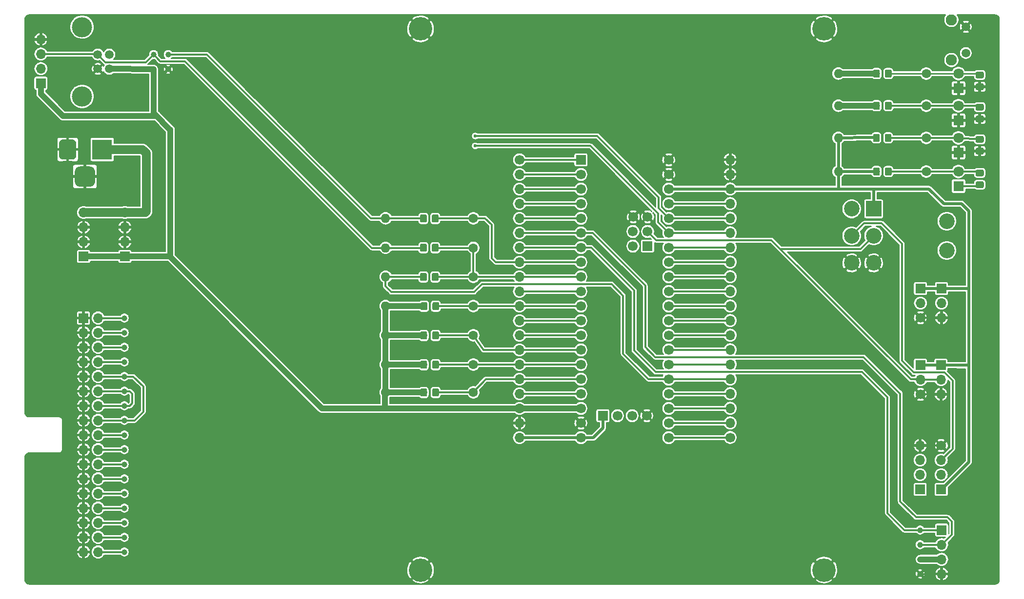
<source format=gbr>
G04 #@! TF.GenerationSoftware,KiCad,Pcbnew,(5.1.2)-2*
G04 #@! TF.CreationDate,2020-12-20T14:11:34+00:00*
G04 #@! TF.ProjectId,Greaseweazle F1 3.5 Inch,47726561-7365-4776-9561-7a6c65204631,1*
G04 #@! TF.SameCoordinates,PX6312cb0PY6bcb370*
G04 #@! TF.FileFunction,Copper,L1,Top*
G04 #@! TF.FilePolarity,Positive*
%FSLAX46Y46*%
G04 Gerber Fmt 4.6, Leading zero omitted, Abs format (unit mm)*
G04 Created by KiCad (PCBNEW (5.1.2)-2) date 2020-12-20 14:11:34*
%MOMM*%
%LPD*%
G04 APERTURE LIST*
%ADD10C,1.600000*%
%ADD11O,1.600000X1.600000*%
%ADD12R,1.800000X1.800000*%
%ADD13C,1.800000*%
%ADD14C,0.100000*%
%ADD15C,1.150000*%
%ADD16C,2.700000*%
%ADD17R,2.700000X2.700000*%
%ADD18C,1.700000*%
%ADD19R,1.700000X1.700000*%
%ADD20C,1.000000*%
%ADD21O,1.700000X1.700000*%
%ADD22C,3.500000*%
%ADD23C,3.000000*%
%ADD24R,3.500000X3.500000*%
%ADD25C,3.500120*%
%ADD26C,1.501140*%
%ADD27C,1.950000*%
%ADD28C,1.508000*%
%ADD29C,4.064000*%
%ADD30C,0.600000*%
%ADD31C,0.304800*%
%ADD32C,1.500000*%
%ADD33C,1.000000*%
%ADD34C,0.500000*%
%ADD35C,0.250000*%
%ADD36C,0.203200*%
G04 APERTURE END LIST*
D10*
X103886000Y51308000D03*
D11*
X88646000Y51308000D03*
D12*
X109474000Y48768000D03*
D13*
X109474000Y51308000D03*
D14*
G36*
X95590505Y52006796D02*
G01*
X95614773Y52003196D01*
X95638572Y51997235D01*
X95661671Y51988970D01*
X95683850Y51978480D01*
X95704893Y51965868D01*
X95724599Y51951253D01*
X95742777Y51934777D01*
X95759253Y51916599D01*
X95773868Y51896893D01*
X95786480Y51875850D01*
X95796970Y51853671D01*
X95805235Y51830572D01*
X95811196Y51806773D01*
X95814796Y51782505D01*
X95816000Y51758001D01*
X95816000Y50857999D01*
X95814796Y50833495D01*
X95811196Y50809227D01*
X95805235Y50785428D01*
X95796970Y50762329D01*
X95786480Y50740150D01*
X95773868Y50719107D01*
X95759253Y50699401D01*
X95742777Y50681223D01*
X95724599Y50664747D01*
X95704893Y50650132D01*
X95683850Y50637520D01*
X95661671Y50627030D01*
X95638572Y50618765D01*
X95614773Y50612804D01*
X95590505Y50609204D01*
X95566001Y50608000D01*
X94915999Y50608000D01*
X94891495Y50609204D01*
X94867227Y50612804D01*
X94843428Y50618765D01*
X94820329Y50627030D01*
X94798150Y50637520D01*
X94777107Y50650132D01*
X94757401Y50664747D01*
X94739223Y50681223D01*
X94722747Y50699401D01*
X94708132Y50719107D01*
X94695520Y50740150D01*
X94685030Y50762329D01*
X94676765Y50785428D01*
X94670804Y50809227D01*
X94667204Y50833495D01*
X94666000Y50857999D01*
X94666000Y51758001D01*
X94667204Y51782505D01*
X94670804Y51806773D01*
X94676765Y51830572D01*
X94685030Y51853671D01*
X94695520Y51875850D01*
X94708132Y51896893D01*
X94722747Y51916599D01*
X94739223Y51934777D01*
X94757401Y51951253D01*
X94777107Y51965868D01*
X94798150Y51978480D01*
X94820329Y51988970D01*
X94843428Y51997235D01*
X94867227Y52003196D01*
X94891495Y52006796D01*
X94915999Y52008000D01*
X95566001Y52008000D01*
X95590505Y52006796D01*
X95590505Y52006796D01*
G37*
D15*
X95241000Y51308000D03*
D14*
G36*
X97640505Y52006796D02*
G01*
X97664773Y52003196D01*
X97688572Y51997235D01*
X97711671Y51988970D01*
X97733850Y51978480D01*
X97754893Y51965868D01*
X97774599Y51951253D01*
X97792777Y51934777D01*
X97809253Y51916599D01*
X97823868Y51896893D01*
X97836480Y51875850D01*
X97846970Y51853671D01*
X97855235Y51830572D01*
X97861196Y51806773D01*
X97864796Y51782505D01*
X97866000Y51758001D01*
X97866000Y50857999D01*
X97864796Y50833495D01*
X97861196Y50809227D01*
X97855235Y50785428D01*
X97846970Y50762329D01*
X97836480Y50740150D01*
X97823868Y50719107D01*
X97809253Y50699401D01*
X97792777Y50681223D01*
X97774599Y50664747D01*
X97754893Y50650132D01*
X97733850Y50637520D01*
X97711671Y50627030D01*
X97688572Y50618765D01*
X97664773Y50612804D01*
X97640505Y50609204D01*
X97616001Y50608000D01*
X96965999Y50608000D01*
X96941495Y50609204D01*
X96917227Y50612804D01*
X96893428Y50618765D01*
X96870329Y50627030D01*
X96848150Y50637520D01*
X96827107Y50650132D01*
X96807401Y50664747D01*
X96789223Y50681223D01*
X96772747Y50699401D01*
X96758132Y50719107D01*
X96745520Y50740150D01*
X96735030Y50762329D01*
X96726765Y50785428D01*
X96720804Y50809227D01*
X96717204Y50833495D01*
X96716000Y50857999D01*
X96716000Y51758001D01*
X96717204Y51782505D01*
X96720804Y51806773D01*
X96726765Y51830572D01*
X96735030Y51853671D01*
X96745520Y51875850D01*
X96758132Y51896893D01*
X96772747Y51916599D01*
X96789223Y51934777D01*
X96807401Y51951253D01*
X96827107Y51965868D01*
X96848150Y51978480D01*
X96870329Y51988970D01*
X96893428Y51997235D01*
X96917227Y52003196D01*
X96941495Y52006796D01*
X96965999Y52008000D01*
X97616001Y52008000D01*
X97640505Y52006796D01*
X97640505Y52006796D01*
G37*
D15*
X97291000Y51308000D03*
D14*
G36*
X113631505Y51636796D02*
G01*
X113655773Y51633196D01*
X113679572Y51627235D01*
X113702671Y51618970D01*
X113724850Y51608480D01*
X113745893Y51595868D01*
X113765599Y51581253D01*
X113783777Y51564777D01*
X113800253Y51546599D01*
X113814868Y51526893D01*
X113827480Y51505850D01*
X113837970Y51483671D01*
X113846235Y51460572D01*
X113852196Y51436773D01*
X113855796Y51412505D01*
X113857000Y51388001D01*
X113857000Y50737999D01*
X113855796Y50713495D01*
X113852196Y50689227D01*
X113846235Y50665428D01*
X113837970Y50642329D01*
X113827480Y50620150D01*
X113814868Y50599107D01*
X113800253Y50579401D01*
X113783777Y50561223D01*
X113765599Y50544747D01*
X113745893Y50530132D01*
X113724850Y50517520D01*
X113702671Y50507030D01*
X113679572Y50498765D01*
X113655773Y50492804D01*
X113631505Y50489204D01*
X113607001Y50488000D01*
X112706999Y50488000D01*
X112682495Y50489204D01*
X112658227Y50492804D01*
X112634428Y50498765D01*
X112611329Y50507030D01*
X112589150Y50517520D01*
X112568107Y50530132D01*
X112548401Y50544747D01*
X112530223Y50561223D01*
X112513747Y50579401D01*
X112499132Y50599107D01*
X112486520Y50620150D01*
X112476030Y50642329D01*
X112467765Y50665428D01*
X112461804Y50689227D01*
X112458204Y50713495D01*
X112457000Y50737999D01*
X112457000Y51388001D01*
X112458204Y51412505D01*
X112461804Y51436773D01*
X112467765Y51460572D01*
X112476030Y51483671D01*
X112486520Y51505850D01*
X112499132Y51526893D01*
X112513747Y51546599D01*
X112530223Y51564777D01*
X112548401Y51581253D01*
X112568107Y51595868D01*
X112589150Y51608480D01*
X112611329Y51618970D01*
X112634428Y51627235D01*
X112658227Y51633196D01*
X112682495Y51636796D01*
X112706999Y51638000D01*
X113607001Y51638000D01*
X113631505Y51636796D01*
X113631505Y51636796D01*
G37*
D15*
X113157000Y51063000D03*
D14*
G36*
X113631505Y49586796D02*
G01*
X113655773Y49583196D01*
X113679572Y49577235D01*
X113702671Y49568970D01*
X113724850Y49558480D01*
X113745893Y49545868D01*
X113765599Y49531253D01*
X113783777Y49514777D01*
X113800253Y49496599D01*
X113814868Y49476893D01*
X113827480Y49455850D01*
X113837970Y49433671D01*
X113846235Y49410572D01*
X113852196Y49386773D01*
X113855796Y49362505D01*
X113857000Y49338001D01*
X113857000Y48687999D01*
X113855796Y48663495D01*
X113852196Y48639227D01*
X113846235Y48615428D01*
X113837970Y48592329D01*
X113827480Y48570150D01*
X113814868Y48549107D01*
X113800253Y48529401D01*
X113783777Y48511223D01*
X113765599Y48494747D01*
X113745893Y48480132D01*
X113724850Y48467520D01*
X113702671Y48457030D01*
X113679572Y48448765D01*
X113655773Y48442804D01*
X113631505Y48439204D01*
X113607001Y48438000D01*
X112706999Y48438000D01*
X112682495Y48439204D01*
X112658227Y48442804D01*
X112634428Y48448765D01*
X112611329Y48457030D01*
X112589150Y48467520D01*
X112568107Y48480132D01*
X112548401Y48494747D01*
X112530223Y48511223D01*
X112513747Y48529401D01*
X112499132Y48549107D01*
X112486520Y48570150D01*
X112476030Y48592329D01*
X112467765Y48615428D01*
X112461804Y48639227D01*
X112458204Y48663495D01*
X112457000Y48687999D01*
X112457000Y49338001D01*
X112458204Y49362505D01*
X112461804Y49386773D01*
X112467765Y49410572D01*
X112476030Y49433671D01*
X112486520Y49455850D01*
X112499132Y49476893D01*
X112513747Y49496599D01*
X112530223Y49514777D01*
X112548401Y49531253D01*
X112568107Y49545868D01*
X112589150Y49558480D01*
X112611329Y49568970D01*
X112634428Y49577235D01*
X112658227Y49583196D01*
X112682495Y49586796D01*
X112706999Y49588000D01*
X113607001Y49588000D01*
X113631505Y49586796D01*
X113631505Y49586796D01*
G37*
D15*
X113157000Y49013000D03*
D16*
X107442000Y25654000D03*
X107442000Y20574000D03*
X90932000Y18414000D03*
X90932000Y23114000D03*
X90932000Y27814000D03*
X94742000Y18414000D03*
X94742000Y23114000D03*
D17*
X94742000Y27814000D03*
D14*
G36*
X95590505Y46418796D02*
G01*
X95614773Y46415196D01*
X95638572Y46409235D01*
X95661671Y46400970D01*
X95683850Y46390480D01*
X95704893Y46377868D01*
X95724599Y46363253D01*
X95742777Y46346777D01*
X95759253Y46328599D01*
X95773868Y46308893D01*
X95786480Y46287850D01*
X95796970Y46265671D01*
X95805235Y46242572D01*
X95811196Y46218773D01*
X95814796Y46194505D01*
X95816000Y46170001D01*
X95816000Y45269999D01*
X95814796Y45245495D01*
X95811196Y45221227D01*
X95805235Y45197428D01*
X95796970Y45174329D01*
X95786480Y45152150D01*
X95773868Y45131107D01*
X95759253Y45111401D01*
X95742777Y45093223D01*
X95724599Y45076747D01*
X95704893Y45062132D01*
X95683850Y45049520D01*
X95661671Y45039030D01*
X95638572Y45030765D01*
X95614773Y45024804D01*
X95590505Y45021204D01*
X95566001Y45020000D01*
X94915999Y45020000D01*
X94891495Y45021204D01*
X94867227Y45024804D01*
X94843428Y45030765D01*
X94820329Y45039030D01*
X94798150Y45049520D01*
X94777107Y45062132D01*
X94757401Y45076747D01*
X94739223Y45093223D01*
X94722747Y45111401D01*
X94708132Y45131107D01*
X94695520Y45152150D01*
X94685030Y45174329D01*
X94676765Y45197428D01*
X94670804Y45221227D01*
X94667204Y45245495D01*
X94666000Y45269999D01*
X94666000Y46170001D01*
X94667204Y46194505D01*
X94670804Y46218773D01*
X94676765Y46242572D01*
X94685030Y46265671D01*
X94695520Y46287850D01*
X94708132Y46308893D01*
X94722747Y46328599D01*
X94739223Y46346777D01*
X94757401Y46363253D01*
X94777107Y46377868D01*
X94798150Y46390480D01*
X94820329Y46400970D01*
X94843428Y46409235D01*
X94867227Y46415196D01*
X94891495Y46418796D01*
X94915999Y46420000D01*
X95566001Y46420000D01*
X95590505Y46418796D01*
X95590505Y46418796D01*
G37*
D15*
X95241000Y45720000D03*
D14*
G36*
X97640505Y46418796D02*
G01*
X97664773Y46415196D01*
X97688572Y46409235D01*
X97711671Y46400970D01*
X97733850Y46390480D01*
X97754893Y46377868D01*
X97774599Y46363253D01*
X97792777Y46346777D01*
X97809253Y46328599D01*
X97823868Y46308893D01*
X97836480Y46287850D01*
X97846970Y46265671D01*
X97855235Y46242572D01*
X97861196Y46218773D01*
X97864796Y46194505D01*
X97866000Y46170001D01*
X97866000Y45269999D01*
X97864796Y45245495D01*
X97861196Y45221227D01*
X97855235Y45197428D01*
X97846970Y45174329D01*
X97836480Y45152150D01*
X97823868Y45131107D01*
X97809253Y45111401D01*
X97792777Y45093223D01*
X97774599Y45076747D01*
X97754893Y45062132D01*
X97733850Y45049520D01*
X97711671Y45039030D01*
X97688572Y45030765D01*
X97664773Y45024804D01*
X97640505Y45021204D01*
X97616001Y45020000D01*
X96965999Y45020000D01*
X96941495Y45021204D01*
X96917227Y45024804D01*
X96893428Y45030765D01*
X96870329Y45039030D01*
X96848150Y45049520D01*
X96827107Y45062132D01*
X96807401Y45076747D01*
X96789223Y45093223D01*
X96772747Y45111401D01*
X96758132Y45131107D01*
X96745520Y45152150D01*
X96735030Y45174329D01*
X96726765Y45197428D01*
X96720804Y45221227D01*
X96717204Y45245495D01*
X96716000Y45269999D01*
X96716000Y46170001D01*
X96717204Y46194505D01*
X96720804Y46218773D01*
X96726765Y46242572D01*
X96735030Y46265671D01*
X96745520Y46287850D01*
X96758132Y46308893D01*
X96772747Y46328599D01*
X96789223Y46346777D01*
X96807401Y46363253D01*
X96827107Y46377868D01*
X96848150Y46390480D01*
X96870329Y46400970D01*
X96893428Y46409235D01*
X96917227Y46415196D01*
X96941495Y46418796D01*
X96965999Y46420000D01*
X97616001Y46420000D01*
X97640505Y46418796D01*
X97640505Y46418796D01*
G37*
D15*
X97291000Y45720000D03*
D14*
G36*
X95590505Y34988796D02*
G01*
X95614773Y34985196D01*
X95638572Y34979235D01*
X95661671Y34970970D01*
X95683850Y34960480D01*
X95704893Y34947868D01*
X95724599Y34933253D01*
X95742777Y34916777D01*
X95759253Y34898599D01*
X95773868Y34878893D01*
X95786480Y34857850D01*
X95796970Y34835671D01*
X95805235Y34812572D01*
X95811196Y34788773D01*
X95814796Y34764505D01*
X95816000Y34740001D01*
X95816000Y33839999D01*
X95814796Y33815495D01*
X95811196Y33791227D01*
X95805235Y33767428D01*
X95796970Y33744329D01*
X95786480Y33722150D01*
X95773868Y33701107D01*
X95759253Y33681401D01*
X95742777Y33663223D01*
X95724599Y33646747D01*
X95704893Y33632132D01*
X95683850Y33619520D01*
X95661671Y33609030D01*
X95638572Y33600765D01*
X95614773Y33594804D01*
X95590505Y33591204D01*
X95566001Y33590000D01*
X94915999Y33590000D01*
X94891495Y33591204D01*
X94867227Y33594804D01*
X94843428Y33600765D01*
X94820329Y33609030D01*
X94798150Y33619520D01*
X94777107Y33632132D01*
X94757401Y33646747D01*
X94739223Y33663223D01*
X94722747Y33681401D01*
X94708132Y33701107D01*
X94695520Y33722150D01*
X94685030Y33744329D01*
X94676765Y33767428D01*
X94670804Y33791227D01*
X94667204Y33815495D01*
X94666000Y33839999D01*
X94666000Y34740001D01*
X94667204Y34764505D01*
X94670804Y34788773D01*
X94676765Y34812572D01*
X94685030Y34835671D01*
X94695520Y34857850D01*
X94708132Y34878893D01*
X94722747Y34898599D01*
X94739223Y34916777D01*
X94757401Y34933253D01*
X94777107Y34947868D01*
X94798150Y34960480D01*
X94820329Y34970970D01*
X94843428Y34979235D01*
X94867227Y34985196D01*
X94891495Y34988796D01*
X94915999Y34990000D01*
X95566001Y34990000D01*
X95590505Y34988796D01*
X95590505Y34988796D01*
G37*
D15*
X95241000Y34290000D03*
D14*
G36*
X97640505Y34988796D02*
G01*
X97664773Y34985196D01*
X97688572Y34979235D01*
X97711671Y34970970D01*
X97733850Y34960480D01*
X97754893Y34947868D01*
X97774599Y34933253D01*
X97792777Y34916777D01*
X97809253Y34898599D01*
X97823868Y34878893D01*
X97836480Y34857850D01*
X97846970Y34835671D01*
X97855235Y34812572D01*
X97861196Y34788773D01*
X97864796Y34764505D01*
X97866000Y34740001D01*
X97866000Y33839999D01*
X97864796Y33815495D01*
X97861196Y33791227D01*
X97855235Y33767428D01*
X97846970Y33744329D01*
X97836480Y33722150D01*
X97823868Y33701107D01*
X97809253Y33681401D01*
X97792777Y33663223D01*
X97774599Y33646747D01*
X97754893Y33632132D01*
X97733850Y33619520D01*
X97711671Y33609030D01*
X97688572Y33600765D01*
X97664773Y33594804D01*
X97640505Y33591204D01*
X97616001Y33590000D01*
X96965999Y33590000D01*
X96941495Y33591204D01*
X96917227Y33594804D01*
X96893428Y33600765D01*
X96870329Y33609030D01*
X96848150Y33619520D01*
X96827107Y33632132D01*
X96807401Y33646747D01*
X96789223Y33663223D01*
X96772747Y33681401D01*
X96758132Y33701107D01*
X96745520Y33722150D01*
X96735030Y33744329D01*
X96726765Y33767428D01*
X96720804Y33791227D01*
X96717204Y33815495D01*
X96716000Y33839999D01*
X96716000Y34740001D01*
X96717204Y34764505D01*
X96720804Y34788773D01*
X96726765Y34812572D01*
X96735030Y34835671D01*
X96745520Y34857850D01*
X96758132Y34878893D01*
X96772747Y34898599D01*
X96789223Y34916777D01*
X96807401Y34933253D01*
X96827107Y34947868D01*
X96848150Y34960480D01*
X96870329Y34970970D01*
X96893428Y34979235D01*
X96917227Y34985196D01*
X96941495Y34988796D01*
X96965999Y34990000D01*
X97616001Y34990000D01*
X97640505Y34988796D01*
X97640505Y34988796D01*
G37*
D15*
X97291000Y34290000D03*
D14*
G36*
X95565105Y40830796D02*
G01*
X95589373Y40827196D01*
X95613172Y40821235D01*
X95636271Y40812970D01*
X95658450Y40802480D01*
X95679493Y40789868D01*
X95699199Y40775253D01*
X95717377Y40758777D01*
X95733853Y40740599D01*
X95748468Y40720893D01*
X95761080Y40699850D01*
X95771570Y40677671D01*
X95779835Y40654572D01*
X95785796Y40630773D01*
X95789396Y40606505D01*
X95790600Y40582001D01*
X95790600Y39681999D01*
X95789396Y39657495D01*
X95785796Y39633227D01*
X95779835Y39609428D01*
X95771570Y39586329D01*
X95761080Y39564150D01*
X95748468Y39543107D01*
X95733853Y39523401D01*
X95717377Y39505223D01*
X95699199Y39488747D01*
X95679493Y39474132D01*
X95658450Y39461520D01*
X95636271Y39451030D01*
X95613172Y39442765D01*
X95589373Y39436804D01*
X95565105Y39433204D01*
X95540601Y39432000D01*
X94890599Y39432000D01*
X94866095Y39433204D01*
X94841827Y39436804D01*
X94818028Y39442765D01*
X94794929Y39451030D01*
X94772750Y39461520D01*
X94751707Y39474132D01*
X94732001Y39488747D01*
X94713823Y39505223D01*
X94697347Y39523401D01*
X94682732Y39543107D01*
X94670120Y39564150D01*
X94659630Y39586329D01*
X94651365Y39609428D01*
X94645404Y39633227D01*
X94641804Y39657495D01*
X94640600Y39681999D01*
X94640600Y40582001D01*
X94641804Y40606505D01*
X94645404Y40630773D01*
X94651365Y40654572D01*
X94659630Y40677671D01*
X94670120Y40699850D01*
X94682732Y40720893D01*
X94697347Y40740599D01*
X94713823Y40758777D01*
X94732001Y40775253D01*
X94751707Y40789868D01*
X94772750Y40802480D01*
X94794929Y40812970D01*
X94818028Y40821235D01*
X94841827Y40827196D01*
X94866095Y40830796D01*
X94890599Y40832000D01*
X95540601Y40832000D01*
X95565105Y40830796D01*
X95565105Y40830796D01*
G37*
D15*
X95215600Y40132000D03*
D14*
G36*
X97615105Y40830796D02*
G01*
X97639373Y40827196D01*
X97663172Y40821235D01*
X97686271Y40812970D01*
X97708450Y40802480D01*
X97729493Y40789868D01*
X97749199Y40775253D01*
X97767377Y40758777D01*
X97783853Y40740599D01*
X97798468Y40720893D01*
X97811080Y40699850D01*
X97821570Y40677671D01*
X97829835Y40654572D01*
X97835796Y40630773D01*
X97839396Y40606505D01*
X97840600Y40582001D01*
X97840600Y39681999D01*
X97839396Y39657495D01*
X97835796Y39633227D01*
X97829835Y39609428D01*
X97821570Y39586329D01*
X97811080Y39564150D01*
X97798468Y39543107D01*
X97783853Y39523401D01*
X97767377Y39505223D01*
X97749199Y39488747D01*
X97729493Y39474132D01*
X97708450Y39461520D01*
X97686271Y39451030D01*
X97663172Y39442765D01*
X97639373Y39436804D01*
X97615105Y39433204D01*
X97590601Y39432000D01*
X96940599Y39432000D01*
X96916095Y39433204D01*
X96891827Y39436804D01*
X96868028Y39442765D01*
X96844929Y39451030D01*
X96822750Y39461520D01*
X96801707Y39474132D01*
X96782001Y39488747D01*
X96763823Y39505223D01*
X96747347Y39523401D01*
X96732732Y39543107D01*
X96720120Y39564150D01*
X96709630Y39586329D01*
X96701365Y39609428D01*
X96695404Y39633227D01*
X96691804Y39657495D01*
X96690600Y39681999D01*
X96690600Y40582001D01*
X96691804Y40606505D01*
X96695404Y40630773D01*
X96701365Y40654572D01*
X96709630Y40677671D01*
X96720120Y40699850D01*
X96732732Y40720893D01*
X96747347Y40740599D01*
X96763823Y40758777D01*
X96782001Y40775253D01*
X96801707Y40789868D01*
X96822750Y40802480D01*
X96844929Y40812970D01*
X96868028Y40821235D01*
X96891827Y40827196D01*
X96916095Y40830796D01*
X96940599Y40832000D01*
X97590601Y40832000D01*
X97615105Y40830796D01*
X97615105Y40830796D01*
G37*
D15*
X97265600Y40132000D03*
D14*
G36*
X19002105Y26835396D02*
G01*
X19026373Y26831796D01*
X19050172Y26825835D01*
X19073271Y26817570D01*
X19095450Y26807080D01*
X19116493Y26794468D01*
X19136199Y26779853D01*
X19154377Y26763377D01*
X19170853Y26745199D01*
X19185468Y26725493D01*
X19198080Y26704450D01*
X19208570Y26682271D01*
X19216835Y26659172D01*
X19222796Y26635373D01*
X19226396Y26611105D01*
X19227600Y26586601D01*
X19227600Y25686599D01*
X19226396Y25662095D01*
X19222796Y25637827D01*
X19216835Y25614028D01*
X19208570Y25590929D01*
X19198080Y25568750D01*
X19185468Y25547707D01*
X19170853Y25528001D01*
X19154377Y25509823D01*
X19136199Y25493347D01*
X19116493Y25478732D01*
X19095450Y25466120D01*
X19073271Y25455630D01*
X19050172Y25447365D01*
X19026373Y25441404D01*
X19002105Y25437804D01*
X18977601Y25436600D01*
X18327599Y25436600D01*
X18303095Y25437804D01*
X18278827Y25441404D01*
X18255028Y25447365D01*
X18231929Y25455630D01*
X18209750Y25466120D01*
X18188707Y25478732D01*
X18169001Y25493347D01*
X18150823Y25509823D01*
X18134347Y25528001D01*
X18119732Y25547707D01*
X18107120Y25568750D01*
X18096630Y25590929D01*
X18088365Y25614028D01*
X18082404Y25637827D01*
X18078804Y25662095D01*
X18077600Y25686599D01*
X18077600Y26586601D01*
X18078804Y26611105D01*
X18082404Y26635373D01*
X18088365Y26659172D01*
X18096630Y26682271D01*
X18107120Y26704450D01*
X18119732Y26725493D01*
X18134347Y26745199D01*
X18150823Y26763377D01*
X18169001Y26779853D01*
X18188707Y26794468D01*
X18209750Y26807080D01*
X18231929Y26817570D01*
X18255028Y26825835D01*
X18278827Y26831796D01*
X18303095Y26835396D01*
X18327599Y26836600D01*
X18977601Y26836600D01*
X19002105Y26835396D01*
X19002105Y26835396D01*
G37*
D15*
X18652600Y26136600D03*
D14*
G36*
X16952105Y26835396D02*
G01*
X16976373Y26831796D01*
X17000172Y26825835D01*
X17023271Y26817570D01*
X17045450Y26807080D01*
X17066493Y26794468D01*
X17086199Y26779853D01*
X17104377Y26763377D01*
X17120853Y26745199D01*
X17135468Y26725493D01*
X17148080Y26704450D01*
X17158570Y26682271D01*
X17166835Y26659172D01*
X17172796Y26635373D01*
X17176396Y26611105D01*
X17177600Y26586601D01*
X17177600Y25686599D01*
X17176396Y25662095D01*
X17172796Y25637827D01*
X17166835Y25614028D01*
X17158570Y25590929D01*
X17148080Y25568750D01*
X17135468Y25547707D01*
X17120853Y25528001D01*
X17104377Y25509823D01*
X17086199Y25493347D01*
X17066493Y25478732D01*
X17045450Y25466120D01*
X17023271Y25455630D01*
X17000172Y25447365D01*
X16976373Y25441404D01*
X16952105Y25437804D01*
X16927601Y25436600D01*
X16277599Y25436600D01*
X16253095Y25437804D01*
X16228827Y25441404D01*
X16205028Y25447365D01*
X16181929Y25455630D01*
X16159750Y25466120D01*
X16138707Y25478732D01*
X16119001Y25493347D01*
X16100823Y25509823D01*
X16084347Y25528001D01*
X16069732Y25547707D01*
X16057120Y25568750D01*
X16046630Y25590929D01*
X16038365Y25614028D01*
X16032404Y25637827D01*
X16028804Y25662095D01*
X16027600Y25686599D01*
X16027600Y26586601D01*
X16028804Y26611105D01*
X16032404Y26635373D01*
X16038365Y26659172D01*
X16046630Y26682271D01*
X16057120Y26704450D01*
X16069732Y26725493D01*
X16084347Y26745199D01*
X16100823Y26763377D01*
X16119001Y26779853D01*
X16138707Y26794468D01*
X16159750Y26807080D01*
X16181929Y26817570D01*
X16205028Y26825835D01*
X16228827Y26831796D01*
X16253095Y26835396D01*
X16277599Y26836600D01*
X16927601Y26836600D01*
X16952105Y26835396D01*
X16952105Y26835396D01*
G37*
D15*
X16602600Y26136600D03*
D14*
G36*
X19002105Y21755396D02*
G01*
X19026373Y21751796D01*
X19050172Y21745835D01*
X19073271Y21737570D01*
X19095450Y21727080D01*
X19116493Y21714468D01*
X19136199Y21699853D01*
X19154377Y21683377D01*
X19170853Y21665199D01*
X19185468Y21645493D01*
X19198080Y21624450D01*
X19208570Y21602271D01*
X19216835Y21579172D01*
X19222796Y21555373D01*
X19226396Y21531105D01*
X19227600Y21506601D01*
X19227600Y20606599D01*
X19226396Y20582095D01*
X19222796Y20557827D01*
X19216835Y20534028D01*
X19208570Y20510929D01*
X19198080Y20488750D01*
X19185468Y20467707D01*
X19170853Y20448001D01*
X19154377Y20429823D01*
X19136199Y20413347D01*
X19116493Y20398732D01*
X19095450Y20386120D01*
X19073271Y20375630D01*
X19050172Y20367365D01*
X19026373Y20361404D01*
X19002105Y20357804D01*
X18977601Y20356600D01*
X18327599Y20356600D01*
X18303095Y20357804D01*
X18278827Y20361404D01*
X18255028Y20367365D01*
X18231929Y20375630D01*
X18209750Y20386120D01*
X18188707Y20398732D01*
X18169001Y20413347D01*
X18150823Y20429823D01*
X18134347Y20448001D01*
X18119732Y20467707D01*
X18107120Y20488750D01*
X18096630Y20510929D01*
X18088365Y20534028D01*
X18082404Y20557827D01*
X18078804Y20582095D01*
X18077600Y20606599D01*
X18077600Y21506601D01*
X18078804Y21531105D01*
X18082404Y21555373D01*
X18088365Y21579172D01*
X18096630Y21602271D01*
X18107120Y21624450D01*
X18119732Y21645493D01*
X18134347Y21665199D01*
X18150823Y21683377D01*
X18169001Y21699853D01*
X18188707Y21714468D01*
X18209750Y21727080D01*
X18231929Y21737570D01*
X18255028Y21745835D01*
X18278827Y21751796D01*
X18303095Y21755396D01*
X18327599Y21756600D01*
X18977601Y21756600D01*
X19002105Y21755396D01*
X19002105Y21755396D01*
G37*
D15*
X18652600Y21056600D03*
D14*
G36*
X16952105Y21755396D02*
G01*
X16976373Y21751796D01*
X17000172Y21745835D01*
X17023271Y21737570D01*
X17045450Y21727080D01*
X17066493Y21714468D01*
X17086199Y21699853D01*
X17104377Y21683377D01*
X17120853Y21665199D01*
X17135468Y21645493D01*
X17148080Y21624450D01*
X17158570Y21602271D01*
X17166835Y21579172D01*
X17172796Y21555373D01*
X17176396Y21531105D01*
X17177600Y21506601D01*
X17177600Y20606599D01*
X17176396Y20582095D01*
X17172796Y20557827D01*
X17166835Y20534028D01*
X17158570Y20510929D01*
X17148080Y20488750D01*
X17135468Y20467707D01*
X17120853Y20448001D01*
X17104377Y20429823D01*
X17086199Y20413347D01*
X17066493Y20398732D01*
X17045450Y20386120D01*
X17023271Y20375630D01*
X17000172Y20367365D01*
X16976373Y20361404D01*
X16952105Y20357804D01*
X16927601Y20356600D01*
X16277599Y20356600D01*
X16253095Y20357804D01*
X16228827Y20361404D01*
X16205028Y20367365D01*
X16181929Y20375630D01*
X16159750Y20386120D01*
X16138707Y20398732D01*
X16119001Y20413347D01*
X16100823Y20429823D01*
X16084347Y20448001D01*
X16069732Y20467707D01*
X16057120Y20488750D01*
X16046630Y20510929D01*
X16038365Y20534028D01*
X16032404Y20557827D01*
X16028804Y20582095D01*
X16027600Y20606599D01*
X16027600Y21506601D01*
X16028804Y21531105D01*
X16032404Y21555373D01*
X16038365Y21579172D01*
X16046630Y21602271D01*
X16057120Y21624450D01*
X16069732Y21645493D01*
X16084347Y21665199D01*
X16100823Y21683377D01*
X16119001Y21699853D01*
X16138707Y21714468D01*
X16159750Y21727080D01*
X16181929Y21737570D01*
X16205028Y21745835D01*
X16228827Y21751796D01*
X16253095Y21755396D01*
X16277599Y21756600D01*
X16927601Y21756600D01*
X16952105Y21755396D01*
X16952105Y21755396D01*
G37*
D15*
X16602600Y21056600D03*
D14*
G36*
X16952105Y16675396D02*
G01*
X16976373Y16671796D01*
X17000172Y16665835D01*
X17023271Y16657570D01*
X17045450Y16647080D01*
X17066493Y16634468D01*
X17086199Y16619853D01*
X17104377Y16603377D01*
X17120853Y16585199D01*
X17135468Y16565493D01*
X17148080Y16544450D01*
X17158570Y16522271D01*
X17166835Y16499172D01*
X17172796Y16475373D01*
X17176396Y16451105D01*
X17177600Y16426601D01*
X17177600Y15526599D01*
X17176396Y15502095D01*
X17172796Y15477827D01*
X17166835Y15454028D01*
X17158570Y15430929D01*
X17148080Y15408750D01*
X17135468Y15387707D01*
X17120853Y15368001D01*
X17104377Y15349823D01*
X17086199Y15333347D01*
X17066493Y15318732D01*
X17045450Y15306120D01*
X17023271Y15295630D01*
X17000172Y15287365D01*
X16976373Y15281404D01*
X16952105Y15277804D01*
X16927601Y15276600D01*
X16277599Y15276600D01*
X16253095Y15277804D01*
X16228827Y15281404D01*
X16205028Y15287365D01*
X16181929Y15295630D01*
X16159750Y15306120D01*
X16138707Y15318732D01*
X16119001Y15333347D01*
X16100823Y15349823D01*
X16084347Y15368001D01*
X16069732Y15387707D01*
X16057120Y15408750D01*
X16046630Y15430929D01*
X16038365Y15454028D01*
X16032404Y15477827D01*
X16028804Y15502095D01*
X16027600Y15526599D01*
X16027600Y16426601D01*
X16028804Y16451105D01*
X16032404Y16475373D01*
X16038365Y16499172D01*
X16046630Y16522271D01*
X16057120Y16544450D01*
X16069732Y16565493D01*
X16084347Y16585199D01*
X16100823Y16603377D01*
X16119001Y16619853D01*
X16138707Y16634468D01*
X16159750Y16647080D01*
X16181929Y16657570D01*
X16205028Y16665835D01*
X16228827Y16671796D01*
X16253095Y16675396D01*
X16277599Y16676600D01*
X16927601Y16676600D01*
X16952105Y16675396D01*
X16952105Y16675396D01*
G37*
D15*
X16602600Y15976600D03*
D14*
G36*
X19002105Y16675396D02*
G01*
X19026373Y16671796D01*
X19050172Y16665835D01*
X19073271Y16657570D01*
X19095450Y16647080D01*
X19116493Y16634468D01*
X19136199Y16619853D01*
X19154377Y16603377D01*
X19170853Y16585199D01*
X19185468Y16565493D01*
X19198080Y16544450D01*
X19208570Y16522271D01*
X19216835Y16499172D01*
X19222796Y16475373D01*
X19226396Y16451105D01*
X19227600Y16426601D01*
X19227600Y15526599D01*
X19226396Y15502095D01*
X19222796Y15477827D01*
X19216835Y15454028D01*
X19208570Y15430929D01*
X19198080Y15408750D01*
X19185468Y15387707D01*
X19170853Y15368001D01*
X19154377Y15349823D01*
X19136199Y15333347D01*
X19116493Y15318732D01*
X19095450Y15306120D01*
X19073271Y15295630D01*
X19050172Y15287365D01*
X19026373Y15281404D01*
X19002105Y15277804D01*
X18977601Y15276600D01*
X18327599Y15276600D01*
X18303095Y15277804D01*
X18278827Y15281404D01*
X18255028Y15287365D01*
X18231929Y15295630D01*
X18209750Y15306120D01*
X18188707Y15318732D01*
X18169001Y15333347D01*
X18150823Y15349823D01*
X18134347Y15368001D01*
X18119732Y15387707D01*
X18107120Y15408750D01*
X18096630Y15430929D01*
X18088365Y15454028D01*
X18082404Y15477827D01*
X18078804Y15502095D01*
X18077600Y15526599D01*
X18077600Y16426601D01*
X18078804Y16451105D01*
X18082404Y16475373D01*
X18088365Y16499172D01*
X18096630Y16522271D01*
X18107120Y16544450D01*
X18119732Y16565493D01*
X18134347Y16585199D01*
X18150823Y16603377D01*
X18169001Y16619853D01*
X18188707Y16634468D01*
X18209750Y16647080D01*
X18231929Y16657570D01*
X18255028Y16665835D01*
X18278827Y16671796D01*
X18303095Y16675396D01*
X18327599Y16676600D01*
X18977601Y16676600D01*
X19002105Y16675396D01*
X19002105Y16675396D01*
G37*
D15*
X18652600Y15976600D03*
D14*
G36*
X19103705Y11595396D02*
G01*
X19127973Y11591796D01*
X19151772Y11585835D01*
X19174871Y11577570D01*
X19197050Y11567080D01*
X19218093Y11554468D01*
X19237799Y11539853D01*
X19255977Y11523377D01*
X19272453Y11505199D01*
X19287068Y11485493D01*
X19299680Y11464450D01*
X19310170Y11442271D01*
X19318435Y11419172D01*
X19324396Y11395373D01*
X19327996Y11371105D01*
X19329200Y11346601D01*
X19329200Y10446599D01*
X19327996Y10422095D01*
X19324396Y10397827D01*
X19318435Y10374028D01*
X19310170Y10350929D01*
X19299680Y10328750D01*
X19287068Y10307707D01*
X19272453Y10288001D01*
X19255977Y10269823D01*
X19237799Y10253347D01*
X19218093Y10238732D01*
X19197050Y10226120D01*
X19174871Y10215630D01*
X19151772Y10207365D01*
X19127973Y10201404D01*
X19103705Y10197804D01*
X19079201Y10196600D01*
X18429199Y10196600D01*
X18404695Y10197804D01*
X18380427Y10201404D01*
X18356628Y10207365D01*
X18333529Y10215630D01*
X18311350Y10226120D01*
X18290307Y10238732D01*
X18270601Y10253347D01*
X18252423Y10269823D01*
X18235947Y10288001D01*
X18221332Y10307707D01*
X18208720Y10328750D01*
X18198230Y10350929D01*
X18189965Y10374028D01*
X18184004Y10397827D01*
X18180404Y10422095D01*
X18179200Y10446599D01*
X18179200Y11346601D01*
X18180404Y11371105D01*
X18184004Y11395373D01*
X18189965Y11419172D01*
X18198230Y11442271D01*
X18208720Y11464450D01*
X18221332Y11485493D01*
X18235947Y11505199D01*
X18252423Y11523377D01*
X18270601Y11539853D01*
X18290307Y11554468D01*
X18311350Y11567080D01*
X18333529Y11577570D01*
X18356628Y11585835D01*
X18380427Y11591796D01*
X18404695Y11595396D01*
X18429199Y11596600D01*
X19079201Y11596600D01*
X19103705Y11595396D01*
X19103705Y11595396D01*
G37*
D15*
X18754200Y10896600D03*
D14*
G36*
X17053705Y11595396D02*
G01*
X17077973Y11591796D01*
X17101772Y11585835D01*
X17124871Y11577570D01*
X17147050Y11567080D01*
X17168093Y11554468D01*
X17187799Y11539853D01*
X17205977Y11523377D01*
X17222453Y11505199D01*
X17237068Y11485493D01*
X17249680Y11464450D01*
X17260170Y11442271D01*
X17268435Y11419172D01*
X17274396Y11395373D01*
X17277996Y11371105D01*
X17279200Y11346601D01*
X17279200Y10446599D01*
X17277996Y10422095D01*
X17274396Y10397827D01*
X17268435Y10374028D01*
X17260170Y10350929D01*
X17249680Y10328750D01*
X17237068Y10307707D01*
X17222453Y10288001D01*
X17205977Y10269823D01*
X17187799Y10253347D01*
X17168093Y10238732D01*
X17147050Y10226120D01*
X17124871Y10215630D01*
X17101772Y10207365D01*
X17077973Y10201404D01*
X17053705Y10197804D01*
X17029201Y10196600D01*
X16379199Y10196600D01*
X16354695Y10197804D01*
X16330427Y10201404D01*
X16306628Y10207365D01*
X16283529Y10215630D01*
X16261350Y10226120D01*
X16240307Y10238732D01*
X16220601Y10253347D01*
X16202423Y10269823D01*
X16185947Y10288001D01*
X16171332Y10307707D01*
X16158720Y10328750D01*
X16148230Y10350929D01*
X16139965Y10374028D01*
X16134004Y10397827D01*
X16130404Y10422095D01*
X16129200Y10446599D01*
X16129200Y11346601D01*
X16130404Y11371105D01*
X16134004Y11395373D01*
X16139965Y11419172D01*
X16148230Y11442271D01*
X16158720Y11464450D01*
X16171332Y11485493D01*
X16185947Y11505199D01*
X16202423Y11523377D01*
X16220601Y11539853D01*
X16240307Y11554468D01*
X16261350Y11567080D01*
X16283529Y11577570D01*
X16306628Y11585835D01*
X16330427Y11591796D01*
X16354695Y11595396D01*
X16379199Y11596600D01*
X17029201Y11596600D01*
X17053705Y11595396D01*
X17053705Y11595396D01*
G37*
D15*
X16704200Y10896600D03*
D14*
G36*
X19065605Y6515396D02*
G01*
X19089873Y6511796D01*
X19113672Y6505835D01*
X19136771Y6497570D01*
X19158950Y6487080D01*
X19179993Y6474468D01*
X19199699Y6459853D01*
X19217877Y6443377D01*
X19234353Y6425199D01*
X19248968Y6405493D01*
X19261580Y6384450D01*
X19272070Y6362271D01*
X19280335Y6339172D01*
X19286296Y6315373D01*
X19289896Y6291105D01*
X19291100Y6266601D01*
X19291100Y5366599D01*
X19289896Y5342095D01*
X19286296Y5317827D01*
X19280335Y5294028D01*
X19272070Y5270929D01*
X19261580Y5248750D01*
X19248968Y5227707D01*
X19234353Y5208001D01*
X19217877Y5189823D01*
X19199699Y5173347D01*
X19179993Y5158732D01*
X19158950Y5146120D01*
X19136771Y5135630D01*
X19113672Y5127365D01*
X19089873Y5121404D01*
X19065605Y5117804D01*
X19041101Y5116600D01*
X18391099Y5116600D01*
X18366595Y5117804D01*
X18342327Y5121404D01*
X18318528Y5127365D01*
X18295429Y5135630D01*
X18273250Y5146120D01*
X18252207Y5158732D01*
X18232501Y5173347D01*
X18214323Y5189823D01*
X18197847Y5208001D01*
X18183232Y5227707D01*
X18170620Y5248750D01*
X18160130Y5270929D01*
X18151865Y5294028D01*
X18145904Y5317827D01*
X18142304Y5342095D01*
X18141100Y5366599D01*
X18141100Y6266601D01*
X18142304Y6291105D01*
X18145904Y6315373D01*
X18151865Y6339172D01*
X18160130Y6362271D01*
X18170620Y6384450D01*
X18183232Y6405493D01*
X18197847Y6425199D01*
X18214323Y6443377D01*
X18232501Y6459853D01*
X18252207Y6474468D01*
X18273250Y6487080D01*
X18295429Y6497570D01*
X18318528Y6505835D01*
X18342327Y6511796D01*
X18366595Y6515396D01*
X18391099Y6516600D01*
X19041101Y6516600D01*
X19065605Y6515396D01*
X19065605Y6515396D01*
G37*
D15*
X18716100Y5816600D03*
D14*
G36*
X17015605Y6515396D02*
G01*
X17039873Y6511796D01*
X17063672Y6505835D01*
X17086771Y6497570D01*
X17108950Y6487080D01*
X17129993Y6474468D01*
X17149699Y6459853D01*
X17167877Y6443377D01*
X17184353Y6425199D01*
X17198968Y6405493D01*
X17211580Y6384450D01*
X17222070Y6362271D01*
X17230335Y6339172D01*
X17236296Y6315373D01*
X17239896Y6291105D01*
X17241100Y6266601D01*
X17241100Y5366599D01*
X17239896Y5342095D01*
X17236296Y5317827D01*
X17230335Y5294028D01*
X17222070Y5270929D01*
X17211580Y5248750D01*
X17198968Y5227707D01*
X17184353Y5208001D01*
X17167877Y5189823D01*
X17149699Y5173347D01*
X17129993Y5158732D01*
X17108950Y5146120D01*
X17086771Y5135630D01*
X17063672Y5127365D01*
X17039873Y5121404D01*
X17015605Y5117804D01*
X16991101Y5116600D01*
X16341099Y5116600D01*
X16316595Y5117804D01*
X16292327Y5121404D01*
X16268528Y5127365D01*
X16245429Y5135630D01*
X16223250Y5146120D01*
X16202207Y5158732D01*
X16182501Y5173347D01*
X16164323Y5189823D01*
X16147847Y5208001D01*
X16133232Y5227707D01*
X16120620Y5248750D01*
X16110130Y5270929D01*
X16101865Y5294028D01*
X16095904Y5317827D01*
X16092304Y5342095D01*
X16091100Y5366599D01*
X16091100Y6266601D01*
X16092304Y6291105D01*
X16095904Y6315373D01*
X16101865Y6339172D01*
X16110130Y6362271D01*
X16120620Y6384450D01*
X16133232Y6405493D01*
X16147847Y6425199D01*
X16164323Y6443377D01*
X16182501Y6459853D01*
X16202207Y6474468D01*
X16223250Y6487080D01*
X16245429Y6497570D01*
X16268528Y6505835D01*
X16292327Y6511796D01*
X16316595Y6515396D01*
X16341099Y6516600D01*
X16991101Y6516600D01*
X17015605Y6515396D01*
X17015605Y6515396D01*
G37*
D15*
X16666100Y5816600D03*
D14*
G36*
X19065605Y1435396D02*
G01*
X19089873Y1431796D01*
X19113672Y1425835D01*
X19136771Y1417570D01*
X19158950Y1407080D01*
X19179993Y1394468D01*
X19199699Y1379853D01*
X19217877Y1363377D01*
X19234353Y1345199D01*
X19248968Y1325493D01*
X19261580Y1304450D01*
X19272070Y1282271D01*
X19280335Y1259172D01*
X19286296Y1235373D01*
X19289896Y1211105D01*
X19291100Y1186601D01*
X19291100Y286599D01*
X19289896Y262095D01*
X19286296Y237827D01*
X19280335Y214028D01*
X19272070Y190929D01*
X19261580Y168750D01*
X19248968Y147707D01*
X19234353Y128001D01*
X19217877Y109823D01*
X19199699Y93347D01*
X19179993Y78732D01*
X19158950Y66120D01*
X19136771Y55630D01*
X19113672Y47365D01*
X19089873Y41404D01*
X19065605Y37804D01*
X19041101Y36600D01*
X18391099Y36600D01*
X18366595Y37804D01*
X18342327Y41404D01*
X18318528Y47365D01*
X18295429Y55630D01*
X18273250Y66120D01*
X18252207Y78732D01*
X18232501Y93347D01*
X18214323Y109823D01*
X18197847Y128001D01*
X18183232Y147707D01*
X18170620Y168750D01*
X18160130Y190929D01*
X18151865Y214028D01*
X18145904Y237827D01*
X18142304Y262095D01*
X18141100Y286599D01*
X18141100Y1186601D01*
X18142304Y1211105D01*
X18145904Y1235373D01*
X18151865Y1259172D01*
X18160130Y1282271D01*
X18170620Y1304450D01*
X18183232Y1325493D01*
X18197847Y1345199D01*
X18214323Y1363377D01*
X18232501Y1379853D01*
X18252207Y1394468D01*
X18273250Y1407080D01*
X18295429Y1417570D01*
X18318528Y1425835D01*
X18342327Y1431796D01*
X18366595Y1435396D01*
X18391099Y1436600D01*
X19041101Y1436600D01*
X19065605Y1435396D01*
X19065605Y1435396D01*
G37*
D15*
X18716100Y736600D03*
D14*
G36*
X17015605Y1435396D02*
G01*
X17039873Y1431796D01*
X17063672Y1425835D01*
X17086771Y1417570D01*
X17108950Y1407080D01*
X17129993Y1394468D01*
X17149699Y1379853D01*
X17167877Y1363377D01*
X17184353Y1345199D01*
X17198968Y1325493D01*
X17211580Y1304450D01*
X17222070Y1282271D01*
X17230335Y1259172D01*
X17236296Y1235373D01*
X17239896Y1211105D01*
X17241100Y1186601D01*
X17241100Y286599D01*
X17239896Y262095D01*
X17236296Y237827D01*
X17230335Y214028D01*
X17222070Y190929D01*
X17211580Y168750D01*
X17198968Y147707D01*
X17184353Y128001D01*
X17167877Y109823D01*
X17149699Y93347D01*
X17129993Y78732D01*
X17108950Y66120D01*
X17086771Y55630D01*
X17063672Y47365D01*
X17039873Y41404D01*
X17015605Y37804D01*
X16991101Y36600D01*
X16341099Y36600D01*
X16316595Y37804D01*
X16292327Y41404D01*
X16268528Y47365D01*
X16245429Y55630D01*
X16223250Y66120D01*
X16202207Y78732D01*
X16182501Y93347D01*
X16164323Y109823D01*
X16147847Y128001D01*
X16133232Y147707D01*
X16120620Y168750D01*
X16110130Y190929D01*
X16101865Y214028D01*
X16095904Y237827D01*
X16092304Y262095D01*
X16091100Y286599D01*
X16091100Y1186601D01*
X16092304Y1211105D01*
X16095904Y1235373D01*
X16101865Y1259172D01*
X16110130Y1282271D01*
X16120620Y1304450D01*
X16133232Y1325493D01*
X16147847Y1345199D01*
X16164323Y1363377D01*
X16182501Y1379853D01*
X16202207Y1394468D01*
X16223250Y1407080D01*
X16245429Y1417570D01*
X16268528Y1425835D01*
X16292327Y1431796D01*
X16316595Y1435396D01*
X16341099Y1436600D01*
X16991101Y1436600D01*
X17015605Y1435396D01*
X17015605Y1435396D01*
G37*
D15*
X16666100Y736600D03*
D14*
G36*
X19065605Y-3390604D02*
G01*
X19089873Y-3394204D01*
X19113672Y-3400165D01*
X19136771Y-3408430D01*
X19158950Y-3418920D01*
X19179993Y-3431532D01*
X19199699Y-3446147D01*
X19217877Y-3462623D01*
X19234353Y-3480801D01*
X19248968Y-3500507D01*
X19261580Y-3521550D01*
X19272070Y-3543729D01*
X19280335Y-3566828D01*
X19286296Y-3590627D01*
X19289896Y-3614895D01*
X19291100Y-3639399D01*
X19291100Y-4539401D01*
X19289896Y-4563905D01*
X19286296Y-4588173D01*
X19280335Y-4611972D01*
X19272070Y-4635071D01*
X19261580Y-4657250D01*
X19248968Y-4678293D01*
X19234353Y-4697999D01*
X19217877Y-4716177D01*
X19199699Y-4732653D01*
X19179993Y-4747268D01*
X19158950Y-4759880D01*
X19136771Y-4770370D01*
X19113672Y-4778635D01*
X19089873Y-4784596D01*
X19065605Y-4788196D01*
X19041101Y-4789400D01*
X18391099Y-4789400D01*
X18366595Y-4788196D01*
X18342327Y-4784596D01*
X18318528Y-4778635D01*
X18295429Y-4770370D01*
X18273250Y-4759880D01*
X18252207Y-4747268D01*
X18232501Y-4732653D01*
X18214323Y-4716177D01*
X18197847Y-4697999D01*
X18183232Y-4678293D01*
X18170620Y-4657250D01*
X18160130Y-4635071D01*
X18151865Y-4611972D01*
X18145904Y-4588173D01*
X18142304Y-4563905D01*
X18141100Y-4539401D01*
X18141100Y-3639399D01*
X18142304Y-3614895D01*
X18145904Y-3590627D01*
X18151865Y-3566828D01*
X18160130Y-3543729D01*
X18170620Y-3521550D01*
X18183232Y-3500507D01*
X18197847Y-3480801D01*
X18214323Y-3462623D01*
X18232501Y-3446147D01*
X18252207Y-3431532D01*
X18273250Y-3418920D01*
X18295429Y-3408430D01*
X18318528Y-3400165D01*
X18342327Y-3394204D01*
X18366595Y-3390604D01*
X18391099Y-3389400D01*
X19041101Y-3389400D01*
X19065605Y-3390604D01*
X19065605Y-3390604D01*
G37*
D15*
X18716100Y-4089400D03*
D14*
G36*
X17015605Y-3390604D02*
G01*
X17039873Y-3394204D01*
X17063672Y-3400165D01*
X17086771Y-3408430D01*
X17108950Y-3418920D01*
X17129993Y-3431532D01*
X17149699Y-3446147D01*
X17167877Y-3462623D01*
X17184353Y-3480801D01*
X17198968Y-3500507D01*
X17211580Y-3521550D01*
X17222070Y-3543729D01*
X17230335Y-3566828D01*
X17236296Y-3590627D01*
X17239896Y-3614895D01*
X17241100Y-3639399D01*
X17241100Y-4539401D01*
X17239896Y-4563905D01*
X17236296Y-4588173D01*
X17230335Y-4611972D01*
X17222070Y-4635071D01*
X17211580Y-4657250D01*
X17198968Y-4678293D01*
X17184353Y-4697999D01*
X17167877Y-4716177D01*
X17149699Y-4732653D01*
X17129993Y-4747268D01*
X17108950Y-4759880D01*
X17086771Y-4770370D01*
X17063672Y-4778635D01*
X17039873Y-4784596D01*
X17015605Y-4788196D01*
X16991101Y-4789400D01*
X16341099Y-4789400D01*
X16316595Y-4788196D01*
X16292327Y-4784596D01*
X16268528Y-4778635D01*
X16245429Y-4770370D01*
X16223250Y-4759880D01*
X16202207Y-4747268D01*
X16182501Y-4732653D01*
X16164323Y-4716177D01*
X16147847Y-4697999D01*
X16133232Y-4678293D01*
X16120620Y-4657250D01*
X16110130Y-4635071D01*
X16101865Y-4611972D01*
X16095904Y-4588173D01*
X16092304Y-4563905D01*
X16091100Y-4539401D01*
X16091100Y-3639399D01*
X16092304Y-3614895D01*
X16095904Y-3590627D01*
X16101865Y-3566828D01*
X16110130Y-3543729D01*
X16120620Y-3521550D01*
X16133232Y-3500507D01*
X16147847Y-3480801D01*
X16164323Y-3462623D01*
X16182501Y-3446147D01*
X16202207Y-3431532D01*
X16223250Y-3418920D01*
X16245429Y-3408430D01*
X16268528Y-3400165D01*
X16292327Y-3394204D01*
X16316595Y-3390604D01*
X16341099Y-3389400D01*
X16991101Y-3389400D01*
X17015605Y-3390604D01*
X17015605Y-3390604D01*
G37*
D15*
X16666100Y-4089400D03*
D14*
G36*
X113631505Y46048796D02*
G01*
X113655773Y46045196D01*
X113679572Y46039235D01*
X113702671Y46030970D01*
X113724850Y46020480D01*
X113745893Y46007868D01*
X113765599Y45993253D01*
X113783777Y45976777D01*
X113800253Y45958599D01*
X113814868Y45938893D01*
X113827480Y45917850D01*
X113837970Y45895671D01*
X113846235Y45872572D01*
X113852196Y45848773D01*
X113855796Y45824505D01*
X113857000Y45800001D01*
X113857000Y45149999D01*
X113855796Y45125495D01*
X113852196Y45101227D01*
X113846235Y45077428D01*
X113837970Y45054329D01*
X113827480Y45032150D01*
X113814868Y45011107D01*
X113800253Y44991401D01*
X113783777Y44973223D01*
X113765599Y44956747D01*
X113745893Y44942132D01*
X113724850Y44929520D01*
X113702671Y44919030D01*
X113679572Y44910765D01*
X113655773Y44904804D01*
X113631505Y44901204D01*
X113607001Y44900000D01*
X112706999Y44900000D01*
X112682495Y44901204D01*
X112658227Y44904804D01*
X112634428Y44910765D01*
X112611329Y44919030D01*
X112589150Y44929520D01*
X112568107Y44942132D01*
X112548401Y44956747D01*
X112530223Y44973223D01*
X112513747Y44991401D01*
X112499132Y45011107D01*
X112486520Y45032150D01*
X112476030Y45054329D01*
X112467765Y45077428D01*
X112461804Y45101227D01*
X112458204Y45125495D01*
X112457000Y45149999D01*
X112457000Y45800001D01*
X112458204Y45824505D01*
X112461804Y45848773D01*
X112467765Y45872572D01*
X112476030Y45895671D01*
X112486520Y45917850D01*
X112499132Y45938893D01*
X112513747Y45958599D01*
X112530223Y45976777D01*
X112548401Y45993253D01*
X112568107Y46007868D01*
X112589150Y46020480D01*
X112611329Y46030970D01*
X112634428Y46039235D01*
X112658227Y46045196D01*
X112682495Y46048796D01*
X112706999Y46050000D01*
X113607001Y46050000D01*
X113631505Y46048796D01*
X113631505Y46048796D01*
G37*
D15*
X113157000Y45475000D03*
D14*
G36*
X113631505Y43998796D02*
G01*
X113655773Y43995196D01*
X113679572Y43989235D01*
X113702671Y43980970D01*
X113724850Y43970480D01*
X113745893Y43957868D01*
X113765599Y43943253D01*
X113783777Y43926777D01*
X113800253Y43908599D01*
X113814868Y43888893D01*
X113827480Y43867850D01*
X113837970Y43845671D01*
X113846235Y43822572D01*
X113852196Y43798773D01*
X113855796Y43774505D01*
X113857000Y43750001D01*
X113857000Y43099999D01*
X113855796Y43075495D01*
X113852196Y43051227D01*
X113846235Y43027428D01*
X113837970Y43004329D01*
X113827480Y42982150D01*
X113814868Y42961107D01*
X113800253Y42941401D01*
X113783777Y42923223D01*
X113765599Y42906747D01*
X113745893Y42892132D01*
X113724850Y42879520D01*
X113702671Y42869030D01*
X113679572Y42860765D01*
X113655773Y42854804D01*
X113631505Y42851204D01*
X113607001Y42850000D01*
X112706999Y42850000D01*
X112682495Y42851204D01*
X112658227Y42854804D01*
X112634428Y42860765D01*
X112611329Y42869030D01*
X112589150Y42879520D01*
X112568107Y42892132D01*
X112548401Y42906747D01*
X112530223Y42923223D01*
X112513747Y42941401D01*
X112499132Y42961107D01*
X112486520Y42982150D01*
X112476030Y43004329D01*
X112467765Y43027428D01*
X112461804Y43051227D01*
X112458204Y43075495D01*
X112457000Y43099999D01*
X112457000Y43750001D01*
X112458204Y43774505D01*
X112461804Y43798773D01*
X112467765Y43822572D01*
X112476030Y43845671D01*
X112486520Y43867850D01*
X112499132Y43888893D01*
X112513747Y43908599D01*
X112530223Y43926777D01*
X112548401Y43943253D01*
X112568107Y43957868D01*
X112589150Y43970480D01*
X112611329Y43980970D01*
X112634428Y43989235D01*
X112658227Y43995196D01*
X112682495Y43998796D01*
X112706999Y44000000D01*
X113607001Y44000000D01*
X113631505Y43998796D01*
X113631505Y43998796D01*
G37*
D15*
X113157000Y43425000D03*
D14*
G36*
X113631505Y32568796D02*
G01*
X113655773Y32565196D01*
X113679572Y32559235D01*
X113702671Y32550970D01*
X113724850Y32540480D01*
X113745893Y32527868D01*
X113765599Y32513253D01*
X113783777Y32496777D01*
X113800253Y32478599D01*
X113814868Y32458893D01*
X113827480Y32437850D01*
X113837970Y32415671D01*
X113846235Y32392572D01*
X113852196Y32368773D01*
X113855796Y32344505D01*
X113857000Y32320001D01*
X113857000Y31669999D01*
X113855796Y31645495D01*
X113852196Y31621227D01*
X113846235Y31597428D01*
X113837970Y31574329D01*
X113827480Y31552150D01*
X113814868Y31531107D01*
X113800253Y31511401D01*
X113783777Y31493223D01*
X113765599Y31476747D01*
X113745893Y31462132D01*
X113724850Y31449520D01*
X113702671Y31439030D01*
X113679572Y31430765D01*
X113655773Y31424804D01*
X113631505Y31421204D01*
X113607001Y31420000D01*
X112706999Y31420000D01*
X112682495Y31421204D01*
X112658227Y31424804D01*
X112634428Y31430765D01*
X112611329Y31439030D01*
X112589150Y31449520D01*
X112568107Y31462132D01*
X112548401Y31476747D01*
X112530223Y31493223D01*
X112513747Y31511401D01*
X112499132Y31531107D01*
X112486520Y31552150D01*
X112476030Y31574329D01*
X112467765Y31597428D01*
X112461804Y31621227D01*
X112458204Y31645495D01*
X112457000Y31669999D01*
X112457000Y32320001D01*
X112458204Y32344505D01*
X112461804Y32368773D01*
X112467765Y32392572D01*
X112476030Y32415671D01*
X112486520Y32437850D01*
X112499132Y32458893D01*
X112513747Y32478599D01*
X112530223Y32496777D01*
X112548401Y32513253D01*
X112568107Y32527868D01*
X112589150Y32540480D01*
X112611329Y32550970D01*
X112634428Y32559235D01*
X112658227Y32565196D01*
X112682495Y32568796D01*
X112706999Y32570000D01*
X113607001Y32570000D01*
X113631505Y32568796D01*
X113631505Y32568796D01*
G37*
D15*
X113157000Y31995000D03*
D14*
G36*
X113631505Y34618796D02*
G01*
X113655773Y34615196D01*
X113679572Y34609235D01*
X113702671Y34600970D01*
X113724850Y34590480D01*
X113745893Y34577868D01*
X113765599Y34563253D01*
X113783777Y34546777D01*
X113800253Y34528599D01*
X113814868Y34508893D01*
X113827480Y34487850D01*
X113837970Y34465671D01*
X113846235Y34442572D01*
X113852196Y34418773D01*
X113855796Y34394505D01*
X113857000Y34370001D01*
X113857000Y33719999D01*
X113855796Y33695495D01*
X113852196Y33671227D01*
X113846235Y33647428D01*
X113837970Y33624329D01*
X113827480Y33602150D01*
X113814868Y33581107D01*
X113800253Y33561401D01*
X113783777Y33543223D01*
X113765599Y33526747D01*
X113745893Y33512132D01*
X113724850Y33499520D01*
X113702671Y33489030D01*
X113679572Y33480765D01*
X113655773Y33474804D01*
X113631505Y33471204D01*
X113607001Y33470000D01*
X112706999Y33470000D01*
X112682495Y33471204D01*
X112658227Y33474804D01*
X112634428Y33480765D01*
X112611329Y33489030D01*
X112589150Y33499520D01*
X112568107Y33512132D01*
X112548401Y33526747D01*
X112530223Y33543223D01*
X112513747Y33561401D01*
X112499132Y33581107D01*
X112486520Y33602150D01*
X112476030Y33624329D01*
X112467765Y33647428D01*
X112461804Y33671227D01*
X112458204Y33695495D01*
X112457000Y33719999D01*
X112457000Y34370001D01*
X112458204Y34394505D01*
X112461804Y34418773D01*
X112467765Y34442572D01*
X112476030Y34465671D01*
X112486520Y34487850D01*
X112499132Y34508893D01*
X112513747Y34528599D01*
X112530223Y34546777D01*
X112548401Y34563253D01*
X112568107Y34577868D01*
X112589150Y34590480D01*
X112611329Y34600970D01*
X112634428Y34609235D01*
X112658227Y34615196D01*
X112682495Y34618796D01*
X112706999Y34620000D01*
X113607001Y34620000D01*
X113631505Y34618796D01*
X113631505Y34618796D01*
G37*
D15*
X113157000Y34045000D03*
D14*
G36*
X113631505Y40460796D02*
G01*
X113655773Y40457196D01*
X113679572Y40451235D01*
X113702671Y40442970D01*
X113724850Y40432480D01*
X113745893Y40419868D01*
X113765599Y40405253D01*
X113783777Y40388777D01*
X113800253Y40370599D01*
X113814868Y40350893D01*
X113827480Y40329850D01*
X113837970Y40307671D01*
X113846235Y40284572D01*
X113852196Y40260773D01*
X113855796Y40236505D01*
X113857000Y40212001D01*
X113857000Y39561999D01*
X113855796Y39537495D01*
X113852196Y39513227D01*
X113846235Y39489428D01*
X113837970Y39466329D01*
X113827480Y39444150D01*
X113814868Y39423107D01*
X113800253Y39403401D01*
X113783777Y39385223D01*
X113765599Y39368747D01*
X113745893Y39354132D01*
X113724850Y39341520D01*
X113702671Y39331030D01*
X113679572Y39322765D01*
X113655773Y39316804D01*
X113631505Y39313204D01*
X113607001Y39312000D01*
X112706999Y39312000D01*
X112682495Y39313204D01*
X112658227Y39316804D01*
X112634428Y39322765D01*
X112611329Y39331030D01*
X112589150Y39341520D01*
X112568107Y39354132D01*
X112548401Y39368747D01*
X112530223Y39385223D01*
X112513747Y39403401D01*
X112499132Y39423107D01*
X112486520Y39444150D01*
X112476030Y39466329D01*
X112467765Y39489428D01*
X112461804Y39513227D01*
X112458204Y39537495D01*
X112457000Y39561999D01*
X112457000Y40212001D01*
X112458204Y40236505D01*
X112461804Y40260773D01*
X112467765Y40284572D01*
X112476030Y40307671D01*
X112486520Y40329850D01*
X112499132Y40350893D01*
X112513747Y40370599D01*
X112530223Y40388777D01*
X112548401Y40405253D01*
X112568107Y40419868D01*
X112589150Y40432480D01*
X112611329Y40442970D01*
X112634428Y40451235D01*
X112658227Y40457196D01*
X112682495Y40460796D01*
X112706999Y40462000D01*
X113607001Y40462000D01*
X113631505Y40460796D01*
X113631505Y40460796D01*
G37*
D15*
X113157000Y39887000D03*
D14*
G36*
X113631505Y38410796D02*
G01*
X113655773Y38407196D01*
X113679572Y38401235D01*
X113702671Y38392970D01*
X113724850Y38382480D01*
X113745893Y38369868D01*
X113765599Y38355253D01*
X113783777Y38338777D01*
X113800253Y38320599D01*
X113814868Y38300893D01*
X113827480Y38279850D01*
X113837970Y38257671D01*
X113846235Y38234572D01*
X113852196Y38210773D01*
X113855796Y38186505D01*
X113857000Y38162001D01*
X113857000Y37511999D01*
X113855796Y37487495D01*
X113852196Y37463227D01*
X113846235Y37439428D01*
X113837970Y37416329D01*
X113827480Y37394150D01*
X113814868Y37373107D01*
X113800253Y37353401D01*
X113783777Y37335223D01*
X113765599Y37318747D01*
X113745893Y37304132D01*
X113724850Y37291520D01*
X113702671Y37281030D01*
X113679572Y37272765D01*
X113655773Y37266804D01*
X113631505Y37263204D01*
X113607001Y37262000D01*
X112706999Y37262000D01*
X112682495Y37263204D01*
X112658227Y37266804D01*
X112634428Y37272765D01*
X112611329Y37281030D01*
X112589150Y37291520D01*
X112568107Y37304132D01*
X112548401Y37318747D01*
X112530223Y37335223D01*
X112513747Y37353401D01*
X112499132Y37373107D01*
X112486520Y37394150D01*
X112476030Y37416329D01*
X112467765Y37439428D01*
X112461804Y37463227D01*
X112458204Y37487495D01*
X112457000Y37511999D01*
X112457000Y38162001D01*
X112458204Y38186505D01*
X112461804Y38210773D01*
X112467765Y38234572D01*
X112476030Y38257671D01*
X112486520Y38279850D01*
X112499132Y38300893D01*
X112513747Y38320599D01*
X112530223Y38338777D01*
X112548401Y38355253D01*
X112568107Y38369868D01*
X112589150Y38382480D01*
X112611329Y38392970D01*
X112634428Y38401235D01*
X112658227Y38407196D01*
X112682495Y38410796D01*
X112706999Y38412000D01*
X113607001Y38412000D01*
X113631505Y38410796D01*
X113631505Y38410796D01*
G37*
D15*
X113157000Y37837000D03*
D13*
X109474000Y34290000D03*
D12*
X109474000Y31750000D03*
X109474000Y37592000D03*
D13*
X109474000Y40132000D03*
X109474000Y45720000D03*
D12*
X109474000Y43180000D03*
D10*
X25273000Y26162000D03*
D11*
X10033000Y26162000D03*
X10033000Y21031200D03*
D10*
X25273000Y21031200D03*
X25273000Y16002000D03*
D11*
X10033000Y16002000D03*
X10033000Y10922000D03*
D10*
X25273000Y10922000D03*
X25273000Y5842000D03*
D11*
X10033000Y5842000D03*
X10033000Y762000D03*
D10*
X25273000Y762000D03*
X25273000Y-4064000D03*
D11*
X10033000Y-4064000D03*
X88646000Y34290000D03*
D10*
X103886000Y34290000D03*
X103886000Y40132000D03*
D11*
X88646000Y40132000D03*
X88646000Y45720000D03*
D10*
X103886000Y45720000D03*
D18*
X52971700Y21336000D03*
X52971700Y23876000D03*
X53035200Y26416000D03*
D19*
X55511700Y21336000D03*
D18*
X55511700Y26416000D03*
X55511700Y23876000D03*
X43942000Y-11938000D03*
X59182000Y-11938000D03*
X43942000Y-9398000D03*
X59182000Y-9398000D03*
X43942000Y-6858000D03*
X59182000Y-6858000D03*
X43942000Y-4318000D03*
X59182000Y-4318000D03*
X43942000Y-1778000D03*
X59182000Y-1778000D03*
X43942000Y762000D03*
X59182000Y762000D03*
X43942000Y3302000D03*
X59182000Y3302000D03*
X43942000Y5842000D03*
X59182000Y5842000D03*
X43942000Y8382000D03*
X59182000Y8382000D03*
X43942000Y10922000D03*
X59182000Y10922000D03*
X43942000Y13462000D03*
X59182000Y13462000D03*
X43942000Y16002000D03*
X59182000Y16002000D03*
X43942000Y18542000D03*
X59182000Y18542000D03*
X43942000Y21082000D03*
X59182000Y21082000D03*
X43942000Y23622000D03*
X59182000Y23622000D03*
X43942000Y26162000D03*
X59182000Y26162000D03*
X43942000Y28702000D03*
X59182000Y28702000D03*
X43942000Y31242000D03*
X59182000Y31242000D03*
X43942000Y33782000D03*
X59182000Y33782000D03*
D19*
X43942000Y36322000D03*
D18*
X59182000Y36322000D03*
X55372000Y-8128000D03*
X52832000Y-8128000D03*
X50292000Y-8128000D03*
D19*
X47752000Y-8128000D03*
D20*
X102819200Y-27990800D03*
X102819200Y-30530800D03*
X102819200Y-33070800D03*
X102819200Y-35610800D03*
D21*
X33274000Y-11938000D03*
X33274000Y-9398000D03*
X33274000Y-6858000D03*
X33274000Y-4318000D03*
X33274000Y-1778000D03*
X33274000Y762000D03*
X33274000Y3302000D03*
X33274000Y5842000D03*
X33274000Y8382000D03*
X33274000Y10922000D03*
X33274000Y13462000D03*
X33274000Y16002000D03*
X33274000Y18542000D03*
X33274000Y21082000D03*
X33274000Y23622000D03*
X33274000Y26162000D03*
X33274000Y28702000D03*
X33274000Y31242000D03*
X33274000Y33782000D03*
D18*
X33274000Y36322000D03*
D21*
X69850000Y36347400D03*
X69850000Y33807400D03*
X69850000Y31267400D03*
X69850000Y28727400D03*
X69850000Y26187400D03*
X69850000Y23647400D03*
X69850000Y21107400D03*
X69850000Y18567400D03*
X69850000Y16027400D03*
X69850000Y13487400D03*
X69850000Y10947400D03*
X69850000Y8407400D03*
X69850000Y5867400D03*
X69850000Y3327400D03*
X69850000Y787400D03*
X69850000Y-1752600D03*
X69850000Y-4292600D03*
X69850000Y-6832600D03*
X69850000Y-9372600D03*
D18*
X69850000Y-11912600D03*
D20*
X-30226000Y52070000D03*
X-27686000Y54610000D03*
X-30226000Y54610000D03*
X-27686000Y52070000D03*
D19*
X-49784000Y49631600D03*
D21*
X-49784000Y52171600D03*
X-49784000Y54711600D03*
X-49784000Y57251600D03*
X106426000Y-4419600D03*
X106426000Y-1879600D03*
D19*
X106426000Y660400D03*
D21*
X106527600Y8890000D03*
X106527600Y11430000D03*
D19*
X106527600Y13970000D03*
X102870000Y13970000D03*
D21*
X102870000Y11430000D03*
D18*
X102870000Y8890000D03*
D19*
X102870000Y660400D03*
D21*
X102870000Y-1879600D03*
D18*
X102870000Y-4419600D03*
D19*
X106476800Y-20929600D03*
D21*
X106476800Y-18389600D03*
X106476800Y-15849600D03*
D18*
X106476800Y-13309600D03*
D21*
X102819200Y-13309600D03*
X102819200Y-15849600D03*
X102819200Y-18389600D03*
D19*
X102819200Y-20929600D03*
D21*
X106553000Y-35623500D03*
X106553000Y-33083500D03*
X106553000Y-30543500D03*
D19*
X106553000Y-28003500D03*
D20*
X-35306000Y-24180800D03*
X-35306000Y-31800800D03*
X-35306000Y-29260800D03*
X-35306000Y-26720800D03*
X-35306000Y-21640800D03*
X-35306000Y-19100800D03*
X-35306000Y-8940800D03*
X-35306000Y-14020800D03*
X-35306000Y-11480800D03*
X-35306000Y-16560800D03*
X-35306000Y-6400800D03*
X-35306000Y-3860800D03*
X-35306000Y-1320800D03*
X-35306000Y1219200D03*
X-35306000Y3759200D03*
X-35306000Y6299200D03*
X-35306000Y8839200D03*
D19*
X-35204400Y19532600D03*
D21*
X-35204400Y22072600D03*
X-35204400Y24612600D03*
X-35204400Y27152600D03*
D14*
G36*
X-41177835Y35172187D02*
G01*
X-41092896Y35159587D01*
X-41009601Y35138723D01*
X-40928752Y35109795D01*
X-40851128Y35073081D01*
X-40777476Y35028936D01*
X-40708506Y34977784D01*
X-40644882Y34920118D01*
X-40587216Y34856494D01*
X-40536064Y34787524D01*
X-40491919Y34713872D01*
X-40455205Y34636248D01*
X-40426277Y34555399D01*
X-40405413Y34472104D01*
X-40392813Y34387165D01*
X-40388600Y34301400D01*
X-40388600Y32551400D01*
X-40392813Y32465635D01*
X-40405413Y32380696D01*
X-40426277Y32297401D01*
X-40455205Y32216552D01*
X-40491919Y32138928D01*
X-40536064Y32065276D01*
X-40587216Y31996306D01*
X-40644882Y31932682D01*
X-40708506Y31875016D01*
X-40777476Y31823864D01*
X-40851128Y31779719D01*
X-40928752Y31743005D01*
X-41009601Y31714077D01*
X-41092896Y31693213D01*
X-41177835Y31680613D01*
X-41263600Y31676400D01*
X-43013600Y31676400D01*
X-43099365Y31680613D01*
X-43184304Y31693213D01*
X-43267599Y31714077D01*
X-43348448Y31743005D01*
X-43426072Y31779719D01*
X-43499724Y31823864D01*
X-43568694Y31875016D01*
X-43632318Y31932682D01*
X-43689984Y31996306D01*
X-43741136Y32065276D01*
X-43785281Y32138928D01*
X-43821995Y32216552D01*
X-43850923Y32297401D01*
X-43871787Y32380696D01*
X-43884387Y32465635D01*
X-43888600Y32551400D01*
X-43888600Y34301400D01*
X-43884387Y34387165D01*
X-43871787Y34472104D01*
X-43850923Y34555399D01*
X-43821995Y34636248D01*
X-43785281Y34713872D01*
X-43741136Y34787524D01*
X-43689984Y34856494D01*
X-43632318Y34920118D01*
X-43568694Y34977784D01*
X-43499724Y35028936D01*
X-43426072Y35073081D01*
X-43348448Y35109795D01*
X-43267599Y35138723D01*
X-43184304Y35159587D01*
X-43099365Y35172187D01*
X-43013600Y35176400D01*
X-41263600Y35176400D01*
X-41177835Y35172187D01*
X-41177835Y35172187D01*
G37*
D22*
X-42138600Y33426400D03*
D14*
G36*
X-44315087Y39872789D02*
G01*
X-44242282Y39861989D01*
X-44170886Y39844105D01*
X-44101587Y39819310D01*
X-44035052Y39787841D01*
X-43971922Y39750002D01*
X-43912805Y39706158D01*
X-43858270Y39656730D01*
X-43808842Y39602195D01*
X-43764998Y39543078D01*
X-43727159Y39479948D01*
X-43695690Y39413413D01*
X-43670895Y39344114D01*
X-43653011Y39272718D01*
X-43642211Y39199913D01*
X-43638600Y39126400D01*
X-43638600Y37126400D01*
X-43642211Y37052887D01*
X-43653011Y36980082D01*
X-43670895Y36908686D01*
X-43695690Y36839387D01*
X-43727159Y36772852D01*
X-43764998Y36709722D01*
X-43808842Y36650605D01*
X-43858270Y36596070D01*
X-43912805Y36546642D01*
X-43971922Y36502798D01*
X-44035052Y36464959D01*
X-44101587Y36433490D01*
X-44170886Y36408695D01*
X-44242282Y36390811D01*
X-44315087Y36380011D01*
X-44388600Y36376400D01*
X-45888600Y36376400D01*
X-45962113Y36380011D01*
X-46034918Y36390811D01*
X-46106314Y36408695D01*
X-46175613Y36433490D01*
X-46242148Y36464959D01*
X-46305278Y36502798D01*
X-46364395Y36546642D01*
X-46418930Y36596070D01*
X-46468358Y36650605D01*
X-46512202Y36709722D01*
X-46550041Y36772852D01*
X-46581510Y36839387D01*
X-46606305Y36908686D01*
X-46624189Y36980082D01*
X-46634989Y37052887D01*
X-46638600Y37126400D01*
X-46638600Y39126400D01*
X-46634989Y39199913D01*
X-46624189Y39272718D01*
X-46606305Y39344114D01*
X-46581510Y39413413D01*
X-46550041Y39479948D01*
X-46512202Y39543078D01*
X-46468358Y39602195D01*
X-46418930Y39656730D01*
X-46364395Y39706158D01*
X-46305278Y39750002D01*
X-46242148Y39787841D01*
X-46175613Y39819310D01*
X-46106314Y39844105D01*
X-46034918Y39861989D01*
X-45962113Y39872789D01*
X-45888600Y39876400D01*
X-44388600Y39876400D01*
X-44315087Y39872789D01*
X-44315087Y39872789D01*
G37*
D23*
X-45138600Y38126400D03*
D24*
X-39138600Y38126400D03*
D25*
X-42621200Y47345600D03*
X-42621200Y59385200D03*
D26*
X-37896800Y54610000D03*
X-37896800Y52120800D03*
X-39903400Y52120800D03*
X-39903400Y54610000D03*
D27*
X108244000Y60650000D03*
X108244000Y53650000D03*
D28*
X110744000Y59425000D03*
X110744000Y54875000D03*
D19*
X-42367200Y19532600D03*
D21*
X-42367200Y22072600D03*
X-42367200Y24612600D03*
X-42367200Y27152600D03*
X-39852600Y-31800800D03*
X-42392600Y-31800800D03*
X-39852600Y-29260800D03*
X-42392600Y-29260800D03*
X-39852600Y-26720800D03*
X-42392600Y-26720800D03*
X-39852600Y-24180800D03*
X-42392600Y-24180800D03*
X-39852600Y-21640800D03*
X-42392600Y-21640800D03*
X-39852600Y-19100800D03*
X-42392600Y-19100800D03*
X-39852600Y-16560800D03*
X-42392600Y-16560800D03*
X-39852600Y-14020800D03*
X-42392600Y-14020800D03*
X-39852600Y-11480800D03*
X-42392600Y-11480800D03*
X-39852600Y-8940800D03*
X-42392600Y-8940800D03*
X-39852600Y-6400800D03*
X-42392600Y-6400800D03*
X-39852600Y-3860800D03*
X-42392600Y-3860800D03*
X-39852600Y-1320800D03*
X-42392600Y-1320800D03*
X-39852600Y1219200D03*
X-42392600Y1219200D03*
X-39852600Y3759200D03*
X-42392600Y3759200D03*
X-39852600Y6299200D03*
X-42392600Y6299200D03*
X-39852600Y8839200D03*
D19*
X-42392600Y8839200D03*
D29*
X16113760Y59065160D03*
X86113620Y59065160D03*
X16113760Y-34935160D03*
X86113620Y-34935160D03*
D30*
X28194000Y8890000D03*
X80518000Y762000D03*
X78930500Y13208000D03*
X-7366000Y-13970000D03*
X25654000Y-19050000D03*
X40894000Y-29210000D03*
X73914000Y-24130000D03*
X-48006000Y13970000D03*
X-48006000Y-3810000D03*
X-48006000Y-19050000D03*
X-48006000Y-34290000D03*
X-50546000Y44450000D03*
X-15748000Y26924000D03*
X10769600Y29133800D03*
X254000Y-1270000D03*
X116078000Y-8890000D03*
X116078000Y-24130000D03*
X116078000Y5080000D03*
X-12192000Y-34544000D03*
X38430200Y59537600D03*
X64820800Y59715400D03*
X-12954000Y59690000D03*
X101854000Y59690000D03*
X115824000Y-36830000D03*
X27559000Y18288000D03*
X8382000Y23876000D03*
X11684000Y14605000D03*
X12827000Y2921000D03*
X12827000Y-2159000D03*
X27178000Y-5334000D03*
X85953600Y-5562600D03*
X105410000Y36576000D03*
X109474000Y-8890000D03*
X-3429000Y41910000D03*
X25603200Y40462196D03*
X25603200Y38735002D03*
D31*
X106540300Y-35610800D02*
X106553000Y-35623500D01*
X102819200Y-35610800D02*
X106540300Y-35610800D01*
X102819200Y-13309600D02*
X106476800Y-13309600D01*
X104072081Y-4419600D02*
X106426000Y-4419600D01*
X102870000Y-4419600D02*
X104072081Y-4419600D01*
X-42367200Y22072600D02*
X-35204400Y22072600D01*
X-42367200Y24612600D02*
X-35204400Y24612600D01*
X104072081Y8890000D02*
X106527600Y8890000D01*
X102870000Y8890000D02*
X104072081Y8890000D01*
D32*
X-42367200Y27152600D02*
X-35204400Y27152600D01*
X-32131000Y38100000D02*
X-39370000Y38100000D01*
X-31496000Y37465000D02*
X-32131000Y38100000D01*
X-31496000Y27305000D02*
X-31496000Y37465000D01*
X-35204400Y27152600D02*
X-31648400Y27152600D01*
X-31648400Y27152600D02*
X-31496000Y27305000D01*
D33*
X88646000Y51308000D02*
X95241000Y51308000D01*
D31*
X43942000Y16002000D02*
X33274000Y16002000D01*
X25279255Y15995745D02*
X25273000Y16002000D01*
X33274000Y16002000D02*
X33267745Y15995745D01*
X33267745Y15995745D02*
X25279255Y15995745D01*
X18575170Y15986670D02*
X18565100Y15976600D01*
X25273000Y16002000D02*
X25257670Y15986670D01*
X25257670Y15986670D02*
X18575170Y15986670D01*
X25273000Y16002000D02*
X25273000Y21031200D01*
X18590500Y21031200D02*
X18565100Y21056600D01*
X25273000Y21031200D02*
X18590500Y21031200D01*
X43942000Y18542000D02*
X33274000Y18542000D01*
X25273000Y26162000D02*
X18565100Y26136600D01*
X27305000Y26162000D02*
X25273000Y26162000D01*
X28448000Y25019000D02*
X27305000Y26162000D01*
X28448000Y19253200D02*
X28448000Y25019000D01*
X33274000Y18542000D02*
X29159200Y18542000D01*
X29159200Y18542000D02*
X28448000Y19253200D01*
D33*
X-42367200Y19532600D02*
X-35204400Y19532600D01*
X32071919Y-6858000D02*
X33274000Y-6858000D01*
X16791700Y5854700D02*
X16753600Y5816600D01*
X-35204400Y19532600D02*
X-27457400Y19532600D01*
X33274000Y-6858000D02*
X43942000Y-6858000D01*
X23939500Y-6858000D02*
X32071919Y-6858000D01*
X-37909500Y52133500D02*
X-30226000Y52070000D01*
X-30226000Y44450000D02*
X-27457400Y41681400D01*
X-30226000Y52070000D02*
X-30226000Y44450000D01*
X-49784000Y47781600D02*
X-49784000Y49631600D01*
X-45944400Y43942000D02*
X-49784000Y47781600D01*
X-27457400Y41681400D02*
X-29718000Y43942000D01*
X-29718000Y43942000D02*
X-45944400Y43942000D01*
X-1016000Y-6858000D02*
X-952500Y-6858000D01*
X-27457400Y19532600D02*
X-27406600Y19532600D01*
X-27406600Y19532600D02*
X-1016000Y-6858000D01*
X-27305000Y19532600D02*
X-27457400Y19532600D01*
X-27457400Y41681400D02*
X-27305000Y41529000D01*
X-27305000Y41529000D02*
X-27305000Y19532600D01*
X106540300Y-33070800D02*
X106553000Y-33083500D01*
X102819200Y-33070800D02*
X106540300Y-33070800D01*
X16510000Y-6858000D02*
X23939500Y-6858000D01*
X-762000Y-6858000D02*
X9906000Y-6858000D01*
X9906000Y-6858000D02*
X16510000Y-6858000D01*
X16728200Y-4064000D02*
X16753600Y-4089400D01*
X10033000Y-4064000D02*
X16728200Y-4064000D01*
X9942285Y-4154715D02*
X10033000Y-4064000D01*
X9906000Y-6858000D02*
X9942285Y-6821715D01*
X9942285Y-6821715D02*
X9942285Y-4154715D01*
X10033000Y762000D02*
X10033000Y-4064000D01*
X16728200Y762000D02*
X16753600Y736600D01*
X10033000Y762000D02*
X16728200Y762000D01*
X10033000Y762000D02*
X10033000Y5842000D01*
X16728200Y5842000D02*
X16753600Y5816600D01*
X10033000Y5842000D02*
X16728200Y5842000D01*
X10033000Y5842000D02*
X10033000Y10922000D01*
X16766300Y10922000D02*
X16791700Y10896600D01*
X10033000Y10922000D02*
X16766300Y10922000D01*
X95250000Y45768500D02*
X95241000Y45720000D01*
X95241000Y45720000D02*
X88646000Y45720000D01*
D31*
X-35306000Y-31800800D02*
X-39852600Y-31800800D01*
X42739919Y28702000D02*
X33274000Y28702000D01*
X43942000Y28702000D02*
X42739919Y28702000D01*
X-35306000Y-29260800D02*
X-39852600Y-29260800D01*
X43942000Y10922000D02*
X33274000Y10922000D01*
X-35306000Y-26720800D02*
X-39852600Y-26720800D01*
X33274000Y10922000D02*
X25273000Y10922000D01*
X18692100Y10922000D02*
X18666700Y10896600D01*
X25273000Y10922000D02*
X18692100Y10922000D01*
X42739919Y-1778000D02*
X33274000Y-1778000D01*
X43942000Y-1778000D02*
X42739919Y-1778000D01*
X-35306000Y-24180800D02*
X-39852600Y-24180800D01*
X18654000Y-4064000D02*
X18628600Y-4089400D01*
X25273000Y-4064000D02*
X18654000Y-4064000D01*
X33274000Y-1778000D02*
X27432000Y-1778000D01*
X27432000Y-1778000D02*
X25273000Y-4064000D01*
X43942000Y762000D02*
X33274000Y762000D01*
X-36013106Y-21640800D02*
X-39852600Y-21640800D01*
X-35306000Y-21640800D02*
X-36013106Y-21640800D01*
X25273000Y762000D02*
X18628600Y736600D01*
X33274000Y762000D02*
X25273000Y762000D01*
X43942000Y31242000D02*
X33274000Y31242000D01*
X-36013106Y-19100800D02*
X-39852600Y-19100800D01*
X-35306000Y-19100800D02*
X-36013106Y-19100800D01*
X43942000Y8382000D02*
X33274000Y8382000D01*
X-35306000Y-16560800D02*
X-39852600Y-16560800D01*
X42739919Y33782000D02*
X33274000Y33782000D01*
X43942000Y33782000D02*
X42739919Y33782000D01*
X-35306000Y-14020800D02*
X-39852600Y-14020800D01*
X42787200Y36322000D02*
X33274000Y36322000D01*
X43942000Y36322000D02*
X42787200Y36322000D01*
X-35306000Y-11480800D02*
X-39852600Y-11480800D01*
X70098920Y26162000D02*
X70124320Y26187400D01*
X59182000Y26162000D02*
X70124320Y26187400D01*
X-35306000Y-8940800D02*
X-39852600Y-8940800D01*
X-35306000Y-1320800D02*
X-39852600Y-1320800D01*
X-35293300Y-1333500D02*
X-35306000Y-1320800D01*
X-33718500Y-1333500D02*
X-35293300Y-1333500D01*
X-32004000Y-3048000D02*
X-33718500Y-1333500D01*
X-32004000Y-7429500D02*
X-32004000Y-3048000D01*
X-35306000Y-8940800D02*
X-33515300Y-8940800D01*
X-33515300Y-8940800D02*
X-32004000Y-7429500D01*
X26027464Y40462196D02*
X25603200Y40462196D01*
X46786804Y40462196D02*
X26027464Y40462196D01*
X57429400Y29819600D02*
X46786804Y40462196D01*
X59182000Y26162000D02*
X57429400Y27914600D01*
X57429400Y27914600D02*
X57429400Y29819600D01*
X70098920Y23622000D02*
X70124320Y23647400D01*
X59182000Y23622000D02*
X70124320Y23647400D01*
X-35306000Y-6400800D02*
X-39852600Y-6400800D01*
X-34366200Y-3860800D02*
X-35306000Y-3860800D01*
X-33909000Y-4318000D02*
X-34366200Y-3860800D01*
X-33909000Y-5969000D02*
X-33909000Y-4318000D01*
X-35306000Y-6400800D02*
X-34340800Y-6400800D01*
X-34340800Y-6400800D02*
X-33909000Y-5969000D01*
X-36013106Y-3860800D02*
X-39852600Y-3860800D01*
X-35306000Y-3860800D02*
X-36013106Y-3860800D01*
X59182000Y23622000D02*
X57353200Y25450800D01*
X57353200Y25450800D02*
X57353200Y26974800D01*
X26027464Y38735002D02*
X25603200Y38735002D01*
X45592998Y38735002D02*
X26027464Y38735002D01*
X57353200Y26974800D02*
X45592998Y38735002D01*
X43942000Y3302000D02*
X33274000Y3302000D01*
X-36013106Y1219200D02*
X-39852600Y1219200D01*
X-35306000Y1219200D02*
X-36013106Y1219200D01*
X27051000Y3302000D02*
X25273000Y5842000D01*
X33274000Y3302000D02*
X27051000Y3302000D01*
X18654000Y5842000D02*
X18628600Y5816600D01*
X25273000Y5842000D02*
X18654000Y5842000D01*
X-35306000Y3759200D02*
X-39852600Y3759200D01*
X-35306000Y6299200D02*
X-39852600Y6299200D01*
X43942000Y-4318000D02*
X33274000Y-4318000D01*
X-35306000Y8839200D02*
X-39852600Y8839200D01*
X113157000Y39887000D02*
X113157000Y40014000D01*
X109474000Y40132000D02*
X113157000Y39887000D01*
X97265600Y40132000D02*
X103886000Y40132000D01*
X103886000Y40132000D02*
X109474000Y40132000D01*
X97291000Y34290000D02*
X103886000Y34290000D01*
X103886000Y34290000D02*
X109474000Y34290000D01*
X112912000Y34290000D02*
X113157000Y34045000D01*
X109474000Y34290000D02*
X112912000Y34290000D01*
X70098920Y-9398000D02*
X70124320Y-9372600D01*
X59182000Y-9398000D02*
X70124320Y-9372600D01*
X112912000Y31750000D02*
X113157000Y31995000D01*
X109474000Y31750000D02*
X112912000Y31750000D01*
X-49771688Y54648488D02*
X-49809400Y54686200D01*
X-39928800Y54610000D02*
X-39967288Y54648488D01*
X-39967288Y54648488D02*
X-49771688Y54648488D01*
X-39152831Y53859431D02*
X-39903400Y54610000D01*
X-38567171Y53273771D02*
X-39152831Y53859431D01*
X-31562229Y53273771D02*
X-38567171Y53273771D01*
X-30226000Y54610000D02*
X-31562229Y53273771D01*
X16664700Y21031200D02*
X16690100Y21056600D01*
X10033000Y21031200D02*
X16664700Y21031200D01*
X-29726001Y54110001D02*
X-30226000Y54610000D01*
X-29073029Y53457029D02*
X-29726001Y54110001D01*
X-24755029Y53457029D02*
X-29073029Y53457029D01*
X7670800Y21031200D02*
X-24755029Y53457029D01*
X10033000Y21031200D02*
X7670800Y21031200D01*
X-20955000Y54610000D02*
X-27686000Y54610000D01*
X7493000Y26162000D02*
X-20955000Y54610000D01*
X16690100Y26136600D02*
X10033000Y26162000D01*
X10033000Y26162000D02*
X7493000Y26162000D01*
X43942000Y23622000D02*
X33274000Y23622000D01*
X102831900Y-30543500D02*
X102819200Y-30530800D01*
X106553000Y-30543500D02*
X102831900Y-30543500D01*
X44791999Y23622000D02*
X43942000Y23622000D01*
X45974000Y23622000D02*
X44791999Y23622000D01*
X55099435Y14496565D02*
X45974000Y23622000D01*
X56835263Y2039801D02*
X55099435Y3775629D01*
X92092599Y2039801D02*
X56835263Y2039801D01*
X92100400Y2032000D02*
X92092599Y2039801D01*
X93027500Y2032000D02*
X92100400Y2032000D01*
X99377500Y-4318000D02*
X93027500Y2032000D01*
X106553000Y-30543500D02*
X108331000Y-28765500D01*
X108331000Y-28765500D02*
X108331000Y-26543000D01*
X108331000Y-26543000D02*
X107569000Y-25781000D01*
X55099435Y3775629D02*
X55099435Y14496565D01*
X107569000Y-25781000D02*
X102108000Y-25781000D01*
X102108000Y-25781000D02*
X99377500Y-23050500D01*
X99377500Y-23050500D02*
X99377500Y-4318000D01*
X43942000Y21082000D02*
X33274000Y21082000D01*
X106540300Y-27990800D02*
X106553000Y-28003500D01*
X102819200Y-27990800D02*
X106540300Y-27990800D01*
X53187600Y13614400D02*
X45720000Y21082000D01*
X56888199Y-525599D02*
X53187600Y3175000D01*
X59783153Y-525599D02*
X56888199Y-525599D01*
X102819200Y-27990800D02*
X100076000Y-27990800D01*
X45720000Y21082000D02*
X43942000Y21082000D01*
X53187600Y3175000D02*
X53187600Y13614400D01*
X97155000Y-4953000D02*
X92702199Y-500199D01*
X97155000Y-25069800D02*
X97155000Y-4953000D01*
X92702199Y-500199D02*
X59808553Y-500199D01*
X100076000Y-27990800D02*
X97155000Y-25069800D01*
X59808553Y-500199D02*
X59783153Y-525599D01*
X70098920Y-1778000D02*
X70124320Y-1752600D01*
X59182000Y-1778000D02*
X70124320Y-1752600D01*
X16664700Y16002000D02*
X16690100Y15976600D01*
X10033000Y16002000D02*
X16664700Y16002000D01*
X11049000Y13335000D02*
X10033000Y14351000D01*
X25400000Y13335000D02*
X11049000Y13335000D01*
X26790918Y14725918D02*
X25400000Y13335000D01*
X43173918Y14725918D02*
X26790918Y14725918D01*
X55676800Y-1778000D02*
X51282600Y2616200D01*
X59182000Y-1778000D02*
X55676800Y-1778000D01*
X10033000Y14351000D02*
X10033000Y16002000D01*
X51282600Y12725400D02*
X49276000Y14732000D01*
X51282600Y2616200D02*
X51282600Y12725400D01*
X49276000Y14732000D02*
X43180000Y14732000D01*
X43180000Y14732000D02*
X43173918Y14725918D01*
D34*
X59207400Y31267400D02*
X59182000Y31242000D01*
X70124320Y31267400D02*
X59207400Y31267400D01*
X70124320Y31267400D02*
X84861400Y31267400D01*
X47752000Y-10287000D02*
X47752000Y-8128000D01*
X43942000Y-11938000D02*
X46101000Y-11938000D01*
X46101000Y-11938000D02*
X47752000Y-10287000D01*
X102870000Y13970000D02*
X106527600Y13970000D01*
X42739919Y-11938000D02*
X33274000Y-11938000D01*
X43942000Y-11938000D02*
X42739919Y-11938000D01*
X106527600Y13970000D02*
X111252000Y13970000D01*
X111252000Y13970000D02*
X111252000Y635000D01*
X107339499Y-20105001D02*
X106489500Y-20955000D01*
X111252000Y635000D02*
X111252000Y-16192500D01*
X111252000Y-16192500D02*
X107339499Y-20105001D01*
X88646000Y34290000D02*
X95241000Y34290000D01*
X95303100Y40182800D02*
X95328500Y40157400D01*
X93751400Y40182800D02*
X95303100Y40182800D01*
X88646000Y40132000D02*
X93751400Y40182800D01*
X94742000Y31242000D02*
X94716600Y31267400D01*
X94716600Y31267400D02*
X84861400Y31267400D01*
X111252000Y635000D02*
X106426000Y660400D01*
X106426000Y660400D02*
X102870000Y660400D01*
X104368600Y31267400D02*
X94716600Y31267400D01*
X111252000Y27432000D02*
X109982000Y28702000D01*
X111252000Y13970000D02*
X111252000Y27432000D01*
X106934000Y28702000D02*
X104368600Y31267400D01*
X109982000Y28702000D02*
X106934000Y28702000D01*
X94742000Y27814000D02*
X94742000Y31242000D01*
X88646000Y31267400D02*
X88646000Y34290000D01*
X84861400Y31267400D02*
X88646000Y31267400D01*
X88646000Y34290000D02*
X88646000Y40640000D01*
D31*
X70098920Y28702000D02*
X70124320Y28727400D01*
X59182000Y28702000D02*
X70124320Y28727400D01*
X108458000Y-13868400D02*
X108458000Y-2058046D01*
X106476800Y-15849600D02*
X108458000Y-13868400D01*
X108458000Y-2058046D02*
X107027153Y-627199D01*
X107027153Y-627199D02*
X101733277Y-627199D01*
X101733277Y-627199D02*
X99695000Y1411078D01*
X99695000Y1411078D02*
X99695000Y21717000D01*
X99695000Y21717000D02*
X96139000Y25273000D01*
X96139000Y25273000D02*
X93091000Y25273000D01*
X92006999Y24188999D02*
X90932000Y23114000D01*
X93091000Y25273000D02*
X92006999Y24188999D01*
X42739919Y5842000D02*
X33274000Y5842000D01*
X43942000Y5842000D02*
X42739919Y5842000D01*
X42739919Y13462000D02*
X33274000Y13462000D01*
X43942000Y13462000D02*
X42739919Y13462000D01*
X43942000Y26162000D02*
X33274000Y26162000D01*
X70098920Y21082000D02*
X70124320Y21107400D01*
X59182000Y21082000D02*
X70124320Y21107400D01*
X70098920Y18542000D02*
X70124320Y18567400D01*
X59182000Y18542000D02*
X70124320Y18567400D01*
X70098920Y16002000D02*
X70124320Y16027400D01*
X59182000Y16002000D02*
X70124320Y16027400D01*
X70098920Y13462000D02*
X70124320Y13487400D01*
X59182000Y13462000D02*
X70098920Y13462000D01*
X70098920Y10922000D02*
X70124320Y10947400D01*
X59182000Y10922000D02*
X70098920Y10922000D01*
X70098920Y8382000D02*
X70124320Y8407400D01*
X59182000Y8382000D02*
X70124320Y8407400D01*
X70098920Y5842000D02*
X70124320Y5867400D01*
X59182000Y5842000D02*
X70124320Y5867400D01*
X70098920Y3302000D02*
X70124320Y3327400D01*
X59182000Y3302000D02*
X70124320Y3327400D01*
X70098920Y762000D02*
X70124320Y787400D01*
X59182000Y762000D02*
X70124320Y787400D01*
X70098920Y-4318000D02*
X70124320Y-4292600D01*
X59182000Y-4318000D02*
X70124320Y-4292600D01*
X70098920Y-6858000D02*
X70124320Y-6832600D01*
X59182000Y-6858000D02*
X70124320Y-6832600D01*
X70098920Y-11938000D02*
X70124320Y-11912600D01*
X59182000Y-11938000D02*
X70124320Y-11912600D01*
X102971600Y-1879600D02*
X103289561Y-1879600D01*
X106629200Y-1905000D02*
X102971600Y-1879600D01*
X101168200Y-1803400D02*
X102734753Y-1803400D01*
X55511700Y23876000D02*
X57027899Y22359801D01*
X57027899Y22359801D02*
X77004999Y22359801D01*
X77004999Y22359801D02*
X101168200Y-1803400D01*
X78536800Y20828000D02*
X92456000Y20828000D01*
X77004999Y22359801D02*
X78536800Y20828000D01*
X92456000Y20828000D02*
X93667001Y22039001D01*
X93667001Y22039001D02*
X94742000Y23114000D01*
X103886000Y45720000D02*
X109474000Y45720000D01*
X97291000Y45720000D02*
X103886000Y45720000D01*
X113157000Y45475000D02*
X113157000Y45602000D01*
X112912000Y45720000D02*
X113157000Y45475000D01*
X109474000Y45720000D02*
X112912000Y45720000D01*
D35*
X103886000Y51308000D02*
X97291000Y51308000D01*
X103886000Y51308000D02*
X109474000Y51308000D01*
X112912000Y51308000D02*
X113157000Y51063000D01*
X109474000Y51308000D02*
X112912000Y51308000D01*
D36*
G36*
X107210456Y61498208D02*
G01*
X107064838Y61280275D01*
X106964534Y61038122D01*
X106913400Y60781053D01*
X106913400Y60518947D01*
X106964534Y60261878D01*
X107064838Y60019725D01*
X107210456Y59801792D01*
X107395792Y59616456D01*
X107613725Y59470838D01*
X107855878Y59370534D01*
X108112947Y59319400D01*
X108375053Y59319400D01*
X108632122Y59370534D01*
X108874275Y59470838D01*
X109092208Y59616456D01*
X109277544Y59801792D01*
X109423162Y60019725D01*
X109518651Y60250256D01*
X110134270Y60250256D01*
X110744000Y59640526D01*
X111353730Y60250256D01*
X111269917Y60408141D01*
X111068010Y60491852D01*
X110853652Y60534564D01*
X110635080Y60534636D01*
X110420694Y60492065D01*
X110218731Y60408488D01*
X110218083Y60408141D01*
X110134270Y60250256D01*
X109518651Y60250256D01*
X109523466Y60261878D01*
X109574600Y60518947D01*
X109574600Y60781053D01*
X109523466Y61038122D01*
X109423162Y61280275D01*
X109277544Y61498208D01*
X109256952Y61518800D01*
X115797288Y61518800D01*
X115964097Y61502444D01*
X116098861Y61461756D01*
X116223152Y61395670D01*
X116332237Y61306702D01*
X116421970Y61198234D01*
X116488924Y61074404D01*
X116530549Y60939936D01*
X116547901Y60774846D01*
X116547900Y-36638188D01*
X116531544Y-36804997D01*
X116490856Y-36939762D01*
X116424771Y-37064051D01*
X116335802Y-37173137D01*
X116227333Y-37262871D01*
X116103508Y-37329823D01*
X115969037Y-37371449D01*
X115803947Y-37388800D01*
X-51789288Y-37388800D01*
X-51956097Y-37372444D01*
X-52090862Y-37331756D01*
X-52215151Y-37265671D01*
X-52324237Y-37176702D01*
X-52413971Y-37068233D01*
X-52480923Y-36944408D01*
X-52522549Y-36809937D01*
X-52536945Y-36672960D01*
X14591486Y-36672960D01*
X14829716Y-36961774D01*
X15249761Y-37173338D01*
X15703009Y-37298890D01*
X16172043Y-37333605D01*
X16638836Y-37276150D01*
X17085452Y-37128731D01*
X17397804Y-36961774D01*
X17636034Y-36672960D01*
X84591346Y-36672960D01*
X84829576Y-36961774D01*
X85249621Y-37173338D01*
X85702869Y-37298890D01*
X86171903Y-37333605D01*
X86638696Y-37276150D01*
X87085312Y-37128731D01*
X87397664Y-36961774D01*
X87635894Y-36672960D01*
X86113620Y-35150686D01*
X84591346Y-36672960D01*
X17636034Y-36672960D01*
X16113760Y-35150686D01*
X14591486Y-36672960D01*
X-52536945Y-36672960D01*
X-52539900Y-36644847D01*
X-52539900Y-34993443D01*
X13715315Y-34993443D01*
X13772770Y-35460236D01*
X13920189Y-35906852D01*
X14087146Y-36219204D01*
X14375960Y-36457434D01*
X15898234Y-34935160D01*
X16329286Y-34935160D01*
X17851560Y-36457434D01*
X18140374Y-36219204D01*
X18351938Y-35799159D01*
X18477490Y-35345911D01*
X18503577Y-34993443D01*
X83715175Y-34993443D01*
X83772630Y-35460236D01*
X83920049Y-35906852D01*
X84087006Y-36219204D01*
X84375820Y-36457434D01*
X85898094Y-34935160D01*
X86329146Y-34935160D01*
X87851420Y-36457434D01*
X88099418Y-36252871D01*
X102392656Y-36252871D01*
X102445155Y-36384908D01*
X102603363Y-36443007D01*
X102769866Y-36469124D01*
X102938264Y-36462256D01*
X103102087Y-36422667D01*
X103193245Y-36384908D01*
X103245744Y-36252871D01*
X102819200Y-35826326D01*
X102392656Y-36252871D01*
X88099418Y-36252871D01*
X88140234Y-36219204D01*
X88351798Y-35799159D01*
X88417640Y-35561466D01*
X101960876Y-35561466D01*
X101967744Y-35729864D01*
X102007333Y-35893687D01*
X102045092Y-35984845D01*
X102177129Y-36037344D01*
X102603674Y-35610800D01*
X103034726Y-35610800D01*
X103461271Y-36037344D01*
X103593308Y-35984845D01*
X103602024Y-35961108D01*
X105395635Y-35961108D01*
X105403115Y-35985789D01*
X105495889Y-36203159D01*
X105629287Y-36398253D01*
X105798183Y-36563574D01*
X105996086Y-36692768D01*
X106215391Y-36780871D01*
X106400600Y-36730536D01*
X106400600Y-35775900D01*
X106705400Y-35775900D01*
X106705400Y-36730536D01*
X106890609Y-36780871D01*
X107109914Y-36692768D01*
X107307817Y-36563574D01*
X107476713Y-36398253D01*
X107610111Y-36203159D01*
X107702885Y-35985789D01*
X107710365Y-35961108D01*
X107659252Y-35775900D01*
X106705400Y-35775900D01*
X106400600Y-35775900D01*
X105446748Y-35775900D01*
X105395635Y-35961108D01*
X103602024Y-35961108D01*
X103651407Y-35826637D01*
X103677524Y-35660134D01*
X103670656Y-35491736D01*
X103631067Y-35327913D01*
X103613662Y-35285892D01*
X105395635Y-35285892D01*
X105446748Y-35471100D01*
X106400600Y-35471100D01*
X106400600Y-34516464D01*
X106705400Y-34516464D01*
X106705400Y-35471100D01*
X107659252Y-35471100D01*
X107710365Y-35285892D01*
X107702885Y-35261211D01*
X107610111Y-35043841D01*
X107476713Y-34848747D01*
X107307817Y-34683426D01*
X107109914Y-34554232D01*
X106890609Y-34466129D01*
X106705400Y-34516464D01*
X106400600Y-34516464D01*
X106215391Y-34466129D01*
X105996086Y-34554232D01*
X105798183Y-34683426D01*
X105629287Y-34848747D01*
X105495889Y-35043841D01*
X105403115Y-35261211D01*
X105395635Y-35285892D01*
X103613662Y-35285892D01*
X103593308Y-35236755D01*
X103461271Y-35184256D01*
X103034726Y-35610800D01*
X102603674Y-35610800D01*
X102177129Y-35184256D01*
X102045092Y-35236755D01*
X101986993Y-35394963D01*
X101960876Y-35561466D01*
X88417640Y-35561466D01*
X88477350Y-35345911D01*
X88505266Y-34968729D01*
X102392656Y-34968729D01*
X102819200Y-35395274D01*
X103245744Y-34968729D01*
X103193245Y-34836692D01*
X103035037Y-34778593D01*
X102868534Y-34752476D01*
X102700136Y-34759344D01*
X102536313Y-34798933D01*
X102445155Y-34836692D01*
X102392656Y-34968729D01*
X88505266Y-34968729D01*
X88512065Y-34876877D01*
X88454610Y-34410084D01*
X88307191Y-33963468D01*
X88140234Y-33651116D01*
X87851420Y-33412886D01*
X86329146Y-34935160D01*
X85898094Y-34935160D01*
X84375820Y-33412886D01*
X84087006Y-33651116D01*
X83875442Y-34071161D01*
X83749890Y-34524409D01*
X83715175Y-34993443D01*
X18503577Y-34993443D01*
X18512205Y-34876877D01*
X18454750Y-34410084D01*
X18307331Y-33963468D01*
X18140374Y-33651116D01*
X17851560Y-33412886D01*
X16329286Y-34935160D01*
X15898234Y-34935160D01*
X14375960Y-33412886D01*
X14087146Y-33651116D01*
X13875582Y-34071161D01*
X13750030Y-34524409D01*
X13715315Y-34993443D01*
X-52539900Y-34993443D01*
X-52539900Y-33197360D01*
X14591486Y-33197360D01*
X16113760Y-34719634D01*
X17636034Y-33197360D01*
X84591346Y-33197360D01*
X86113620Y-34719634D01*
X87635894Y-33197360D01*
X87531501Y-33070800D01*
X101959461Y-33070800D01*
X101963600Y-33112823D01*
X101963600Y-33155069D01*
X101971842Y-33196505D01*
X101975981Y-33238527D01*
X101988238Y-33278932D01*
X101996480Y-33320369D01*
X102012648Y-33359402D01*
X102024905Y-33399808D01*
X102044809Y-33437046D01*
X102060977Y-33476079D01*
X102084449Y-33511207D01*
X102104353Y-33548445D01*
X102131140Y-33581085D01*
X102154612Y-33616213D01*
X102184484Y-33646085D01*
X102211273Y-33678727D01*
X102243913Y-33705514D01*
X102273787Y-33735388D01*
X102308915Y-33758860D01*
X102341555Y-33785647D01*
X102378793Y-33805551D01*
X102413921Y-33829023D01*
X102452954Y-33845191D01*
X102490192Y-33865095D01*
X102530598Y-33877352D01*
X102569631Y-33893520D01*
X102611068Y-33901762D01*
X102651473Y-33914019D01*
X102693495Y-33918158D01*
X102734931Y-33926400D01*
X105685135Y-33926400D01*
X105696388Y-33940112D01*
X105879964Y-34090770D01*
X106089405Y-34202718D01*
X106316661Y-34271656D01*
X106493776Y-34289100D01*
X106612224Y-34289100D01*
X106789339Y-34271656D01*
X107016595Y-34202718D01*
X107226036Y-34090770D01*
X107409612Y-33940112D01*
X107560270Y-33756536D01*
X107672218Y-33547095D01*
X107741156Y-33319839D01*
X107764433Y-33083500D01*
X107741156Y-32847161D01*
X107672218Y-32619905D01*
X107560270Y-32410464D01*
X107409612Y-32226888D01*
X107226036Y-32076230D01*
X107016595Y-31964282D01*
X106789339Y-31895344D01*
X106612224Y-31877900D01*
X106493776Y-31877900D01*
X106316661Y-31895344D01*
X106089405Y-31964282D01*
X105879964Y-32076230D01*
X105710630Y-32215200D01*
X102734931Y-32215200D01*
X102693495Y-32223442D01*
X102651473Y-32227581D01*
X102611068Y-32239838D01*
X102569631Y-32248080D01*
X102530598Y-32264248D01*
X102490192Y-32276505D01*
X102452954Y-32296409D01*
X102413921Y-32312577D01*
X102378793Y-32336049D01*
X102341555Y-32355953D01*
X102308915Y-32382740D01*
X102273787Y-32406212D01*
X102243914Y-32436085D01*
X102211273Y-32462873D01*
X102184486Y-32495513D01*
X102154612Y-32525387D01*
X102131140Y-32560515D01*
X102104353Y-32593155D01*
X102084449Y-32630393D01*
X102060977Y-32665521D01*
X102044809Y-32704554D01*
X102024905Y-32741792D01*
X102012648Y-32782198D01*
X101996480Y-32821231D01*
X101988238Y-32862668D01*
X101975981Y-32903073D01*
X101971842Y-32945095D01*
X101963600Y-32986531D01*
X101963600Y-33028777D01*
X101959461Y-33070800D01*
X87531501Y-33070800D01*
X87397664Y-32908546D01*
X86977619Y-32696982D01*
X86524371Y-32571430D01*
X86055337Y-32536715D01*
X85588544Y-32594170D01*
X85141928Y-32741589D01*
X84829576Y-32908546D01*
X84591346Y-33197360D01*
X17636034Y-33197360D01*
X17397804Y-32908546D01*
X16977759Y-32696982D01*
X16524511Y-32571430D01*
X16055477Y-32536715D01*
X15588684Y-32594170D01*
X15142068Y-32741589D01*
X14829716Y-32908546D01*
X14591486Y-33197360D01*
X-52539900Y-33197360D01*
X-52539900Y-32138408D01*
X-43549965Y-32138408D01*
X-43542485Y-32163089D01*
X-43449711Y-32380459D01*
X-43316313Y-32575553D01*
X-43147417Y-32740874D01*
X-42949514Y-32870068D01*
X-42730209Y-32958171D01*
X-42545000Y-32907836D01*
X-42545000Y-31953200D01*
X-42240200Y-31953200D01*
X-42240200Y-32907836D01*
X-42054991Y-32958171D01*
X-41835686Y-32870068D01*
X-41637783Y-32740874D01*
X-41468887Y-32575553D01*
X-41335489Y-32380459D01*
X-41242715Y-32163089D01*
X-41235235Y-32138408D01*
X-41286348Y-31953200D01*
X-42240200Y-31953200D01*
X-42545000Y-31953200D01*
X-43498852Y-31953200D01*
X-43549965Y-32138408D01*
X-52539900Y-32138408D01*
X-52539900Y-31800800D01*
X-41064033Y-31800800D01*
X-41040756Y-32037139D01*
X-40971818Y-32264395D01*
X-40859870Y-32473836D01*
X-40709212Y-32657412D01*
X-40525636Y-32808070D01*
X-40316195Y-32920018D01*
X-40088939Y-32988956D01*
X-39911824Y-33006400D01*
X-39793376Y-33006400D01*
X-39616261Y-32988956D01*
X-39389005Y-32920018D01*
X-39179564Y-32808070D01*
X-38995988Y-32657412D01*
X-38845330Y-32473836D01*
X-38757117Y-32308800D01*
X-35995587Y-32308800D01*
X-35970588Y-32346213D01*
X-35851413Y-32465388D01*
X-35711279Y-32559023D01*
X-35555569Y-32623520D01*
X-35390269Y-32656400D01*
X-35221731Y-32656400D01*
X-35056431Y-32623520D01*
X-34900721Y-32559023D01*
X-34760587Y-32465388D01*
X-34641412Y-32346213D01*
X-34547777Y-32206079D01*
X-34483280Y-32050369D01*
X-34450400Y-31885069D01*
X-34450400Y-31716531D01*
X-34483280Y-31551231D01*
X-34547777Y-31395521D01*
X-34641412Y-31255387D01*
X-34760587Y-31136212D01*
X-34900721Y-31042577D01*
X-35056431Y-30978080D01*
X-35221731Y-30945200D01*
X-35390269Y-30945200D01*
X-35555569Y-30978080D01*
X-35711279Y-31042577D01*
X-35851413Y-31136212D01*
X-35970588Y-31255387D01*
X-35995587Y-31292800D01*
X-38757117Y-31292800D01*
X-38845330Y-31127764D01*
X-38995988Y-30944188D01*
X-39179564Y-30793530D01*
X-39389005Y-30681582D01*
X-39616261Y-30612644D01*
X-39793376Y-30595200D01*
X-39911824Y-30595200D01*
X-40088939Y-30612644D01*
X-40316195Y-30681582D01*
X-40525636Y-30793530D01*
X-40709212Y-30944188D01*
X-40859870Y-31127764D01*
X-40971818Y-31337205D01*
X-41040756Y-31564461D01*
X-41064033Y-31800800D01*
X-52539900Y-31800800D01*
X-52539900Y-31463192D01*
X-43549965Y-31463192D01*
X-43498852Y-31648400D01*
X-42545000Y-31648400D01*
X-42545000Y-30693764D01*
X-42240200Y-30693764D01*
X-42240200Y-31648400D01*
X-41286348Y-31648400D01*
X-41235235Y-31463192D01*
X-41242715Y-31438511D01*
X-41335489Y-31221141D01*
X-41468887Y-31026047D01*
X-41637783Y-30860726D01*
X-41835686Y-30731532D01*
X-42054991Y-30643429D01*
X-42240200Y-30693764D01*
X-42545000Y-30693764D01*
X-42730209Y-30643429D01*
X-42949514Y-30731532D01*
X-43147417Y-30860726D01*
X-43316313Y-31026047D01*
X-43449711Y-31221141D01*
X-43542485Y-31438511D01*
X-43549965Y-31463192D01*
X-52539900Y-31463192D01*
X-52539900Y-29598408D01*
X-43549965Y-29598408D01*
X-43542485Y-29623089D01*
X-43449711Y-29840459D01*
X-43316313Y-30035553D01*
X-43147417Y-30200874D01*
X-42949514Y-30330068D01*
X-42730209Y-30418171D01*
X-42545000Y-30367836D01*
X-42545000Y-29413200D01*
X-42240200Y-29413200D01*
X-42240200Y-30367836D01*
X-42054991Y-30418171D01*
X-41835686Y-30330068D01*
X-41637783Y-30200874D01*
X-41468887Y-30035553D01*
X-41335489Y-29840459D01*
X-41242715Y-29623089D01*
X-41235235Y-29598408D01*
X-41286348Y-29413200D01*
X-42240200Y-29413200D01*
X-42545000Y-29413200D01*
X-43498852Y-29413200D01*
X-43549965Y-29598408D01*
X-52539900Y-29598408D01*
X-52539900Y-29260800D01*
X-41064033Y-29260800D01*
X-41040756Y-29497139D01*
X-40971818Y-29724395D01*
X-40859870Y-29933836D01*
X-40709212Y-30117412D01*
X-40525636Y-30268070D01*
X-40316195Y-30380018D01*
X-40088939Y-30448956D01*
X-39911824Y-30466400D01*
X-39793376Y-30466400D01*
X-39616261Y-30448956D01*
X-39389005Y-30380018D01*
X-39179564Y-30268070D01*
X-38995988Y-30117412D01*
X-38845330Y-29933836D01*
X-38757117Y-29768800D01*
X-35995587Y-29768800D01*
X-35970588Y-29806213D01*
X-35851413Y-29925388D01*
X-35711279Y-30019023D01*
X-35555569Y-30083520D01*
X-35390269Y-30116400D01*
X-35221731Y-30116400D01*
X-35056431Y-30083520D01*
X-34900721Y-30019023D01*
X-34760587Y-29925388D01*
X-34641412Y-29806213D01*
X-34547777Y-29666079D01*
X-34483280Y-29510369D01*
X-34450400Y-29345069D01*
X-34450400Y-29176531D01*
X-34483280Y-29011231D01*
X-34547777Y-28855521D01*
X-34641412Y-28715387D01*
X-34760587Y-28596212D01*
X-34900721Y-28502577D01*
X-35056431Y-28438080D01*
X-35221731Y-28405200D01*
X-35390269Y-28405200D01*
X-35555569Y-28438080D01*
X-35711279Y-28502577D01*
X-35851413Y-28596212D01*
X-35970588Y-28715387D01*
X-35995587Y-28752800D01*
X-38757117Y-28752800D01*
X-38845330Y-28587764D01*
X-38995988Y-28404188D01*
X-39179564Y-28253530D01*
X-39389005Y-28141582D01*
X-39616261Y-28072644D01*
X-39793376Y-28055200D01*
X-39911824Y-28055200D01*
X-40088939Y-28072644D01*
X-40316195Y-28141582D01*
X-40525636Y-28253530D01*
X-40709212Y-28404188D01*
X-40859870Y-28587764D01*
X-40971818Y-28797205D01*
X-41040756Y-29024461D01*
X-41064033Y-29260800D01*
X-52539900Y-29260800D01*
X-52539900Y-28923192D01*
X-43549965Y-28923192D01*
X-43498852Y-29108400D01*
X-42545000Y-29108400D01*
X-42545000Y-28153764D01*
X-42240200Y-28153764D01*
X-42240200Y-29108400D01*
X-41286348Y-29108400D01*
X-41235235Y-28923192D01*
X-41242715Y-28898511D01*
X-41335489Y-28681141D01*
X-41468887Y-28486047D01*
X-41637783Y-28320726D01*
X-41835686Y-28191532D01*
X-42054991Y-28103429D01*
X-42240200Y-28153764D01*
X-42545000Y-28153764D01*
X-42730209Y-28103429D01*
X-42949514Y-28191532D01*
X-43147417Y-28320726D01*
X-43316313Y-28486047D01*
X-43449711Y-28681141D01*
X-43542485Y-28898511D01*
X-43549965Y-28923192D01*
X-52539900Y-28923192D01*
X-52539900Y-27058408D01*
X-43549965Y-27058408D01*
X-43542485Y-27083089D01*
X-43449711Y-27300459D01*
X-43316313Y-27495553D01*
X-43147417Y-27660874D01*
X-42949514Y-27790068D01*
X-42730209Y-27878171D01*
X-42545000Y-27827836D01*
X-42545000Y-26873200D01*
X-42240200Y-26873200D01*
X-42240200Y-27827836D01*
X-42054991Y-27878171D01*
X-41835686Y-27790068D01*
X-41637783Y-27660874D01*
X-41468887Y-27495553D01*
X-41335489Y-27300459D01*
X-41242715Y-27083089D01*
X-41235235Y-27058408D01*
X-41286348Y-26873200D01*
X-42240200Y-26873200D01*
X-42545000Y-26873200D01*
X-43498852Y-26873200D01*
X-43549965Y-27058408D01*
X-52539900Y-27058408D01*
X-52539900Y-26720800D01*
X-41064033Y-26720800D01*
X-41040756Y-26957139D01*
X-40971818Y-27184395D01*
X-40859870Y-27393836D01*
X-40709212Y-27577412D01*
X-40525636Y-27728070D01*
X-40316195Y-27840018D01*
X-40088939Y-27908956D01*
X-39911824Y-27926400D01*
X-39793376Y-27926400D01*
X-39616261Y-27908956D01*
X-39389005Y-27840018D01*
X-39179564Y-27728070D01*
X-38995988Y-27577412D01*
X-38845330Y-27393836D01*
X-38757117Y-27228800D01*
X-35995587Y-27228800D01*
X-35970588Y-27266213D01*
X-35851413Y-27385388D01*
X-35711279Y-27479023D01*
X-35555569Y-27543520D01*
X-35390269Y-27576400D01*
X-35221731Y-27576400D01*
X-35056431Y-27543520D01*
X-34900721Y-27479023D01*
X-34760587Y-27385388D01*
X-34641412Y-27266213D01*
X-34547777Y-27126079D01*
X-34483280Y-26970369D01*
X-34450400Y-26805069D01*
X-34450400Y-26636531D01*
X-34483280Y-26471231D01*
X-34547777Y-26315521D01*
X-34641412Y-26175387D01*
X-34760587Y-26056212D01*
X-34900721Y-25962577D01*
X-35056431Y-25898080D01*
X-35221731Y-25865200D01*
X-35390269Y-25865200D01*
X-35555569Y-25898080D01*
X-35711279Y-25962577D01*
X-35851413Y-26056212D01*
X-35970588Y-26175387D01*
X-35995587Y-26212800D01*
X-38757117Y-26212800D01*
X-38845330Y-26047764D01*
X-38995988Y-25864188D01*
X-39179564Y-25713530D01*
X-39389005Y-25601582D01*
X-39616261Y-25532644D01*
X-39793376Y-25515200D01*
X-39911824Y-25515200D01*
X-40088939Y-25532644D01*
X-40316195Y-25601582D01*
X-40525636Y-25713530D01*
X-40709212Y-25864188D01*
X-40859870Y-26047764D01*
X-40971818Y-26257205D01*
X-41040756Y-26484461D01*
X-41064033Y-26720800D01*
X-52539900Y-26720800D01*
X-52539900Y-26383192D01*
X-43549965Y-26383192D01*
X-43498852Y-26568400D01*
X-42545000Y-26568400D01*
X-42545000Y-25613764D01*
X-42240200Y-25613764D01*
X-42240200Y-26568400D01*
X-41286348Y-26568400D01*
X-41235235Y-26383192D01*
X-41242715Y-26358511D01*
X-41335489Y-26141141D01*
X-41468887Y-25946047D01*
X-41637783Y-25780726D01*
X-41835686Y-25651532D01*
X-42054991Y-25563429D01*
X-42240200Y-25613764D01*
X-42545000Y-25613764D01*
X-42730209Y-25563429D01*
X-42949514Y-25651532D01*
X-43147417Y-25780726D01*
X-43316313Y-25946047D01*
X-43449711Y-26141141D01*
X-43542485Y-26358511D01*
X-43549965Y-26383192D01*
X-52539900Y-26383192D01*
X-52539900Y-24518408D01*
X-43549965Y-24518408D01*
X-43542485Y-24543089D01*
X-43449711Y-24760459D01*
X-43316313Y-24955553D01*
X-43147417Y-25120874D01*
X-42949514Y-25250068D01*
X-42730209Y-25338171D01*
X-42545000Y-25287836D01*
X-42545000Y-24333200D01*
X-42240200Y-24333200D01*
X-42240200Y-25287836D01*
X-42054991Y-25338171D01*
X-41835686Y-25250068D01*
X-41637783Y-25120874D01*
X-41468887Y-24955553D01*
X-41335489Y-24760459D01*
X-41242715Y-24543089D01*
X-41235235Y-24518408D01*
X-41286348Y-24333200D01*
X-42240200Y-24333200D01*
X-42545000Y-24333200D01*
X-43498852Y-24333200D01*
X-43549965Y-24518408D01*
X-52539900Y-24518408D01*
X-52539900Y-24180800D01*
X-41064033Y-24180800D01*
X-41040756Y-24417139D01*
X-40971818Y-24644395D01*
X-40859870Y-24853836D01*
X-40709212Y-25037412D01*
X-40525636Y-25188070D01*
X-40316195Y-25300018D01*
X-40088939Y-25368956D01*
X-39911824Y-25386400D01*
X-39793376Y-25386400D01*
X-39616261Y-25368956D01*
X-39389005Y-25300018D01*
X-39179564Y-25188070D01*
X-38995988Y-25037412D01*
X-38845330Y-24853836D01*
X-38757117Y-24688800D01*
X-35995587Y-24688800D01*
X-35970588Y-24726213D01*
X-35851413Y-24845388D01*
X-35711279Y-24939023D01*
X-35555569Y-25003520D01*
X-35390269Y-25036400D01*
X-35221731Y-25036400D01*
X-35056431Y-25003520D01*
X-34900721Y-24939023D01*
X-34760587Y-24845388D01*
X-34641412Y-24726213D01*
X-34547777Y-24586079D01*
X-34483280Y-24430369D01*
X-34450400Y-24265069D01*
X-34450400Y-24096531D01*
X-34483280Y-23931231D01*
X-34547777Y-23775521D01*
X-34641412Y-23635387D01*
X-34760587Y-23516212D01*
X-34900721Y-23422577D01*
X-35056431Y-23358080D01*
X-35221731Y-23325200D01*
X-35390269Y-23325200D01*
X-35555569Y-23358080D01*
X-35711279Y-23422577D01*
X-35851413Y-23516212D01*
X-35970588Y-23635387D01*
X-35995587Y-23672800D01*
X-38757117Y-23672800D01*
X-38845330Y-23507764D01*
X-38995988Y-23324188D01*
X-39179564Y-23173530D01*
X-39389005Y-23061582D01*
X-39616261Y-22992644D01*
X-39793376Y-22975200D01*
X-39911824Y-22975200D01*
X-40088939Y-22992644D01*
X-40316195Y-23061582D01*
X-40525636Y-23173530D01*
X-40709212Y-23324188D01*
X-40859870Y-23507764D01*
X-40971818Y-23717205D01*
X-41040756Y-23944461D01*
X-41064033Y-24180800D01*
X-52539900Y-24180800D01*
X-52539900Y-23843192D01*
X-43549965Y-23843192D01*
X-43498852Y-24028400D01*
X-42545000Y-24028400D01*
X-42545000Y-23073764D01*
X-42240200Y-23073764D01*
X-42240200Y-24028400D01*
X-41286348Y-24028400D01*
X-41235235Y-23843192D01*
X-41242715Y-23818511D01*
X-41335489Y-23601141D01*
X-41468887Y-23406047D01*
X-41637783Y-23240726D01*
X-41835686Y-23111532D01*
X-42054991Y-23023429D01*
X-42240200Y-23073764D01*
X-42545000Y-23073764D01*
X-42730209Y-23023429D01*
X-42949514Y-23111532D01*
X-43147417Y-23240726D01*
X-43316313Y-23406047D01*
X-43449711Y-23601141D01*
X-43542485Y-23818511D01*
X-43549965Y-23843192D01*
X-52539900Y-23843192D01*
X-52539900Y-21978408D01*
X-43549965Y-21978408D01*
X-43542485Y-22003089D01*
X-43449711Y-22220459D01*
X-43316313Y-22415553D01*
X-43147417Y-22580874D01*
X-42949514Y-22710068D01*
X-42730209Y-22798171D01*
X-42545000Y-22747836D01*
X-42545000Y-21793200D01*
X-42240200Y-21793200D01*
X-42240200Y-22747836D01*
X-42054991Y-22798171D01*
X-41835686Y-22710068D01*
X-41637783Y-22580874D01*
X-41468887Y-22415553D01*
X-41335489Y-22220459D01*
X-41242715Y-22003089D01*
X-41235235Y-21978408D01*
X-41286348Y-21793200D01*
X-42240200Y-21793200D01*
X-42545000Y-21793200D01*
X-43498852Y-21793200D01*
X-43549965Y-21978408D01*
X-52539900Y-21978408D01*
X-52539900Y-21640800D01*
X-41064033Y-21640800D01*
X-41040756Y-21877139D01*
X-40971818Y-22104395D01*
X-40859870Y-22313836D01*
X-40709212Y-22497412D01*
X-40525636Y-22648070D01*
X-40316195Y-22760018D01*
X-40088939Y-22828956D01*
X-39911824Y-22846400D01*
X-39793376Y-22846400D01*
X-39616261Y-22828956D01*
X-39389005Y-22760018D01*
X-39179564Y-22648070D01*
X-38995988Y-22497412D01*
X-38845330Y-22313836D01*
X-38757117Y-22148800D01*
X-35995587Y-22148800D01*
X-35970588Y-22186213D01*
X-35851413Y-22305388D01*
X-35711279Y-22399023D01*
X-35555569Y-22463520D01*
X-35390269Y-22496400D01*
X-35221731Y-22496400D01*
X-35056431Y-22463520D01*
X-34900721Y-22399023D01*
X-34760587Y-22305388D01*
X-34641412Y-22186213D01*
X-34547777Y-22046079D01*
X-34483280Y-21890369D01*
X-34450400Y-21725069D01*
X-34450400Y-21556531D01*
X-34483280Y-21391231D01*
X-34547777Y-21235521D01*
X-34641412Y-21095387D01*
X-34760587Y-20976212D01*
X-34900721Y-20882577D01*
X-35056431Y-20818080D01*
X-35221731Y-20785200D01*
X-35390269Y-20785200D01*
X-35555569Y-20818080D01*
X-35711279Y-20882577D01*
X-35851413Y-20976212D01*
X-35970588Y-21095387D01*
X-35995587Y-21132800D01*
X-38757117Y-21132800D01*
X-38845330Y-20967764D01*
X-38995988Y-20784188D01*
X-39179564Y-20633530D01*
X-39389005Y-20521582D01*
X-39616261Y-20452644D01*
X-39793376Y-20435200D01*
X-39911824Y-20435200D01*
X-40088939Y-20452644D01*
X-40316195Y-20521582D01*
X-40525636Y-20633530D01*
X-40709212Y-20784188D01*
X-40859870Y-20967764D01*
X-40971818Y-21177205D01*
X-41040756Y-21404461D01*
X-41064033Y-21640800D01*
X-52539900Y-21640800D01*
X-52539900Y-21303192D01*
X-43549965Y-21303192D01*
X-43498852Y-21488400D01*
X-42545000Y-21488400D01*
X-42545000Y-20533764D01*
X-42240200Y-20533764D01*
X-42240200Y-21488400D01*
X-41286348Y-21488400D01*
X-41235235Y-21303192D01*
X-41242715Y-21278511D01*
X-41335489Y-21061141D01*
X-41468887Y-20866047D01*
X-41637783Y-20700726D01*
X-41835686Y-20571532D01*
X-42054991Y-20483429D01*
X-42240200Y-20533764D01*
X-42545000Y-20533764D01*
X-42730209Y-20483429D01*
X-42949514Y-20571532D01*
X-43147417Y-20700726D01*
X-43316313Y-20866047D01*
X-43449711Y-21061141D01*
X-43542485Y-21278511D01*
X-43549965Y-21303192D01*
X-52539900Y-21303192D01*
X-52539900Y-19438408D01*
X-43549965Y-19438408D01*
X-43542485Y-19463089D01*
X-43449711Y-19680459D01*
X-43316313Y-19875553D01*
X-43147417Y-20040874D01*
X-42949514Y-20170068D01*
X-42730209Y-20258171D01*
X-42545000Y-20207836D01*
X-42545000Y-19253200D01*
X-42240200Y-19253200D01*
X-42240200Y-20207836D01*
X-42054991Y-20258171D01*
X-41835686Y-20170068D01*
X-41637783Y-20040874D01*
X-41468887Y-19875553D01*
X-41335489Y-19680459D01*
X-41242715Y-19463089D01*
X-41235235Y-19438408D01*
X-41286348Y-19253200D01*
X-42240200Y-19253200D01*
X-42545000Y-19253200D01*
X-43498852Y-19253200D01*
X-43549965Y-19438408D01*
X-52539900Y-19438408D01*
X-52539900Y-19100800D01*
X-41064033Y-19100800D01*
X-41040756Y-19337139D01*
X-40971818Y-19564395D01*
X-40859870Y-19773836D01*
X-40709212Y-19957412D01*
X-40525636Y-20108070D01*
X-40316195Y-20220018D01*
X-40088939Y-20288956D01*
X-39911824Y-20306400D01*
X-39793376Y-20306400D01*
X-39616261Y-20288956D01*
X-39389005Y-20220018D01*
X-39179564Y-20108070D01*
X-38995988Y-19957412D01*
X-38845330Y-19773836D01*
X-38757117Y-19608800D01*
X-35995587Y-19608800D01*
X-35970588Y-19646213D01*
X-35851413Y-19765388D01*
X-35711279Y-19859023D01*
X-35555569Y-19923520D01*
X-35390269Y-19956400D01*
X-35221731Y-19956400D01*
X-35056431Y-19923520D01*
X-34900721Y-19859023D01*
X-34760587Y-19765388D01*
X-34641412Y-19646213D01*
X-34547777Y-19506079D01*
X-34483280Y-19350369D01*
X-34450400Y-19185069D01*
X-34450400Y-19016531D01*
X-34483280Y-18851231D01*
X-34547777Y-18695521D01*
X-34641412Y-18555387D01*
X-34760587Y-18436212D01*
X-34900721Y-18342577D01*
X-35056431Y-18278080D01*
X-35221731Y-18245200D01*
X-35390269Y-18245200D01*
X-35555569Y-18278080D01*
X-35711279Y-18342577D01*
X-35851413Y-18436212D01*
X-35970588Y-18555387D01*
X-35995587Y-18592800D01*
X-38757117Y-18592800D01*
X-38845330Y-18427764D01*
X-38995988Y-18244188D01*
X-39179564Y-18093530D01*
X-39389005Y-17981582D01*
X-39616261Y-17912644D01*
X-39793376Y-17895200D01*
X-39911824Y-17895200D01*
X-40088939Y-17912644D01*
X-40316195Y-17981582D01*
X-40525636Y-18093530D01*
X-40709212Y-18244188D01*
X-40859870Y-18427764D01*
X-40971818Y-18637205D01*
X-41040756Y-18864461D01*
X-41064033Y-19100800D01*
X-52539900Y-19100800D01*
X-52539900Y-18763192D01*
X-43549965Y-18763192D01*
X-43498852Y-18948400D01*
X-42545000Y-18948400D01*
X-42545000Y-17993764D01*
X-42240200Y-17993764D01*
X-42240200Y-18948400D01*
X-41286348Y-18948400D01*
X-41235235Y-18763192D01*
X-41242715Y-18738511D01*
X-41335489Y-18521141D01*
X-41468887Y-18326047D01*
X-41637783Y-18160726D01*
X-41835686Y-18031532D01*
X-42054991Y-17943429D01*
X-42240200Y-17993764D01*
X-42545000Y-17993764D01*
X-42730209Y-17943429D01*
X-42949514Y-18031532D01*
X-43147417Y-18160726D01*
X-43316313Y-18326047D01*
X-43449711Y-18521141D01*
X-43542485Y-18738511D01*
X-43549965Y-18763192D01*
X-52539900Y-18763192D01*
X-52539900Y-16898408D01*
X-43549965Y-16898408D01*
X-43542485Y-16923089D01*
X-43449711Y-17140459D01*
X-43316313Y-17335553D01*
X-43147417Y-17500874D01*
X-42949514Y-17630068D01*
X-42730209Y-17718171D01*
X-42545000Y-17667836D01*
X-42545000Y-16713200D01*
X-42240200Y-16713200D01*
X-42240200Y-17667836D01*
X-42054991Y-17718171D01*
X-41835686Y-17630068D01*
X-41637783Y-17500874D01*
X-41468887Y-17335553D01*
X-41335489Y-17140459D01*
X-41242715Y-16923089D01*
X-41235235Y-16898408D01*
X-41286348Y-16713200D01*
X-42240200Y-16713200D01*
X-42545000Y-16713200D01*
X-43498852Y-16713200D01*
X-43549965Y-16898408D01*
X-52539900Y-16898408D01*
X-52539900Y-16560800D01*
X-41064033Y-16560800D01*
X-41040756Y-16797139D01*
X-40971818Y-17024395D01*
X-40859870Y-17233836D01*
X-40709212Y-17417412D01*
X-40525636Y-17568070D01*
X-40316195Y-17680018D01*
X-40088939Y-17748956D01*
X-39911824Y-17766400D01*
X-39793376Y-17766400D01*
X-39616261Y-17748956D01*
X-39389005Y-17680018D01*
X-39179564Y-17568070D01*
X-38995988Y-17417412D01*
X-38845330Y-17233836D01*
X-38757117Y-17068800D01*
X-35995587Y-17068800D01*
X-35970588Y-17106213D01*
X-35851413Y-17225388D01*
X-35711279Y-17319023D01*
X-35555569Y-17383520D01*
X-35390269Y-17416400D01*
X-35221731Y-17416400D01*
X-35056431Y-17383520D01*
X-34900721Y-17319023D01*
X-34760587Y-17225388D01*
X-34641412Y-17106213D01*
X-34547777Y-16966079D01*
X-34483280Y-16810369D01*
X-34450400Y-16645069D01*
X-34450400Y-16476531D01*
X-34483280Y-16311231D01*
X-34547777Y-16155521D01*
X-34641412Y-16015387D01*
X-34760587Y-15896212D01*
X-34900721Y-15802577D01*
X-35056431Y-15738080D01*
X-35221731Y-15705200D01*
X-35390269Y-15705200D01*
X-35555569Y-15738080D01*
X-35711279Y-15802577D01*
X-35851413Y-15896212D01*
X-35970588Y-16015387D01*
X-35995587Y-16052800D01*
X-38757117Y-16052800D01*
X-38845330Y-15887764D01*
X-38995988Y-15704188D01*
X-39179564Y-15553530D01*
X-39389005Y-15441582D01*
X-39616261Y-15372644D01*
X-39793376Y-15355200D01*
X-39911824Y-15355200D01*
X-40088939Y-15372644D01*
X-40316195Y-15441582D01*
X-40525636Y-15553530D01*
X-40709212Y-15704188D01*
X-40859870Y-15887764D01*
X-40971818Y-16097205D01*
X-41040756Y-16324461D01*
X-41064033Y-16560800D01*
X-52539900Y-16560800D01*
X-52539900Y-16223192D01*
X-43549965Y-16223192D01*
X-43498852Y-16408400D01*
X-42545000Y-16408400D01*
X-42545000Y-15453764D01*
X-42240200Y-15453764D01*
X-42240200Y-16408400D01*
X-41286348Y-16408400D01*
X-41235235Y-16223192D01*
X-41242715Y-16198511D01*
X-41335489Y-15981141D01*
X-41468887Y-15786047D01*
X-41637783Y-15620726D01*
X-41835686Y-15491532D01*
X-42054991Y-15403429D01*
X-42240200Y-15453764D01*
X-42545000Y-15453764D01*
X-42730209Y-15403429D01*
X-42949514Y-15491532D01*
X-43147417Y-15620726D01*
X-43316313Y-15786047D01*
X-43449711Y-15981141D01*
X-43542485Y-16198511D01*
X-43549965Y-16223192D01*
X-52539900Y-16223192D01*
X-52539900Y-15330212D01*
X-52523544Y-15163403D01*
X-52482856Y-15028639D01*
X-52416770Y-14904348D01*
X-52327802Y-14795263D01*
X-52219334Y-14705530D01*
X-52095504Y-14638576D01*
X-51961036Y-14596951D01*
X-51795955Y-14579600D01*
X-46635824Y-14579600D01*
X-46609000Y-14582242D01*
X-46582176Y-14579600D01*
X-46582145Y-14579597D01*
X-46501946Y-14571698D01*
X-46399006Y-14540472D01*
X-46304135Y-14489762D01*
X-46220981Y-14421519D01*
X-46169187Y-14358408D01*
X-43549965Y-14358408D01*
X-43542485Y-14383089D01*
X-43449711Y-14600459D01*
X-43316313Y-14795553D01*
X-43147417Y-14960874D01*
X-42949514Y-15090068D01*
X-42730209Y-15178171D01*
X-42545000Y-15127836D01*
X-42545000Y-14173200D01*
X-42240200Y-14173200D01*
X-42240200Y-15127836D01*
X-42054991Y-15178171D01*
X-41835686Y-15090068D01*
X-41637783Y-14960874D01*
X-41468887Y-14795553D01*
X-41335489Y-14600459D01*
X-41242715Y-14383089D01*
X-41235235Y-14358408D01*
X-41286348Y-14173200D01*
X-42240200Y-14173200D01*
X-42545000Y-14173200D01*
X-43498852Y-14173200D01*
X-43549965Y-14358408D01*
X-46169187Y-14358408D01*
X-46152738Y-14338365D01*
X-46102028Y-14243494D01*
X-46070802Y-14140554D01*
X-46062900Y-14060324D01*
X-46060258Y-14033500D01*
X-46061508Y-14020800D01*
X-41064033Y-14020800D01*
X-41040756Y-14257139D01*
X-40971818Y-14484395D01*
X-40859870Y-14693836D01*
X-40709212Y-14877412D01*
X-40525636Y-15028070D01*
X-40316195Y-15140018D01*
X-40088939Y-15208956D01*
X-39911824Y-15226400D01*
X-39793376Y-15226400D01*
X-39616261Y-15208956D01*
X-39389005Y-15140018D01*
X-39179564Y-15028070D01*
X-38995988Y-14877412D01*
X-38845330Y-14693836D01*
X-38757117Y-14528800D01*
X-35995587Y-14528800D01*
X-35970588Y-14566213D01*
X-35851413Y-14685388D01*
X-35711279Y-14779023D01*
X-35555569Y-14843520D01*
X-35390269Y-14876400D01*
X-35221731Y-14876400D01*
X-35056431Y-14843520D01*
X-34900721Y-14779023D01*
X-34760587Y-14685388D01*
X-34641412Y-14566213D01*
X-34547777Y-14426079D01*
X-34483280Y-14270369D01*
X-34450400Y-14105069D01*
X-34450400Y-13936531D01*
X-34483280Y-13771231D01*
X-34547777Y-13615521D01*
X-34641412Y-13475387D01*
X-34760587Y-13356212D01*
X-34900721Y-13262577D01*
X-35056431Y-13198080D01*
X-35221731Y-13165200D01*
X-35390269Y-13165200D01*
X-35555569Y-13198080D01*
X-35711279Y-13262577D01*
X-35851413Y-13356212D01*
X-35970588Y-13475387D01*
X-35995587Y-13512800D01*
X-38757117Y-13512800D01*
X-38845330Y-13347764D01*
X-38995988Y-13164188D01*
X-39179564Y-13013530D01*
X-39389005Y-12901582D01*
X-39616261Y-12832644D01*
X-39793376Y-12815200D01*
X-39911824Y-12815200D01*
X-40088939Y-12832644D01*
X-40316195Y-12901582D01*
X-40525636Y-13013530D01*
X-40709212Y-13164188D01*
X-40859870Y-13347764D01*
X-40971818Y-13557205D01*
X-41040756Y-13784461D01*
X-41064033Y-14020800D01*
X-46061508Y-14020800D01*
X-46062900Y-14006676D01*
X-46062900Y-13683192D01*
X-43549965Y-13683192D01*
X-43498852Y-13868400D01*
X-42545000Y-13868400D01*
X-42545000Y-12913764D01*
X-42240200Y-12913764D01*
X-42240200Y-13868400D01*
X-41286348Y-13868400D01*
X-41235235Y-13683192D01*
X-41242715Y-13658511D01*
X-41335489Y-13441141D01*
X-41468887Y-13246047D01*
X-41637783Y-13080726D01*
X-41835686Y-12951532D01*
X-42054991Y-12863429D01*
X-42240200Y-12913764D01*
X-42545000Y-12913764D01*
X-42730209Y-12863429D01*
X-42949514Y-12951532D01*
X-43147417Y-13080726D01*
X-43316313Y-13246047D01*
X-43449711Y-13441141D01*
X-43542485Y-13658511D01*
X-43549965Y-13683192D01*
X-46062900Y-13683192D01*
X-46062900Y-11818408D01*
X-43549965Y-11818408D01*
X-43542485Y-11843089D01*
X-43449711Y-12060459D01*
X-43316313Y-12255553D01*
X-43147417Y-12420874D01*
X-42949514Y-12550068D01*
X-42730209Y-12638171D01*
X-42545000Y-12587836D01*
X-42545000Y-11633200D01*
X-42240200Y-11633200D01*
X-42240200Y-12587836D01*
X-42054991Y-12638171D01*
X-41835686Y-12550068D01*
X-41637783Y-12420874D01*
X-41468887Y-12255553D01*
X-41335489Y-12060459D01*
X-41242715Y-11843089D01*
X-41235235Y-11818408D01*
X-41286348Y-11633200D01*
X-42240200Y-11633200D01*
X-42545000Y-11633200D01*
X-43498852Y-11633200D01*
X-43549965Y-11818408D01*
X-46062900Y-11818408D01*
X-46062900Y-11480800D01*
X-41064033Y-11480800D01*
X-41040756Y-11717139D01*
X-40971818Y-11944395D01*
X-40859870Y-12153836D01*
X-40709212Y-12337412D01*
X-40525636Y-12488070D01*
X-40316195Y-12600018D01*
X-40088939Y-12668956D01*
X-39911824Y-12686400D01*
X-39793376Y-12686400D01*
X-39616261Y-12668956D01*
X-39389005Y-12600018D01*
X-39179564Y-12488070D01*
X-38995988Y-12337412D01*
X-38845330Y-12153836D01*
X-38757117Y-11988800D01*
X-35995587Y-11988800D01*
X-35970588Y-12026213D01*
X-35851413Y-12145388D01*
X-35711279Y-12239023D01*
X-35555569Y-12303520D01*
X-35390269Y-12336400D01*
X-35221731Y-12336400D01*
X-35056431Y-12303520D01*
X-34900721Y-12239023D01*
X-34760587Y-12145388D01*
X-34641412Y-12026213D01*
X-34582470Y-11938000D01*
X32062567Y-11938000D01*
X32085844Y-12174339D01*
X32154782Y-12401595D01*
X32266730Y-12611036D01*
X32417388Y-12794612D01*
X32600964Y-12945270D01*
X32810405Y-13057218D01*
X33037661Y-13126156D01*
X33214776Y-13143600D01*
X33333224Y-13143600D01*
X33510339Y-13126156D01*
X33737595Y-13057218D01*
X33947036Y-12945270D01*
X34130612Y-12794612D01*
X34281270Y-12611036D01*
X34317315Y-12543600D01*
X42896686Y-12543600D01*
X43005550Y-12706525D01*
X43173475Y-12874450D01*
X43370934Y-13006389D01*
X43590340Y-13097269D01*
X43823259Y-13143600D01*
X44060741Y-13143600D01*
X44293660Y-13097269D01*
X44513066Y-13006389D01*
X44710525Y-12874450D01*
X44878450Y-12706525D01*
X44987314Y-12543600D01*
X46071252Y-12543600D01*
X46101000Y-12546530D01*
X46130748Y-12543600D01*
X46219718Y-12534837D01*
X46333874Y-12500208D01*
X46439081Y-12443974D01*
X46531296Y-12368296D01*
X46550269Y-12345177D01*
X47076187Y-11819259D01*
X57976400Y-11819259D01*
X57976400Y-12056741D01*
X58022731Y-12289660D01*
X58113611Y-12509066D01*
X58245550Y-12706525D01*
X58413475Y-12874450D01*
X58610934Y-13006389D01*
X58830340Y-13097269D01*
X59063259Y-13143600D01*
X59300741Y-13143600D01*
X59533660Y-13097269D01*
X59753066Y-13006389D01*
X59950525Y-12874450D01*
X60118450Y-12706525D01*
X60250389Y-12509066D01*
X60277565Y-12443458D01*
X68756804Y-12423775D01*
X68781611Y-12483666D01*
X68913550Y-12681125D01*
X69081475Y-12849050D01*
X69278934Y-12980989D01*
X69498340Y-13071869D01*
X69731259Y-13118200D01*
X69968741Y-13118200D01*
X70201660Y-13071869D01*
X70421066Y-12980989D01*
X70618525Y-12849050D01*
X70786450Y-12681125D01*
X70918389Y-12483666D01*
X71009269Y-12264260D01*
X71055600Y-12031341D01*
X71055600Y-11793859D01*
X71009269Y-11560940D01*
X70918389Y-11341534D01*
X70786450Y-11144075D01*
X70618525Y-10976150D01*
X70421066Y-10844211D01*
X70201660Y-10753331D01*
X69968741Y-10707000D01*
X69731259Y-10707000D01*
X69498340Y-10753331D01*
X69278934Y-10844211D01*
X69081475Y-10976150D01*
X68913550Y-11144075D01*
X68781611Y-11341534D01*
X68754171Y-11407780D01*
X60275460Y-11427461D01*
X60250389Y-11366934D01*
X60118450Y-11169475D01*
X59950525Y-11001550D01*
X59753066Y-10869611D01*
X59533660Y-10778731D01*
X59300741Y-10732400D01*
X59063259Y-10732400D01*
X58830340Y-10778731D01*
X58610934Y-10869611D01*
X58413475Y-11001550D01*
X58245550Y-11169475D01*
X58113611Y-11366934D01*
X58022731Y-11586340D01*
X57976400Y-11819259D01*
X47076187Y-11819259D01*
X48159189Y-10736259D01*
X48182296Y-10717296D01*
X48257974Y-10625081D01*
X48270215Y-10602180D01*
X48314208Y-10519875D01*
X48348837Y-10405718D01*
X48360530Y-10287000D01*
X48357600Y-10257252D01*
X48357600Y-9335320D01*
X48602000Y-9335320D01*
X48671710Y-9328454D01*
X48738740Y-9308121D01*
X48800516Y-9275101D01*
X48854663Y-9230663D01*
X48899101Y-9176516D01*
X48932121Y-9114740D01*
X48952454Y-9047710D01*
X48959320Y-8978000D01*
X48959320Y-8009259D01*
X49086400Y-8009259D01*
X49086400Y-8246741D01*
X49132731Y-8479660D01*
X49223611Y-8699066D01*
X49355550Y-8896525D01*
X49523475Y-9064450D01*
X49720934Y-9196389D01*
X49940340Y-9287269D01*
X50173259Y-9333600D01*
X50410741Y-9333600D01*
X50643660Y-9287269D01*
X50863066Y-9196389D01*
X51060525Y-9064450D01*
X51228450Y-8896525D01*
X51360389Y-8699066D01*
X51451269Y-8479660D01*
X51497600Y-8246741D01*
X51497600Y-8009259D01*
X51626400Y-8009259D01*
X51626400Y-8246741D01*
X51672731Y-8479660D01*
X51763611Y-8699066D01*
X51895550Y-8896525D01*
X52063475Y-9064450D01*
X52260934Y-9196389D01*
X52480340Y-9287269D01*
X52713259Y-9333600D01*
X52950741Y-9333600D01*
X53183660Y-9287269D01*
X53403066Y-9196389D01*
X53600525Y-9064450D01*
X53642810Y-9022165D01*
X54693361Y-9022165D01*
X54788889Y-9189862D01*
X55007252Y-9283218D01*
X55239633Y-9332180D01*
X55477101Y-9334865D01*
X55710529Y-9291172D01*
X55740235Y-9279259D01*
X57976400Y-9279259D01*
X57976400Y-9516741D01*
X58022731Y-9749660D01*
X58113611Y-9969066D01*
X58245550Y-10166525D01*
X58413475Y-10334450D01*
X58610934Y-10466389D01*
X58830340Y-10557269D01*
X59063259Y-10603600D01*
X59300741Y-10603600D01*
X59533660Y-10557269D01*
X59753066Y-10466389D01*
X59950525Y-10334450D01*
X60118450Y-10166525D01*
X60250389Y-9969066D01*
X60277565Y-9903458D01*
X68756215Y-9883776D01*
X68842730Y-10045636D01*
X68993388Y-10229212D01*
X69176964Y-10379870D01*
X69386405Y-10491818D01*
X69613661Y-10560756D01*
X69790776Y-10578200D01*
X69909224Y-10578200D01*
X70086339Y-10560756D01*
X70313595Y-10491818D01*
X70523036Y-10379870D01*
X70706612Y-10229212D01*
X70857270Y-10045636D01*
X70969218Y-9836195D01*
X71038156Y-9608939D01*
X71061433Y-9372600D01*
X71038156Y-9136261D01*
X70969218Y-8909005D01*
X70857270Y-8699564D01*
X70706612Y-8515988D01*
X70523036Y-8365330D01*
X70313595Y-8253382D01*
X70086339Y-8184444D01*
X69909224Y-8167000D01*
X69790776Y-8167000D01*
X69613661Y-8184444D01*
X69386405Y-8253382D01*
X69176964Y-8365330D01*
X68993388Y-8515988D01*
X68842730Y-8699564D01*
X68752816Y-8867783D01*
X60275460Y-8887461D01*
X60250389Y-8826934D01*
X60118450Y-8629475D01*
X59950525Y-8461550D01*
X59753066Y-8329611D01*
X59533660Y-8238731D01*
X59300741Y-8192400D01*
X59063259Y-8192400D01*
X58830340Y-8238731D01*
X58610934Y-8329611D01*
X58413475Y-8461550D01*
X58245550Y-8629475D01*
X58113611Y-8826934D01*
X58022731Y-9046340D01*
X57976400Y-9279259D01*
X55740235Y-9279259D01*
X55930948Y-9202778D01*
X55955111Y-9189862D01*
X56050639Y-9022165D01*
X55372000Y-8343526D01*
X54693361Y-9022165D01*
X53642810Y-9022165D01*
X53768450Y-8896525D01*
X53900389Y-8699066D01*
X53991269Y-8479660D01*
X54037600Y-8246741D01*
X54037600Y-8233101D01*
X54165135Y-8233101D01*
X54208828Y-8466529D01*
X54297222Y-8686948D01*
X54310138Y-8711111D01*
X54477835Y-8806639D01*
X55156474Y-8128000D01*
X55587526Y-8128000D01*
X56266165Y-8806639D01*
X56433862Y-8711111D01*
X56527218Y-8492748D01*
X56576180Y-8260367D01*
X56578865Y-8022899D01*
X56535172Y-7789471D01*
X56446778Y-7569052D01*
X56433862Y-7544889D01*
X56266165Y-7449361D01*
X55587526Y-8128000D01*
X55156474Y-8128000D01*
X54477835Y-7449361D01*
X54310138Y-7544889D01*
X54216782Y-7763252D01*
X54167820Y-7995633D01*
X54165135Y-8233101D01*
X54037600Y-8233101D01*
X54037600Y-8009259D01*
X53991269Y-7776340D01*
X53900389Y-7556934D01*
X53768450Y-7359475D01*
X53642810Y-7233835D01*
X54693361Y-7233835D01*
X55372000Y-7912474D01*
X56050639Y-7233835D01*
X55955111Y-7066138D01*
X55736748Y-6972782D01*
X55504367Y-6923820D01*
X55266899Y-6921135D01*
X55033471Y-6964828D01*
X54813052Y-7053222D01*
X54788889Y-7066138D01*
X54693361Y-7233835D01*
X53642810Y-7233835D01*
X53600525Y-7191550D01*
X53403066Y-7059611D01*
X53183660Y-6968731D01*
X52950741Y-6922400D01*
X52713259Y-6922400D01*
X52480340Y-6968731D01*
X52260934Y-7059611D01*
X52063475Y-7191550D01*
X51895550Y-7359475D01*
X51763611Y-7556934D01*
X51672731Y-7776340D01*
X51626400Y-8009259D01*
X51497600Y-8009259D01*
X51451269Y-7776340D01*
X51360389Y-7556934D01*
X51228450Y-7359475D01*
X51060525Y-7191550D01*
X50863066Y-7059611D01*
X50643660Y-6968731D01*
X50410741Y-6922400D01*
X50173259Y-6922400D01*
X49940340Y-6968731D01*
X49720934Y-7059611D01*
X49523475Y-7191550D01*
X49355550Y-7359475D01*
X49223611Y-7556934D01*
X49132731Y-7776340D01*
X49086400Y-8009259D01*
X48959320Y-8009259D01*
X48959320Y-7278000D01*
X48952454Y-7208290D01*
X48932121Y-7141260D01*
X48899101Y-7079484D01*
X48854663Y-7025337D01*
X48800516Y-6980899D01*
X48738740Y-6947879D01*
X48671710Y-6927546D01*
X48602000Y-6920680D01*
X46902000Y-6920680D01*
X46832290Y-6927546D01*
X46765260Y-6947879D01*
X46703484Y-6980899D01*
X46649337Y-7025337D01*
X46604899Y-7079484D01*
X46571879Y-7141260D01*
X46551546Y-7208290D01*
X46544680Y-7278000D01*
X46544680Y-8978000D01*
X46551546Y-9047710D01*
X46571879Y-9114740D01*
X46604899Y-9176516D01*
X46649337Y-9230663D01*
X46703484Y-9275101D01*
X46765260Y-9308121D01*
X46832290Y-9328454D01*
X46902000Y-9335320D01*
X47146400Y-9335320D01*
X47146400Y-10036152D01*
X45850154Y-11332400D01*
X44987314Y-11332400D01*
X44878450Y-11169475D01*
X44710525Y-11001550D01*
X44513066Y-10869611D01*
X44293660Y-10778731D01*
X44060741Y-10732400D01*
X43823259Y-10732400D01*
X43590340Y-10778731D01*
X43370934Y-10869611D01*
X43173475Y-11001550D01*
X43005550Y-11169475D01*
X42896686Y-11332400D01*
X34317315Y-11332400D01*
X34281270Y-11264964D01*
X34130612Y-11081388D01*
X33947036Y-10930730D01*
X33737595Y-10818782D01*
X33510339Y-10749844D01*
X33333224Y-10732400D01*
X33214776Y-10732400D01*
X33037661Y-10749844D01*
X32810405Y-10818782D01*
X32600964Y-10930730D01*
X32417388Y-11081388D01*
X32266730Y-11264964D01*
X32154782Y-11474405D01*
X32085844Y-11701661D01*
X32062567Y-11938000D01*
X-34582470Y-11938000D01*
X-34547777Y-11886079D01*
X-34483280Y-11730369D01*
X-34450400Y-11565069D01*
X-34450400Y-11396531D01*
X-34483280Y-11231231D01*
X-34547777Y-11075521D01*
X-34641412Y-10935387D01*
X-34760587Y-10816212D01*
X-34900721Y-10722577D01*
X-35056431Y-10658080D01*
X-35221731Y-10625200D01*
X-35390269Y-10625200D01*
X-35555569Y-10658080D01*
X-35711279Y-10722577D01*
X-35851413Y-10816212D01*
X-35970588Y-10935387D01*
X-35995587Y-10972800D01*
X-38757117Y-10972800D01*
X-38845330Y-10807764D01*
X-38995988Y-10624188D01*
X-39179564Y-10473530D01*
X-39389005Y-10361582D01*
X-39616261Y-10292644D01*
X-39793376Y-10275200D01*
X-39911824Y-10275200D01*
X-40088939Y-10292644D01*
X-40316195Y-10361582D01*
X-40525636Y-10473530D01*
X-40709212Y-10624188D01*
X-40859870Y-10807764D01*
X-40971818Y-11017205D01*
X-41040756Y-11244461D01*
X-41064033Y-11480800D01*
X-46062900Y-11480800D01*
X-46062900Y-11143192D01*
X-43549965Y-11143192D01*
X-43498852Y-11328400D01*
X-42545000Y-11328400D01*
X-42545000Y-10373764D01*
X-42240200Y-10373764D01*
X-42240200Y-11328400D01*
X-41286348Y-11328400D01*
X-41235235Y-11143192D01*
X-41242715Y-11118511D01*
X-41335489Y-10901141D01*
X-41468887Y-10706047D01*
X-41637783Y-10540726D01*
X-41835686Y-10411532D01*
X-42054991Y-10323429D01*
X-42240200Y-10373764D01*
X-42545000Y-10373764D01*
X-42730209Y-10323429D01*
X-42949514Y-10411532D01*
X-43147417Y-10540726D01*
X-43316313Y-10706047D01*
X-43449711Y-10901141D01*
X-43542485Y-11118511D01*
X-43549965Y-11143192D01*
X-46062900Y-11143192D01*
X-46062900Y-9278408D01*
X-43549965Y-9278408D01*
X-43542485Y-9303089D01*
X-43449711Y-9520459D01*
X-43316313Y-9715553D01*
X-43147417Y-9880874D01*
X-42949514Y-10010068D01*
X-42730209Y-10098171D01*
X-42545000Y-10047836D01*
X-42545000Y-9093200D01*
X-42240200Y-9093200D01*
X-42240200Y-10047836D01*
X-42054991Y-10098171D01*
X-41835686Y-10010068D01*
X-41637783Y-9880874D01*
X-41468887Y-9715553D01*
X-41335489Y-9520459D01*
X-41242715Y-9303089D01*
X-41235235Y-9278408D01*
X-41286348Y-9093200D01*
X-42240200Y-9093200D01*
X-42545000Y-9093200D01*
X-43498852Y-9093200D01*
X-43549965Y-9278408D01*
X-46062900Y-9278408D01*
X-46062900Y-8916824D01*
X-46060258Y-8890000D01*
X-46070802Y-8782946D01*
X-46102028Y-8680006D01*
X-46143086Y-8603192D01*
X-43549965Y-8603192D01*
X-43498852Y-8788400D01*
X-42545000Y-8788400D01*
X-42545000Y-7833764D01*
X-42240200Y-7833764D01*
X-42240200Y-8788400D01*
X-41286348Y-8788400D01*
X-41235235Y-8603192D01*
X-41242715Y-8578511D01*
X-41335489Y-8361141D01*
X-41468887Y-8166047D01*
X-41637783Y-8000726D01*
X-41835686Y-7871532D01*
X-42054991Y-7783429D01*
X-42240200Y-7833764D01*
X-42545000Y-7833764D01*
X-42730209Y-7783429D01*
X-42949514Y-7871532D01*
X-43147417Y-8000726D01*
X-43316313Y-8166047D01*
X-43449711Y-8361141D01*
X-43542485Y-8578511D01*
X-43549965Y-8603192D01*
X-46143086Y-8603192D01*
X-46152738Y-8585135D01*
X-46220981Y-8501981D01*
X-46304135Y-8433738D01*
X-46399006Y-8383028D01*
X-46501946Y-8351802D01*
X-46582176Y-8343900D01*
X-46609000Y-8341258D01*
X-46635824Y-8343900D01*
X-51789288Y-8343900D01*
X-51956097Y-8327544D01*
X-52090862Y-8286856D01*
X-52215151Y-8220771D01*
X-52324237Y-8131802D01*
X-52413971Y-8023333D01*
X-52480923Y-7899508D01*
X-52522549Y-7765037D01*
X-52539900Y-7599947D01*
X-52539900Y-6738408D01*
X-43549965Y-6738408D01*
X-43542485Y-6763089D01*
X-43449711Y-6980459D01*
X-43316313Y-7175553D01*
X-43147417Y-7340874D01*
X-42949514Y-7470068D01*
X-42730209Y-7558171D01*
X-42545000Y-7507836D01*
X-42545000Y-6553200D01*
X-42240200Y-6553200D01*
X-42240200Y-7507836D01*
X-42054991Y-7558171D01*
X-41835686Y-7470068D01*
X-41637783Y-7340874D01*
X-41468887Y-7175553D01*
X-41335489Y-6980459D01*
X-41242715Y-6763089D01*
X-41235235Y-6738408D01*
X-41286348Y-6553200D01*
X-42240200Y-6553200D01*
X-42545000Y-6553200D01*
X-43498852Y-6553200D01*
X-43549965Y-6738408D01*
X-52539900Y-6738408D01*
X-52539900Y-6063192D01*
X-43549965Y-6063192D01*
X-43498852Y-6248400D01*
X-42545000Y-6248400D01*
X-42545000Y-5293764D01*
X-42240200Y-5293764D01*
X-42240200Y-6248400D01*
X-41286348Y-6248400D01*
X-41235235Y-6063192D01*
X-41242715Y-6038511D01*
X-41335489Y-5821141D01*
X-41468887Y-5626047D01*
X-41637783Y-5460726D01*
X-41835686Y-5331532D01*
X-42054991Y-5243429D01*
X-42240200Y-5293764D01*
X-42545000Y-5293764D01*
X-42730209Y-5243429D01*
X-42949514Y-5331532D01*
X-43147417Y-5460726D01*
X-43316313Y-5626047D01*
X-43449711Y-5821141D01*
X-43542485Y-6038511D01*
X-43549965Y-6063192D01*
X-52539900Y-6063192D01*
X-52539900Y-4198408D01*
X-43549965Y-4198408D01*
X-43542485Y-4223089D01*
X-43449711Y-4440459D01*
X-43316313Y-4635553D01*
X-43147417Y-4800874D01*
X-42949514Y-4930068D01*
X-42730209Y-5018171D01*
X-42545000Y-4967836D01*
X-42545000Y-4013200D01*
X-42240200Y-4013200D01*
X-42240200Y-4967836D01*
X-42054991Y-5018171D01*
X-41835686Y-4930068D01*
X-41637783Y-4800874D01*
X-41468887Y-4635553D01*
X-41335489Y-4440459D01*
X-41242715Y-4223089D01*
X-41235235Y-4198408D01*
X-41286348Y-4013200D01*
X-42240200Y-4013200D01*
X-42545000Y-4013200D01*
X-43498852Y-4013200D01*
X-43549965Y-4198408D01*
X-52539900Y-4198408D01*
X-52539900Y-3860800D01*
X-41064033Y-3860800D01*
X-41040756Y-4097139D01*
X-40971818Y-4324395D01*
X-40859870Y-4533836D01*
X-40709212Y-4717412D01*
X-40525636Y-4868070D01*
X-40316195Y-4980018D01*
X-40088939Y-5048956D01*
X-39911824Y-5066400D01*
X-39793376Y-5066400D01*
X-39616261Y-5048956D01*
X-39389005Y-4980018D01*
X-39179564Y-4868070D01*
X-38995988Y-4717412D01*
X-38845330Y-4533836D01*
X-38757117Y-4368800D01*
X-35995587Y-4368800D01*
X-35970588Y-4406213D01*
X-35851413Y-4525388D01*
X-35711279Y-4619023D01*
X-35555569Y-4683520D01*
X-35390269Y-4716400D01*
X-35221731Y-4716400D01*
X-35056431Y-4683520D01*
X-34900721Y-4619023D01*
X-34760587Y-4525388D01*
X-34641412Y-4406213D01*
X-34616413Y-4368800D01*
X-34576620Y-4368800D01*
X-34416999Y-4528422D01*
X-34417000Y-5758579D01*
X-34551220Y-5892800D01*
X-34616413Y-5892800D01*
X-34641412Y-5855387D01*
X-34760587Y-5736212D01*
X-34900721Y-5642577D01*
X-35056431Y-5578080D01*
X-35221731Y-5545200D01*
X-35390269Y-5545200D01*
X-35555569Y-5578080D01*
X-35711279Y-5642577D01*
X-35851413Y-5736212D01*
X-35970588Y-5855387D01*
X-35995587Y-5892800D01*
X-38757117Y-5892800D01*
X-38845330Y-5727764D01*
X-38995988Y-5544188D01*
X-39179564Y-5393530D01*
X-39389005Y-5281582D01*
X-39616261Y-5212644D01*
X-39793376Y-5195200D01*
X-39911824Y-5195200D01*
X-40088939Y-5212644D01*
X-40316195Y-5281582D01*
X-40525636Y-5393530D01*
X-40709212Y-5544188D01*
X-40859870Y-5727764D01*
X-40971818Y-5937205D01*
X-41040756Y-6164461D01*
X-41064033Y-6400800D01*
X-41040756Y-6637139D01*
X-40971818Y-6864395D01*
X-40859870Y-7073836D01*
X-40709212Y-7257412D01*
X-40525636Y-7408070D01*
X-40316195Y-7520018D01*
X-40088939Y-7588956D01*
X-39911824Y-7606400D01*
X-39793376Y-7606400D01*
X-39616261Y-7588956D01*
X-39389005Y-7520018D01*
X-39179564Y-7408070D01*
X-38995988Y-7257412D01*
X-38845330Y-7073836D01*
X-38757117Y-6908800D01*
X-35995587Y-6908800D01*
X-35970588Y-6946213D01*
X-35851413Y-7065388D01*
X-35711279Y-7159023D01*
X-35555569Y-7223520D01*
X-35390269Y-7256400D01*
X-35221731Y-7256400D01*
X-35056431Y-7223520D01*
X-34900721Y-7159023D01*
X-34760587Y-7065388D01*
X-34641412Y-6946213D01*
X-34616413Y-6908800D01*
X-34365744Y-6908800D01*
X-34340800Y-6911257D01*
X-34315856Y-6908800D01*
X-34315853Y-6908800D01*
X-34241215Y-6901449D01*
X-34145457Y-6872401D01*
X-34057205Y-6825229D01*
X-33979852Y-6761748D01*
X-33963945Y-6742366D01*
X-33567430Y-6345851D01*
X-33548052Y-6329948D01*
X-33509289Y-6282715D01*
X-33484571Y-6252596D01*
X-33437400Y-6164345D01*
X-33437399Y-6164342D01*
X-33408351Y-6068585D01*
X-33401000Y-5993947D01*
X-33401000Y-5993945D01*
X-33398543Y-5969001D01*
X-33401000Y-5944057D01*
X-33401000Y-4342943D01*
X-33398543Y-4317999D01*
X-33401771Y-4285229D01*
X-33408351Y-4218415D01*
X-33437399Y-4122657D01*
X-33446290Y-4106023D01*
X-33484571Y-4034404D01*
X-33532150Y-3976429D01*
X-33548052Y-3957052D01*
X-33567430Y-3941149D01*
X-33989345Y-3519234D01*
X-34005252Y-3499852D01*
X-34082605Y-3436371D01*
X-34170857Y-3389199D01*
X-34266615Y-3360151D01*
X-34341253Y-3352800D01*
X-34341256Y-3352800D01*
X-34366200Y-3350343D01*
X-34391144Y-3352800D01*
X-34616413Y-3352800D01*
X-34641412Y-3315387D01*
X-34760587Y-3196212D01*
X-34900721Y-3102577D01*
X-35056431Y-3038080D01*
X-35221731Y-3005200D01*
X-35390269Y-3005200D01*
X-35555569Y-3038080D01*
X-35711279Y-3102577D01*
X-35851413Y-3196212D01*
X-35970588Y-3315387D01*
X-35995587Y-3352800D01*
X-38757117Y-3352800D01*
X-38845330Y-3187764D01*
X-38995988Y-3004188D01*
X-39179564Y-2853530D01*
X-39389005Y-2741582D01*
X-39616261Y-2672644D01*
X-39793376Y-2655200D01*
X-39911824Y-2655200D01*
X-40088939Y-2672644D01*
X-40316195Y-2741582D01*
X-40525636Y-2853530D01*
X-40709212Y-3004188D01*
X-40859870Y-3187764D01*
X-40971818Y-3397205D01*
X-41040756Y-3624461D01*
X-41064033Y-3860800D01*
X-52539900Y-3860800D01*
X-52539900Y-3523192D01*
X-43549965Y-3523192D01*
X-43498852Y-3708400D01*
X-42545000Y-3708400D01*
X-42545000Y-2753764D01*
X-42240200Y-2753764D01*
X-42240200Y-3708400D01*
X-41286348Y-3708400D01*
X-41235235Y-3523192D01*
X-41242715Y-3498511D01*
X-41335489Y-3281141D01*
X-41468887Y-3086047D01*
X-41637783Y-2920726D01*
X-41835686Y-2791532D01*
X-42054991Y-2703429D01*
X-42240200Y-2753764D01*
X-42545000Y-2753764D01*
X-42730209Y-2703429D01*
X-42949514Y-2791532D01*
X-43147417Y-2920726D01*
X-43316313Y-3086047D01*
X-43449711Y-3281141D01*
X-43542485Y-3498511D01*
X-43549965Y-3523192D01*
X-52539900Y-3523192D01*
X-52539900Y-1658408D01*
X-43549965Y-1658408D01*
X-43542485Y-1683089D01*
X-43449711Y-1900459D01*
X-43316313Y-2095553D01*
X-43147417Y-2260874D01*
X-42949514Y-2390068D01*
X-42730209Y-2478171D01*
X-42545000Y-2427836D01*
X-42545000Y-1473200D01*
X-42240200Y-1473200D01*
X-42240200Y-2427836D01*
X-42054991Y-2478171D01*
X-41835686Y-2390068D01*
X-41637783Y-2260874D01*
X-41468887Y-2095553D01*
X-41335489Y-1900459D01*
X-41242715Y-1683089D01*
X-41235235Y-1658408D01*
X-41286348Y-1473200D01*
X-42240200Y-1473200D01*
X-42545000Y-1473200D01*
X-43498852Y-1473200D01*
X-43549965Y-1658408D01*
X-52539900Y-1658408D01*
X-52539900Y-1320800D01*
X-41064033Y-1320800D01*
X-41040756Y-1557139D01*
X-40971818Y-1784395D01*
X-40859870Y-1993836D01*
X-40709212Y-2177412D01*
X-40525636Y-2328070D01*
X-40316195Y-2440018D01*
X-40088939Y-2508956D01*
X-39911824Y-2526400D01*
X-39793376Y-2526400D01*
X-39616261Y-2508956D01*
X-39389005Y-2440018D01*
X-39179564Y-2328070D01*
X-38995988Y-2177412D01*
X-38845330Y-1993836D01*
X-38757117Y-1828800D01*
X-35995587Y-1828800D01*
X-35970588Y-1866213D01*
X-35851413Y-1985388D01*
X-35711279Y-2079023D01*
X-35555569Y-2143520D01*
X-35390269Y-2176400D01*
X-35221731Y-2176400D01*
X-35056431Y-2143520D01*
X-34900721Y-2079023D01*
X-34760587Y-1985388D01*
X-34641412Y-1866213D01*
X-34624899Y-1841500D01*
X-33928920Y-1841500D01*
X-32511999Y-3258422D01*
X-32512000Y-7219079D01*
X-33725720Y-8432800D01*
X-34616413Y-8432800D01*
X-34641412Y-8395387D01*
X-34760587Y-8276212D01*
X-34900721Y-8182577D01*
X-35056431Y-8118080D01*
X-35221731Y-8085200D01*
X-35390269Y-8085200D01*
X-35555569Y-8118080D01*
X-35711279Y-8182577D01*
X-35851413Y-8276212D01*
X-35970588Y-8395387D01*
X-35995587Y-8432800D01*
X-38757117Y-8432800D01*
X-38845330Y-8267764D01*
X-38995988Y-8084188D01*
X-39179564Y-7933530D01*
X-39389005Y-7821582D01*
X-39616261Y-7752644D01*
X-39793376Y-7735200D01*
X-39911824Y-7735200D01*
X-40088939Y-7752644D01*
X-40316195Y-7821582D01*
X-40525636Y-7933530D01*
X-40709212Y-8084188D01*
X-40859870Y-8267764D01*
X-40971818Y-8477205D01*
X-41040756Y-8704461D01*
X-41064033Y-8940800D01*
X-41040756Y-9177139D01*
X-40971818Y-9404395D01*
X-40859870Y-9613836D01*
X-40709212Y-9797412D01*
X-40525636Y-9948070D01*
X-40316195Y-10060018D01*
X-40088939Y-10128956D01*
X-39911824Y-10146400D01*
X-39793376Y-10146400D01*
X-39616261Y-10128956D01*
X-39389005Y-10060018D01*
X-39179564Y-9948070D01*
X-38995988Y-9797412D01*
X-38845330Y-9613836D01*
X-38757117Y-9448800D01*
X-35995587Y-9448800D01*
X-35970588Y-9486213D01*
X-35851413Y-9605388D01*
X-35711279Y-9699023D01*
X-35555569Y-9763520D01*
X-35390269Y-9796400D01*
X-35221731Y-9796400D01*
X-35056431Y-9763520D01*
X-34989046Y-9735608D01*
X32116635Y-9735608D01*
X32124115Y-9760289D01*
X32216889Y-9977659D01*
X32350287Y-10172753D01*
X32519183Y-10338074D01*
X32717086Y-10467268D01*
X32936391Y-10555371D01*
X33121600Y-10505036D01*
X33121600Y-9550400D01*
X33426400Y-9550400D01*
X33426400Y-10505036D01*
X33611609Y-10555371D01*
X33830914Y-10467268D01*
X34028817Y-10338074D01*
X34075718Y-10292165D01*
X43263361Y-10292165D01*
X43358889Y-10459862D01*
X43577252Y-10553218D01*
X43809633Y-10602180D01*
X44047101Y-10604865D01*
X44280529Y-10561172D01*
X44500948Y-10472778D01*
X44525111Y-10459862D01*
X44620639Y-10292165D01*
X43942000Y-9613526D01*
X43263361Y-10292165D01*
X34075718Y-10292165D01*
X34197713Y-10172753D01*
X34331111Y-9977659D01*
X34423885Y-9760289D01*
X34431365Y-9735608D01*
X34380252Y-9550400D01*
X33426400Y-9550400D01*
X33121600Y-9550400D01*
X32167748Y-9550400D01*
X32116635Y-9735608D01*
X-34989046Y-9735608D01*
X-34900721Y-9699023D01*
X-34760587Y-9605388D01*
X-34658300Y-9503101D01*
X42735135Y-9503101D01*
X42778828Y-9736529D01*
X42867222Y-9956948D01*
X42880138Y-9981111D01*
X43047835Y-10076639D01*
X43726474Y-9398000D01*
X44157526Y-9398000D01*
X44836165Y-10076639D01*
X45003862Y-9981111D01*
X45097218Y-9762748D01*
X45146180Y-9530367D01*
X45148865Y-9292899D01*
X45105172Y-9059471D01*
X45016778Y-8839052D01*
X45003862Y-8814889D01*
X44836165Y-8719361D01*
X44157526Y-9398000D01*
X43726474Y-9398000D01*
X43047835Y-8719361D01*
X42880138Y-8814889D01*
X42786782Y-9033252D01*
X42737820Y-9265633D01*
X42735135Y-9503101D01*
X-34658300Y-9503101D01*
X-34641412Y-9486213D01*
X-34616413Y-9448800D01*
X-33540244Y-9448800D01*
X-33515300Y-9451257D01*
X-33490356Y-9448800D01*
X-33490353Y-9448800D01*
X-33415715Y-9441449D01*
X-33319957Y-9412401D01*
X-33231705Y-9365229D01*
X-33154352Y-9301748D01*
X-33138445Y-9282365D01*
X-32916472Y-9060392D01*
X32116635Y-9060392D01*
X32167748Y-9245600D01*
X33121600Y-9245600D01*
X33121600Y-8290964D01*
X33426400Y-8290964D01*
X33426400Y-9245600D01*
X34380252Y-9245600D01*
X34431365Y-9060392D01*
X34423885Y-9035711D01*
X34331111Y-8818341D01*
X34197713Y-8623247D01*
X34075719Y-8503835D01*
X43263361Y-8503835D01*
X43942000Y-9182474D01*
X44620639Y-8503835D01*
X44525111Y-8336138D01*
X44306748Y-8242782D01*
X44074367Y-8193820D01*
X43836899Y-8191135D01*
X43603471Y-8234828D01*
X43383052Y-8323222D01*
X43358889Y-8336138D01*
X43263361Y-8503835D01*
X34075719Y-8503835D01*
X34028817Y-8457926D01*
X33830914Y-8328732D01*
X33611609Y-8240629D01*
X33426400Y-8290964D01*
X33121600Y-8290964D01*
X32936391Y-8240629D01*
X32717086Y-8328732D01*
X32519183Y-8457926D01*
X32350287Y-8623247D01*
X32216889Y-8818341D01*
X32124115Y-9035711D01*
X32116635Y-9060392D01*
X-32916472Y-9060392D01*
X-31662429Y-7806350D01*
X-31643052Y-7790448D01*
X-31620733Y-7763252D01*
X-31579571Y-7713096D01*
X-31535570Y-7630775D01*
X-31532399Y-7624843D01*
X-31503351Y-7529085D01*
X-31496000Y-7454447D01*
X-31496000Y-7454444D01*
X-31493543Y-7429500D01*
X-31496000Y-7404556D01*
X-31496000Y-3072943D01*
X-31493543Y-3047999D01*
X-31496000Y-3023053D01*
X-31503351Y-2948415D01*
X-31532399Y-2852657D01*
X-31568418Y-2785270D01*
X-31579571Y-2764404D01*
X-31627150Y-2706429D01*
X-31643052Y-2687052D01*
X-31662429Y-2671150D01*
X-33341645Y-991935D01*
X-33357552Y-972552D01*
X-33434905Y-909071D01*
X-33523157Y-861899D01*
X-33618915Y-832851D01*
X-33693553Y-825500D01*
X-33693556Y-825500D01*
X-33718500Y-823043D01*
X-33743444Y-825500D01*
X-34607927Y-825500D01*
X-34641412Y-775387D01*
X-34760587Y-656212D01*
X-34900721Y-562577D01*
X-35056431Y-498080D01*
X-35221731Y-465200D01*
X-35390269Y-465200D01*
X-35555569Y-498080D01*
X-35711279Y-562577D01*
X-35851413Y-656212D01*
X-35970588Y-775387D01*
X-35995587Y-812800D01*
X-38757117Y-812800D01*
X-38845330Y-647764D01*
X-38995988Y-464188D01*
X-39179564Y-313530D01*
X-39389005Y-201582D01*
X-39616261Y-132644D01*
X-39793376Y-115200D01*
X-39911824Y-115200D01*
X-40088939Y-132644D01*
X-40316195Y-201582D01*
X-40525636Y-313530D01*
X-40709212Y-464188D01*
X-40859870Y-647764D01*
X-40971818Y-857205D01*
X-41040756Y-1084461D01*
X-41064033Y-1320800D01*
X-52539900Y-1320800D01*
X-52539900Y-983192D01*
X-43549965Y-983192D01*
X-43498852Y-1168400D01*
X-42545000Y-1168400D01*
X-42545000Y-213764D01*
X-42240200Y-213764D01*
X-42240200Y-1168400D01*
X-41286348Y-1168400D01*
X-41235235Y-983192D01*
X-41242715Y-958511D01*
X-41335489Y-741141D01*
X-41468887Y-546047D01*
X-41637783Y-380726D01*
X-41835686Y-251532D01*
X-42054991Y-163429D01*
X-42240200Y-213764D01*
X-42545000Y-213764D01*
X-42730209Y-163429D01*
X-42949514Y-251532D01*
X-43147417Y-380726D01*
X-43316313Y-546047D01*
X-43449711Y-741141D01*
X-43542485Y-958511D01*
X-43549965Y-983192D01*
X-52539900Y-983192D01*
X-52539900Y881592D01*
X-43549965Y881592D01*
X-43542485Y856911D01*
X-43449711Y639541D01*
X-43316313Y444447D01*
X-43147417Y279126D01*
X-42949514Y149932D01*
X-42730209Y61829D01*
X-42545000Y112164D01*
X-42545000Y1066800D01*
X-42240200Y1066800D01*
X-42240200Y112164D01*
X-42054991Y61829D01*
X-41835686Y149932D01*
X-41637783Y279126D01*
X-41468887Y444447D01*
X-41335489Y639541D01*
X-41242715Y856911D01*
X-41235235Y881592D01*
X-41286348Y1066800D01*
X-42240200Y1066800D01*
X-42545000Y1066800D01*
X-43498852Y1066800D01*
X-43549965Y881592D01*
X-52539900Y881592D01*
X-52539900Y1219200D01*
X-41064033Y1219200D01*
X-41040756Y982861D01*
X-40971818Y755605D01*
X-40859870Y546164D01*
X-40709212Y362588D01*
X-40525636Y211930D01*
X-40316195Y99982D01*
X-40088939Y31044D01*
X-39911824Y13600D01*
X-39793376Y13600D01*
X-39616261Y31044D01*
X-39389005Y99982D01*
X-39179564Y211930D01*
X-38995988Y362588D01*
X-38845330Y546164D01*
X-38757117Y711200D01*
X-35995587Y711200D01*
X-35970588Y673787D01*
X-35851413Y554612D01*
X-35711279Y460977D01*
X-35555569Y396480D01*
X-35390269Y363600D01*
X-35221731Y363600D01*
X-35056431Y396480D01*
X-34900721Y460977D01*
X-34760587Y554612D01*
X-34641412Y673787D01*
X-34547777Y813921D01*
X-34483280Y969631D01*
X-34450400Y1134931D01*
X-34450400Y1303469D01*
X-34483280Y1468769D01*
X-34547777Y1624479D01*
X-34641412Y1764613D01*
X-34760587Y1883788D01*
X-34900721Y1977423D01*
X-35056431Y2041920D01*
X-35221731Y2074800D01*
X-35390269Y2074800D01*
X-35555569Y2041920D01*
X-35711279Y1977423D01*
X-35851413Y1883788D01*
X-35970588Y1764613D01*
X-35995587Y1727200D01*
X-38757117Y1727200D01*
X-38845330Y1892236D01*
X-38995988Y2075812D01*
X-39179564Y2226470D01*
X-39389005Y2338418D01*
X-39616261Y2407356D01*
X-39793376Y2424800D01*
X-39911824Y2424800D01*
X-40088939Y2407356D01*
X-40316195Y2338418D01*
X-40525636Y2226470D01*
X-40709212Y2075812D01*
X-40859870Y1892236D01*
X-40971818Y1682795D01*
X-41040756Y1455539D01*
X-41064033Y1219200D01*
X-52539900Y1219200D01*
X-52539900Y1556808D01*
X-43549965Y1556808D01*
X-43498852Y1371600D01*
X-42545000Y1371600D01*
X-42545000Y2326236D01*
X-42240200Y2326236D01*
X-42240200Y1371600D01*
X-41286348Y1371600D01*
X-41235235Y1556808D01*
X-41242715Y1581489D01*
X-41335489Y1798859D01*
X-41468887Y1993953D01*
X-41637783Y2159274D01*
X-41835686Y2288468D01*
X-42054991Y2376571D01*
X-42240200Y2326236D01*
X-42545000Y2326236D01*
X-42730209Y2376571D01*
X-42949514Y2288468D01*
X-43147417Y2159274D01*
X-43316313Y1993953D01*
X-43449711Y1798859D01*
X-43542485Y1581489D01*
X-43549965Y1556808D01*
X-52539900Y1556808D01*
X-52539900Y3421592D01*
X-43549965Y3421592D01*
X-43542485Y3396911D01*
X-43449711Y3179541D01*
X-43316313Y2984447D01*
X-43147417Y2819126D01*
X-42949514Y2689932D01*
X-42730209Y2601829D01*
X-42545000Y2652164D01*
X-42545000Y3606800D01*
X-42240200Y3606800D01*
X-42240200Y2652164D01*
X-42054991Y2601829D01*
X-41835686Y2689932D01*
X-41637783Y2819126D01*
X-41468887Y2984447D01*
X-41335489Y3179541D01*
X-41242715Y3396911D01*
X-41235235Y3421592D01*
X-41286348Y3606800D01*
X-42240200Y3606800D01*
X-42545000Y3606800D01*
X-43498852Y3606800D01*
X-43549965Y3421592D01*
X-52539900Y3421592D01*
X-52539900Y3759200D01*
X-41064033Y3759200D01*
X-41040756Y3522861D01*
X-40971818Y3295605D01*
X-40859870Y3086164D01*
X-40709212Y2902588D01*
X-40525636Y2751930D01*
X-40316195Y2639982D01*
X-40088939Y2571044D01*
X-39911824Y2553600D01*
X-39793376Y2553600D01*
X-39616261Y2571044D01*
X-39389005Y2639982D01*
X-39179564Y2751930D01*
X-38995988Y2902588D01*
X-38845330Y3086164D01*
X-38757117Y3251200D01*
X-35995587Y3251200D01*
X-35970588Y3213787D01*
X-35851413Y3094612D01*
X-35711279Y3000977D01*
X-35555569Y2936480D01*
X-35390269Y2903600D01*
X-35221731Y2903600D01*
X-35056431Y2936480D01*
X-34900721Y3000977D01*
X-34760587Y3094612D01*
X-34641412Y3213787D01*
X-34547777Y3353921D01*
X-34483280Y3509631D01*
X-34450400Y3674931D01*
X-34450400Y3843469D01*
X-34483280Y4008769D01*
X-34547777Y4164479D01*
X-34641412Y4304613D01*
X-34760587Y4423788D01*
X-34900721Y4517423D01*
X-35056431Y4581920D01*
X-35221731Y4614800D01*
X-35390269Y4614800D01*
X-35555569Y4581920D01*
X-35711279Y4517423D01*
X-35851413Y4423788D01*
X-35970588Y4304613D01*
X-35995587Y4267200D01*
X-38757117Y4267200D01*
X-38845330Y4432236D01*
X-38995988Y4615812D01*
X-39179564Y4766470D01*
X-39389005Y4878418D01*
X-39616261Y4947356D01*
X-39793376Y4964800D01*
X-39911824Y4964800D01*
X-40088939Y4947356D01*
X-40316195Y4878418D01*
X-40525636Y4766470D01*
X-40709212Y4615812D01*
X-40859870Y4432236D01*
X-40971818Y4222795D01*
X-41040756Y3995539D01*
X-41064033Y3759200D01*
X-52539900Y3759200D01*
X-52539900Y4096808D01*
X-43549965Y4096808D01*
X-43498852Y3911600D01*
X-42545000Y3911600D01*
X-42545000Y4866236D01*
X-42240200Y4866236D01*
X-42240200Y3911600D01*
X-41286348Y3911600D01*
X-41235235Y4096808D01*
X-41242715Y4121489D01*
X-41335489Y4338859D01*
X-41468887Y4533953D01*
X-41637783Y4699274D01*
X-41835686Y4828468D01*
X-42054991Y4916571D01*
X-42240200Y4866236D01*
X-42545000Y4866236D01*
X-42730209Y4916571D01*
X-42949514Y4828468D01*
X-43147417Y4699274D01*
X-43316313Y4533953D01*
X-43449711Y4338859D01*
X-43542485Y4121489D01*
X-43549965Y4096808D01*
X-52539900Y4096808D01*
X-52539900Y5961592D01*
X-43549965Y5961592D01*
X-43542485Y5936911D01*
X-43449711Y5719541D01*
X-43316313Y5524447D01*
X-43147417Y5359126D01*
X-42949514Y5229932D01*
X-42730209Y5141829D01*
X-42545000Y5192164D01*
X-42545000Y6146800D01*
X-42240200Y6146800D01*
X-42240200Y5192164D01*
X-42054991Y5141829D01*
X-41835686Y5229932D01*
X-41637783Y5359126D01*
X-41468887Y5524447D01*
X-41335489Y5719541D01*
X-41242715Y5936911D01*
X-41235235Y5961592D01*
X-41286348Y6146800D01*
X-42240200Y6146800D01*
X-42545000Y6146800D01*
X-43498852Y6146800D01*
X-43549965Y5961592D01*
X-52539900Y5961592D01*
X-52539900Y6299200D01*
X-41064033Y6299200D01*
X-41040756Y6062861D01*
X-40971818Y5835605D01*
X-40859870Y5626164D01*
X-40709212Y5442588D01*
X-40525636Y5291930D01*
X-40316195Y5179982D01*
X-40088939Y5111044D01*
X-39911824Y5093600D01*
X-39793376Y5093600D01*
X-39616261Y5111044D01*
X-39389005Y5179982D01*
X-39179564Y5291930D01*
X-38995988Y5442588D01*
X-38845330Y5626164D01*
X-38757117Y5791200D01*
X-35995587Y5791200D01*
X-35970588Y5753787D01*
X-35851413Y5634612D01*
X-35711279Y5540977D01*
X-35555569Y5476480D01*
X-35390269Y5443600D01*
X-35221731Y5443600D01*
X-35056431Y5476480D01*
X-34900721Y5540977D01*
X-34760587Y5634612D01*
X-34641412Y5753787D01*
X-34547777Y5893921D01*
X-34483280Y6049631D01*
X-34450400Y6214931D01*
X-34450400Y6383469D01*
X-34483280Y6548769D01*
X-34547777Y6704479D01*
X-34641412Y6844613D01*
X-34760587Y6963788D01*
X-34900721Y7057423D01*
X-35056431Y7121920D01*
X-35221731Y7154800D01*
X-35390269Y7154800D01*
X-35555569Y7121920D01*
X-35711279Y7057423D01*
X-35851413Y6963788D01*
X-35970588Y6844613D01*
X-35995587Y6807200D01*
X-38757117Y6807200D01*
X-38845330Y6972236D01*
X-38995988Y7155812D01*
X-39179564Y7306470D01*
X-39389005Y7418418D01*
X-39616261Y7487356D01*
X-39793376Y7504800D01*
X-39911824Y7504800D01*
X-40088939Y7487356D01*
X-40316195Y7418418D01*
X-40525636Y7306470D01*
X-40709212Y7155812D01*
X-40859870Y6972236D01*
X-40971818Y6762795D01*
X-41040756Y6535539D01*
X-41064033Y6299200D01*
X-52539900Y6299200D01*
X-52539900Y6636808D01*
X-43549965Y6636808D01*
X-43498852Y6451600D01*
X-42545000Y6451600D01*
X-42545000Y7406236D01*
X-42240200Y7406236D01*
X-42240200Y6451600D01*
X-41286348Y6451600D01*
X-41235235Y6636808D01*
X-41242715Y6661489D01*
X-41335489Y6878859D01*
X-41468887Y7073953D01*
X-41637783Y7239274D01*
X-41835686Y7368468D01*
X-42054991Y7456571D01*
X-42240200Y7406236D01*
X-42545000Y7406236D01*
X-42730209Y7456571D01*
X-42949514Y7368468D01*
X-43147417Y7239274D01*
X-43316313Y7073953D01*
X-43449711Y6878859D01*
X-43542485Y6661489D01*
X-43549965Y6636808D01*
X-52539900Y6636808D01*
X-52539900Y7989200D01*
X-43599921Y7989200D01*
X-43593055Y7919490D01*
X-43572722Y7852459D01*
X-43539702Y7790683D01*
X-43495264Y7736536D01*
X-43441117Y7692098D01*
X-43379341Y7659078D01*
X-43312310Y7638745D01*
X-43242600Y7631879D01*
X-42633900Y7633600D01*
X-42545000Y7722500D01*
X-42545000Y8686800D01*
X-42240200Y8686800D01*
X-42240200Y7722500D01*
X-42151300Y7633600D01*
X-41542600Y7631879D01*
X-41472890Y7638745D01*
X-41405859Y7659078D01*
X-41344083Y7692098D01*
X-41289936Y7736536D01*
X-41245498Y7790683D01*
X-41212478Y7852459D01*
X-41192145Y7919490D01*
X-41185279Y7989200D01*
X-41187000Y8597900D01*
X-41275900Y8686800D01*
X-42240200Y8686800D01*
X-42545000Y8686800D01*
X-43509300Y8686800D01*
X-43598200Y8597900D01*
X-43599921Y7989200D01*
X-52539900Y7989200D01*
X-52539900Y8839200D01*
X-41064033Y8839200D01*
X-41040756Y8602861D01*
X-40971818Y8375605D01*
X-40859870Y8166164D01*
X-40709212Y7982588D01*
X-40525636Y7831930D01*
X-40316195Y7719982D01*
X-40088939Y7651044D01*
X-39911824Y7633600D01*
X-39793376Y7633600D01*
X-39616261Y7651044D01*
X-39389005Y7719982D01*
X-39179564Y7831930D01*
X-38995988Y7982588D01*
X-38845330Y8166164D01*
X-38757117Y8331200D01*
X-35995587Y8331200D01*
X-35970588Y8293787D01*
X-35851413Y8174612D01*
X-35711279Y8080977D01*
X-35555569Y8016480D01*
X-35390269Y7983600D01*
X-35221731Y7983600D01*
X-35056431Y8016480D01*
X-34900721Y8080977D01*
X-34760587Y8174612D01*
X-34641412Y8293787D01*
X-34547777Y8433921D01*
X-34483280Y8589631D01*
X-34450400Y8754931D01*
X-34450400Y8923469D01*
X-34483280Y9088769D01*
X-34547777Y9244479D01*
X-34641412Y9384613D01*
X-34760587Y9503788D01*
X-34900721Y9597423D01*
X-35056431Y9661920D01*
X-35221731Y9694800D01*
X-35390269Y9694800D01*
X-35555569Y9661920D01*
X-35711279Y9597423D01*
X-35851413Y9503788D01*
X-35970588Y9384613D01*
X-35995587Y9347200D01*
X-38757117Y9347200D01*
X-38845330Y9512236D01*
X-38995988Y9695812D01*
X-39179564Y9846470D01*
X-39389005Y9958418D01*
X-39616261Y10027356D01*
X-39793376Y10044800D01*
X-39911824Y10044800D01*
X-40088939Y10027356D01*
X-40316195Y9958418D01*
X-40525636Y9846470D01*
X-40709212Y9695812D01*
X-40859870Y9512236D01*
X-40971818Y9302795D01*
X-41040756Y9075539D01*
X-41064033Y8839200D01*
X-52539900Y8839200D01*
X-52539900Y9689200D01*
X-43599921Y9689200D01*
X-43598200Y9080500D01*
X-43509300Y8991600D01*
X-42545000Y8991600D01*
X-42545000Y9955900D01*
X-42240200Y9955900D01*
X-42240200Y8991600D01*
X-41275900Y8991600D01*
X-41187000Y9080500D01*
X-41185279Y9689200D01*
X-41192145Y9758910D01*
X-41212478Y9825941D01*
X-41245498Y9887717D01*
X-41289936Y9941864D01*
X-41344083Y9986302D01*
X-41405859Y10019322D01*
X-41472890Y10039655D01*
X-41542600Y10046521D01*
X-42151300Y10044800D01*
X-42240200Y9955900D01*
X-42545000Y9955900D01*
X-42633900Y10044800D01*
X-43242600Y10046521D01*
X-43312310Y10039655D01*
X-43379341Y10019322D01*
X-43441117Y9986302D01*
X-43495264Y9941864D01*
X-43539702Y9887717D01*
X-43572722Y9825941D01*
X-43593055Y9758910D01*
X-43599921Y9689200D01*
X-52539900Y9689200D01*
X-52539900Y21734992D01*
X-43524565Y21734992D01*
X-43517085Y21710311D01*
X-43424311Y21492941D01*
X-43290913Y21297847D01*
X-43122017Y21132526D01*
X-42924114Y21003332D01*
X-42704809Y20915229D01*
X-42519600Y20965564D01*
X-42519600Y21920200D01*
X-42214800Y21920200D01*
X-42214800Y20965564D01*
X-42029591Y20915229D01*
X-41810286Y21003332D01*
X-41612383Y21132526D01*
X-41443487Y21297847D01*
X-41310089Y21492941D01*
X-41217315Y21710311D01*
X-41209835Y21734992D01*
X-36361765Y21734992D01*
X-36354285Y21710311D01*
X-36261511Y21492941D01*
X-36128113Y21297847D01*
X-35959217Y21132526D01*
X-35761314Y21003332D01*
X-35542009Y20915229D01*
X-35356800Y20965564D01*
X-35356800Y21920200D01*
X-35052000Y21920200D01*
X-35052000Y20965564D01*
X-34866791Y20915229D01*
X-34647486Y21003332D01*
X-34449583Y21132526D01*
X-34280687Y21297847D01*
X-34147289Y21492941D01*
X-34054515Y21710311D01*
X-34047035Y21734992D01*
X-34098148Y21920200D01*
X-35052000Y21920200D01*
X-35356800Y21920200D01*
X-36310652Y21920200D01*
X-36361765Y21734992D01*
X-41209835Y21734992D01*
X-41260948Y21920200D01*
X-42214800Y21920200D01*
X-42519600Y21920200D01*
X-43473452Y21920200D01*
X-43524565Y21734992D01*
X-52539900Y21734992D01*
X-52539900Y22410208D01*
X-43524565Y22410208D01*
X-43473452Y22225000D01*
X-42519600Y22225000D01*
X-42519600Y23179636D01*
X-42214800Y23179636D01*
X-42214800Y22225000D01*
X-41260948Y22225000D01*
X-41209835Y22410208D01*
X-36361765Y22410208D01*
X-36310652Y22225000D01*
X-35356800Y22225000D01*
X-35356800Y23179636D01*
X-35052000Y23179636D01*
X-35052000Y22225000D01*
X-34098148Y22225000D01*
X-34047035Y22410208D01*
X-34054515Y22434889D01*
X-34147289Y22652259D01*
X-34280687Y22847353D01*
X-34449583Y23012674D01*
X-34647486Y23141868D01*
X-34866791Y23229971D01*
X-35052000Y23179636D01*
X-35356800Y23179636D01*
X-35542009Y23229971D01*
X-35761314Y23141868D01*
X-35959217Y23012674D01*
X-36128113Y22847353D01*
X-36261511Y22652259D01*
X-36354285Y22434889D01*
X-36361765Y22410208D01*
X-41209835Y22410208D01*
X-41217315Y22434889D01*
X-41310089Y22652259D01*
X-41443487Y22847353D01*
X-41612383Y23012674D01*
X-41810286Y23141868D01*
X-42029591Y23229971D01*
X-42214800Y23179636D01*
X-42519600Y23179636D01*
X-42704809Y23229971D01*
X-42924114Y23141868D01*
X-43122017Y23012674D01*
X-43290913Y22847353D01*
X-43424311Y22652259D01*
X-43517085Y22434889D01*
X-43524565Y22410208D01*
X-52539900Y22410208D01*
X-52539900Y24274992D01*
X-43524565Y24274992D01*
X-43517085Y24250311D01*
X-43424311Y24032941D01*
X-43290913Y23837847D01*
X-43122017Y23672526D01*
X-42924114Y23543332D01*
X-42704809Y23455229D01*
X-42519600Y23505564D01*
X-42519600Y24460200D01*
X-42214800Y24460200D01*
X-42214800Y23505564D01*
X-42029591Y23455229D01*
X-41810286Y23543332D01*
X-41612383Y23672526D01*
X-41443487Y23837847D01*
X-41310089Y24032941D01*
X-41217315Y24250311D01*
X-41209835Y24274992D01*
X-36361765Y24274992D01*
X-36354285Y24250311D01*
X-36261511Y24032941D01*
X-36128113Y23837847D01*
X-35959217Y23672526D01*
X-35761314Y23543332D01*
X-35542009Y23455229D01*
X-35356800Y23505564D01*
X-35356800Y24460200D01*
X-35052000Y24460200D01*
X-35052000Y23505564D01*
X-34866791Y23455229D01*
X-34647486Y23543332D01*
X-34449583Y23672526D01*
X-34280687Y23837847D01*
X-34147289Y24032941D01*
X-34054515Y24250311D01*
X-34047035Y24274992D01*
X-34098148Y24460200D01*
X-35052000Y24460200D01*
X-35356800Y24460200D01*
X-36310652Y24460200D01*
X-36361765Y24274992D01*
X-41209835Y24274992D01*
X-41260948Y24460200D01*
X-42214800Y24460200D01*
X-42519600Y24460200D01*
X-43473452Y24460200D01*
X-43524565Y24274992D01*
X-52539900Y24274992D01*
X-52539900Y24950208D01*
X-43524565Y24950208D01*
X-43473452Y24765000D01*
X-42519600Y24765000D01*
X-42519600Y25719636D01*
X-42214800Y25719636D01*
X-42214800Y24765000D01*
X-41260948Y24765000D01*
X-41209835Y24950208D01*
X-36361765Y24950208D01*
X-36310652Y24765000D01*
X-35356800Y24765000D01*
X-35356800Y25719636D01*
X-35052000Y25719636D01*
X-35052000Y24765000D01*
X-34098148Y24765000D01*
X-34047035Y24950208D01*
X-34054515Y24974889D01*
X-34147289Y25192259D01*
X-34280687Y25387353D01*
X-34449583Y25552674D01*
X-34647486Y25681868D01*
X-34866791Y25769971D01*
X-35052000Y25719636D01*
X-35356800Y25719636D01*
X-35542009Y25769971D01*
X-35761314Y25681868D01*
X-35959217Y25552674D01*
X-36128113Y25387353D01*
X-36261511Y25192259D01*
X-36354285Y24974889D01*
X-36361765Y24950208D01*
X-41209835Y24950208D01*
X-41217315Y24974889D01*
X-41310089Y25192259D01*
X-41443487Y25387353D01*
X-41612383Y25552674D01*
X-41810286Y25681868D01*
X-42029591Y25769971D01*
X-42214800Y25719636D01*
X-42519600Y25719636D01*
X-42704809Y25769971D01*
X-42924114Y25681868D01*
X-43122017Y25552674D01*
X-43290913Y25387353D01*
X-43424311Y25192259D01*
X-43517085Y24974889D01*
X-43524565Y24950208D01*
X-52539900Y24950208D01*
X-52539900Y27152600D01*
X-43578633Y27152600D01*
X-43555356Y26916261D01*
X-43486418Y26689005D01*
X-43374470Y26479564D01*
X-43223812Y26295988D01*
X-43040236Y26145330D01*
X-42830795Y26033382D01*
X-42603539Y25964444D01*
X-42426424Y25947000D01*
X-42307976Y25947000D01*
X-42130861Y25964444D01*
X-41903605Y26033382D01*
X-41878127Y26047000D01*
X-35693473Y26047000D01*
X-35667995Y26033382D01*
X-35440739Y25964444D01*
X-35263624Y25947000D01*
X-35145176Y25947000D01*
X-34968061Y25964444D01*
X-34740805Y26033382D01*
X-34715327Y26047000D01*
X-31702708Y26047000D01*
X-31648400Y26041651D01*
X-31594092Y26047000D01*
X-31431665Y26062998D01*
X-31223258Y26126217D01*
X-31031190Y26228880D01*
X-30862840Y26367040D01*
X-30828211Y26409236D01*
X-30752636Y26484811D01*
X-30710440Y26519440D01*
X-30572280Y26687790D01*
X-30469617Y26879858D01*
X-30406398Y27088265D01*
X-30390400Y27250692D01*
X-30390400Y27250694D01*
X-30385051Y27304999D01*
X-30390400Y27359305D01*
X-30390400Y37410692D01*
X-30385051Y37465000D01*
X-30406398Y37681736D01*
X-30469617Y37890142D01*
X-30572280Y38082210D01*
X-30586880Y38100000D01*
X-30710440Y38250560D01*
X-30752631Y38285185D01*
X-31310811Y38843364D01*
X-31345440Y38885560D01*
X-31513790Y39023720D01*
X-31705858Y39126383D01*
X-31914265Y39189602D01*
X-32076692Y39205600D01*
X-32131000Y39210949D01*
X-32185308Y39205600D01*
X-37031280Y39205600D01*
X-37031280Y39876400D01*
X-37038146Y39946110D01*
X-37058479Y40013140D01*
X-37091499Y40074916D01*
X-37135937Y40129063D01*
X-37190084Y40173501D01*
X-37251860Y40206521D01*
X-37318890Y40226854D01*
X-37388600Y40233720D01*
X-40888600Y40233720D01*
X-40958310Y40226854D01*
X-41025340Y40206521D01*
X-41087116Y40173501D01*
X-41141263Y40129063D01*
X-41185701Y40074916D01*
X-41218721Y40013140D01*
X-41239054Y39946110D01*
X-41245920Y39876400D01*
X-41245920Y36376400D01*
X-41239054Y36306690D01*
X-41218721Y36239660D01*
X-41185701Y36177884D01*
X-41141263Y36123737D01*
X-41087116Y36079299D01*
X-41025340Y36046279D01*
X-40958310Y36025946D01*
X-40888600Y36019080D01*
X-37388600Y36019080D01*
X-37318890Y36025946D01*
X-37251860Y36046279D01*
X-37190084Y36079299D01*
X-37135937Y36123737D01*
X-37091499Y36177884D01*
X-37058479Y36239660D01*
X-37038146Y36306690D01*
X-37031280Y36376400D01*
X-37031280Y36994400D01*
X-32601599Y36994400D01*
X-32601600Y28258200D01*
X-34715327Y28258200D01*
X-34740805Y28271818D01*
X-34968061Y28340756D01*
X-35145176Y28358200D01*
X-35263624Y28358200D01*
X-35440739Y28340756D01*
X-35667995Y28271818D01*
X-35693473Y28258200D01*
X-41878127Y28258200D01*
X-41903605Y28271818D01*
X-42130861Y28340756D01*
X-42307976Y28358200D01*
X-42426424Y28358200D01*
X-42603539Y28340756D01*
X-42830795Y28271818D01*
X-43040236Y28159870D01*
X-43223812Y28009212D01*
X-43374470Y27825636D01*
X-43486418Y27616195D01*
X-43555356Y27388939D01*
X-43578633Y27152600D01*
X-52539900Y27152600D01*
X-52539900Y31676400D01*
X-44245921Y31676400D01*
X-44239055Y31606690D01*
X-44218722Y31539659D01*
X-44185702Y31477883D01*
X-44141264Y31423736D01*
X-44087117Y31379298D01*
X-44025341Y31346278D01*
X-43958310Y31325945D01*
X-43888600Y31319079D01*
X-42379900Y31320800D01*
X-42291000Y31409700D01*
X-42291000Y33274000D01*
X-41986200Y33274000D01*
X-41986200Y31409700D01*
X-41897300Y31320800D01*
X-40388600Y31319079D01*
X-40318890Y31325945D01*
X-40251859Y31346278D01*
X-40190083Y31379298D01*
X-40135936Y31423736D01*
X-40091498Y31477883D01*
X-40058478Y31539659D01*
X-40038145Y31606690D01*
X-40031279Y31676400D01*
X-40033000Y33185100D01*
X-40121900Y33274000D01*
X-41986200Y33274000D01*
X-42291000Y33274000D01*
X-44155300Y33274000D01*
X-44244200Y33185100D01*
X-44245921Y31676400D01*
X-52539900Y31676400D01*
X-52539900Y35176400D01*
X-44245921Y35176400D01*
X-44244200Y33667700D01*
X-44155300Y33578800D01*
X-42291000Y33578800D01*
X-42291000Y35443100D01*
X-41986200Y35443100D01*
X-41986200Y33578800D01*
X-40121900Y33578800D01*
X-40033000Y33667700D01*
X-40031279Y35176400D01*
X-40038145Y35246110D01*
X-40058478Y35313141D01*
X-40091498Y35374917D01*
X-40135936Y35429064D01*
X-40190083Y35473502D01*
X-40251859Y35506522D01*
X-40318890Y35526855D01*
X-40388600Y35533721D01*
X-41897300Y35532000D01*
X-41986200Y35443100D01*
X-42291000Y35443100D01*
X-42379900Y35532000D01*
X-43888600Y35533721D01*
X-43958310Y35526855D01*
X-44025341Y35506522D01*
X-44087117Y35473502D01*
X-44141264Y35429064D01*
X-44185702Y35374917D01*
X-44218722Y35313141D01*
X-44239055Y35246110D01*
X-44245921Y35176400D01*
X-52539900Y35176400D01*
X-52539900Y36376400D01*
X-46995921Y36376400D01*
X-46989055Y36306690D01*
X-46968722Y36239659D01*
X-46935702Y36177883D01*
X-46891264Y36123736D01*
X-46837117Y36079298D01*
X-46775341Y36046278D01*
X-46708310Y36025945D01*
X-46638600Y36019079D01*
X-45379900Y36020800D01*
X-45291000Y36109700D01*
X-45291000Y37974000D01*
X-44986200Y37974000D01*
X-44986200Y36109700D01*
X-44897300Y36020800D01*
X-43638600Y36019079D01*
X-43568890Y36025945D01*
X-43501859Y36046278D01*
X-43440083Y36079298D01*
X-43385936Y36123736D01*
X-43341498Y36177883D01*
X-43308478Y36239659D01*
X-43288145Y36306690D01*
X-43281279Y36376400D01*
X-43283000Y37885100D01*
X-43371900Y37974000D01*
X-44986200Y37974000D01*
X-45291000Y37974000D01*
X-46905300Y37974000D01*
X-46994200Y37885100D01*
X-46995921Y36376400D01*
X-52539900Y36376400D01*
X-52539900Y39876400D01*
X-46995921Y39876400D01*
X-46994200Y38367700D01*
X-46905300Y38278800D01*
X-45291000Y38278800D01*
X-45291000Y40143100D01*
X-44986200Y40143100D01*
X-44986200Y38278800D01*
X-43371900Y38278800D01*
X-43283000Y38367700D01*
X-43281279Y39876400D01*
X-43288145Y39946110D01*
X-43308478Y40013141D01*
X-43341498Y40074917D01*
X-43385936Y40129064D01*
X-43440083Y40173502D01*
X-43501859Y40206522D01*
X-43568890Y40226855D01*
X-43638600Y40233721D01*
X-44897300Y40232000D01*
X-44986200Y40143100D01*
X-45291000Y40143100D01*
X-45379900Y40232000D01*
X-46638600Y40233721D01*
X-46708310Y40226855D01*
X-46775341Y40206522D01*
X-46837117Y40173502D01*
X-46891264Y40129064D01*
X-46935702Y40074917D01*
X-46968722Y40013141D01*
X-46989055Y39946110D01*
X-46995921Y39876400D01*
X-52539900Y39876400D01*
X-52539900Y52171600D01*
X-50995433Y52171600D01*
X-50972156Y51935261D01*
X-50903218Y51708005D01*
X-50791270Y51498564D01*
X-50640612Y51314988D01*
X-50457036Y51164330D01*
X-50247595Y51052382D01*
X-50020339Y50983444D01*
X-49843224Y50966000D01*
X-49724776Y50966000D01*
X-49547661Y50983444D01*
X-49320405Y51052382D01*
X-49110964Y51164330D01*
X-48948077Y51298009D01*
X-40510665Y51298009D01*
X-40427272Y51140474D01*
X-40225954Y51057108D01*
X-40012240Y51014620D01*
X-39794344Y51014641D01*
X-39580638Y51057171D01*
X-39379528Y51140474D01*
X-39296135Y51298009D01*
X-39903400Y51905274D01*
X-40510665Y51298009D01*
X-48948077Y51298009D01*
X-48927388Y51314988D01*
X-48776730Y51498564D01*
X-48664782Y51708005D01*
X-48595844Y51935261D01*
X-48572567Y52171600D01*
X-48578283Y52229640D01*
X-41009580Y52229640D01*
X-41009559Y52011744D01*
X-40967029Y51798038D01*
X-40883726Y51596928D01*
X-40726191Y51513535D01*
X-40118926Y52120800D01*
X-40726191Y52728065D01*
X-40883726Y52644672D01*
X-40967092Y52443354D01*
X-41009580Y52229640D01*
X-48578283Y52229640D01*
X-48595844Y52407939D01*
X-48664782Y52635195D01*
X-48776730Y52844636D01*
X-48857940Y52943591D01*
X-40510665Y52943591D01*
X-39903400Y52336326D01*
X-39296135Y52943591D01*
X-39379528Y53101126D01*
X-39580846Y53184492D01*
X-39794560Y53226980D01*
X-40012456Y53226959D01*
X-40226162Y53184429D01*
X-40427272Y53101126D01*
X-40510665Y52943591D01*
X-48857940Y52943591D01*
X-48927388Y53028212D01*
X-49110964Y53178870D01*
X-49320405Y53290818D01*
X-49547661Y53359756D01*
X-49724776Y53377200D01*
X-49843224Y53377200D01*
X-50020339Y53359756D01*
X-50247595Y53290818D01*
X-50457036Y53178870D01*
X-50640612Y53028212D01*
X-50791270Y52844636D01*
X-50903218Y52635195D01*
X-50972156Y52407939D01*
X-50995433Y52171600D01*
X-52539900Y52171600D01*
X-52539900Y54711600D01*
X-50995433Y54711600D01*
X-50972156Y54475261D01*
X-50903218Y54248005D01*
X-50791270Y54038564D01*
X-50640612Y53854988D01*
X-50457036Y53704330D01*
X-50247595Y53592382D01*
X-50020339Y53523444D01*
X-49843224Y53506000D01*
X-49724776Y53506000D01*
X-49547661Y53523444D01*
X-49320405Y53592382D01*
X-49110964Y53704330D01*
X-48927388Y53854988D01*
X-48776730Y54038564D01*
X-48722251Y54140488D01*
X-40906231Y54140488D01*
X-40883675Y54086032D01*
X-40762618Y53904858D01*
X-40608542Y53750782D01*
X-40427368Y53629725D01*
X-40226058Y53546340D01*
X-40012348Y53503830D01*
X-39794452Y53503830D01*
X-39580742Y53546340D01*
X-39564774Y53552954D01*
X-39529681Y53517861D01*
X-38944022Y52932201D01*
X-38928119Y52912823D01*
X-38908742Y52896921D01*
X-38850767Y52849342D01*
X-38769431Y52805867D01*
X-38877075Y52644768D01*
X-38900094Y52589194D01*
X-38923074Y52644672D01*
X-39080609Y52728065D01*
X-39687874Y52120800D01*
X-39080609Y51513535D01*
X-38923074Y51596928D01*
X-38900097Y51652413D01*
X-38877075Y51596832D01*
X-38756018Y51415658D01*
X-38601942Y51261582D01*
X-38420768Y51140525D01*
X-38219458Y51057140D01*
X-38005748Y51014630D01*
X-37787852Y51014630D01*
X-37574142Y51057140D01*
X-37372832Y51140525D01*
X-37191658Y51261582D01*
X-37181386Y51271854D01*
X-31081600Y51221442D01*
X-31081599Y44797600D01*
X-45589998Y44797600D01*
X-48345388Y47552989D01*
X-44726860Y47552989D01*
X-44726860Y47138211D01*
X-44645940Y46731402D01*
X-44487211Y46348196D01*
X-44256773Y46003320D01*
X-43963480Y45710027D01*
X-43618604Y45479589D01*
X-43235398Y45320860D01*
X-42828589Y45239940D01*
X-42413811Y45239940D01*
X-42007002Y45320860D01*
X-41623796Y45479589D01*
X-41278920Y45710027D01*
X-40985627Y46003320D01*
X-40755189Y46348196D01*
X-40596460Y46731402D01*
X-40515540Y47138211D01*
X-40515540Y47552989D01*
X-40596460Y47959798D01*
X-40755189Y48343004D01*
X-40985627Y48687880D01*
X-41278920Y48981173D01*
X-41623796Y49211611D01*
X-42007002Y49370340D01*
X-42413811Y49451260D01*
X-42828589Y49451260D01*
X-43235398Y49370340D01*
X-43618604Y49211611D01*
X-43963480Y48981173D01*
X-44256773Y48687880D01*
X-44487211Y48343004D01*
X-44645940Y47959798D01*
X-44726860Y47552989D01*
X-48345388Y47552989D01*
X-48928400Y48136000D01*
X-48928400Y48424832D01*
X-48864290Y48431146D01*
X-48797260Y48451479D01*
X-48735484Y48484499D01*
X-48681337Y48528937D01*
X-48636899Y48583084D01*
X-48603879Y48644860D01*
X-48583546Y48711890D01*
X-48576680Y48781600D01*
X-48576680Y50481600D01*
X-48583546Y50551310D01*
X-48603879Y50618340D01*
X-48636899Y50680116D01*
X-48681337Y50734263D01*
X-48735484Y50778701D01*
X-48797260Y50811721D01*
X-48864290Y50832054D01*
X-48934000Y50838920D01*
X-50634000Y50838920D01*
X-50703710Y50832054D01*
X-50770740Y50811721D01*
X-50832516Y50778701D01*
X-50886663Y50734263D01*
X-50931101Y50680116D01*
X-50964121Y50618340D01*
X-50984454Y50551310D01*
X-50991320Y50481600D01*
X-50991320Y48781600D01*
X-50984454Y48711890D01*
X-50964121Y48644860D01*
X-50931101Y48583084D01*
X-50886663Y48528937D01*
X-50832516Y48484499D01*
X-50770740Y48451479D01*
X-50703710Y48431146D01*
X-50639600Y48424832D01*
X-50639600Y47823616D01*
X-50643738Y47781600D01*
X-50639600Y47739584D01*
X-50639600Y47739578D01*
X-50632696Y47669483D01*
X-50627219Y47613873D01*
X-50608750Y47552989D01*
X-50578295Y47452593D01*
X-50498847Y47303956D01*
X-50391927Y47173673D01*
X-50359281Y47146881D01*
X-46579110Y43366708D01*
X-46552327Y43334073D01*
X-46519692Y43307290D01*
X-46519687Y43307285D01*
X-46437378Y43239737D01*
X-46422045Y43227153D01*
X-46273408Y43147705D01*
X-46112127Y43098781D01*
X-45986423Y43086400D01*
X-45986414Y43086400D01*
X-45944401Y43082262D01*
X-45902388Y43086400D01*
X-30072400Y43086400D01*
X-28160600Y41174599D01*
X-28160599Y20388200D01*
X-33997632Y20388200D01*
X-34003946Y20452310D01*
X-34024279Y20519340D01*
X-34057299Y20581116D01*
X-34101737Y20635263D01*
X-34155884Y20679701D01*
X-34217660Y20712721D01*
X-34284690Y20733054D01*
X-34354400Y20739920D01*
X-36054400Y20739920D01*
X-36124110Y20733054D01*
X-36191140Y20712721D01*
X-36252916Y20679701D01*
X-36307063Y20635263D01*
X-36351501Y20581116D01*
X-36384521Y20519340D01*
X-36404854Y20452310D01*
X-36411168Y20388200D01*
X-41160432Y20388200D01*
X-41166746Y20452310D01*
X-41187079Y20519340D01*
X-41220099Y20581116D01*
X-41264537Y20635263D01*
X-41318684Y20679701D01*
X-41380460Y20712721D01*
X-41447490Y20733054D01*
X-41517200Y20739920D01*
X-43217200Y20739920D01*
X-43286910Y20733054D01*
X-43353940Y20712721D01*
X-43415716Y20679701D01*
X-43469863Y20635263D01*
X-43514301Y20581116D01*
X-43547321Y20519340D01*
X-43567654Y20452310D01*
X-43574520Y20382600D01*
X-43574520Y18682600D01*
X-43567654Y18612890D01*
X-43547321Y18545860D01*
X-43514301Y18484084D01*
X-43469863Y18429937D01*
X-43415716Y18385499D01*
X-43353940Y18352479D01*
X-43286910Y18332146D01*
X-43217200Y18325280D01*
X-41517200Y18325280D01*
X-41447490Y18332146D01*
X-41380460Y18352479D01*
X-41318684Y18385499D01*
X-41264537Y18429937D01*
X-41220099Y18484084D01*
X-41187079Y18545860D01*
X-41166746Y18612890D01*
X-41160432Y18677000D01*
X-36411168Y18677000D01*
X-36404854Y18612890D01*
X-36384521Y18545860D01*
X-36351501Y18484084D01*
X-36307063Y18429937D01*
X-36252916Y18385499D01*
X-36191140Y18352479D01*
X-36124110Y18332146D01*
X-36054400Y18325280D01*
X-34354400Y18325280D01*
X-34284690Y18332146D01*
X-34217660Y18352479D01*
X-34155884Y18385499D01*
X-34101737Y18429937D01*
X-34057299Y18484084D01*
X-34024279Y18545860D01*
X-34003946Y18612890D01*
X-33997632Y18677000D01*
X-27761000Y18677000D01*
X-1650714Y-7433287D01*
X-1623927Y-7465927D01*
X-1493645Y-7572847D01*
X-1345008Y-7652295D01*
X-1183727Y-7701219D01*
X-1058023Y-7713600D01*
X-1058014Y-7713600D01*
X-1016001Y-7717738D01*
X-973988Y-7713600D01*
X-910477Y-7713600D01*
X-857250Y-7708357D01*
X-804023Y-7713600D01*
X9863984Y-7713600D01*
X9906000Y-7717738D01*
X9948016Y-7713600D01*
X32416557Y-7713600D01*
X32417388Y-7714612D01*
X32600964Y-7865270D01*
X32810405Y-7977218D01*
X33037661Y-8046156D01*
X33214776Y-8063600D01*
X33333224Y-8063600D01*
X33510339Y-8046156D01*
X33737595Y-7977218D01*
X33947036Y-7865270D01*
X34130612Y-7714612D01*
X34131443Y-7713600D01*
X43092625Y-7713600D01*
X43173475Y-7794450D01*
X43370934Y-7926389D01*
X43590340Y-8017269D01*
X43823259Y-8063600D01*
X44060741Y-8063600D01*
X44293660Y-8017269D01*
X44513066Y-7926389D01*
X44710525Y-7794450D01*
X44878450Y-7626525D01*
X45010389Y-7429066D01*
X45101269Y-7209660D01*
X45147600Y-6976741D01*
X45147600Y-6739259D01*
X57976400Y-6739259D01*
X57976400Y-6976741D01*
X58022731Y-7209660D01*
X58113611Y-7429066D01*
X58245550Y-7626525D01*
X58413475Y-7794450D01*
X58610934Y-7926389D01*
X58830340Y-8017269D01*
X59063259Y-8063600D01*
X59300741Y-8063600D01*
X59533660Y-8017269D01*
X59753066Y-7926389D01*
X59950525Y-7794450D01*
X60118450Y-7626525D01*
X60250389Y-7429066D01*
X60277565Y-7363458D01*
X68756215Y-7343776D01*
X68842730Y-7505636D01*
X68993388Y-7689212D01*
X69176964Y-7839870D01*
X69386405Y-7951818D01*
X69613661Y-8020756D01*
X69790776Y-8038200D01*
X69909224Y-8038200D01*
X70086339Y-8020756D01*
X70313595Y-7951818D01*
X70523036Y-7839870D01*
X70706612Y-7689212D01*
X70857270Y-7505636D01*
X70969218Y-7296195D01*
X71038156Y-7068939D01*
X71061433Y-6832600D01*
X71038156Y-6596261D01*
X70969218Y-6369005D01*
X70857270Y-6159564D01*
X70706612Y-5975988D01*
X70523036Y-5825330D01*
X70313595Y-5713382D01*
X70086339Y-5644444D01*
X69909224Y-5627000D01*
X69790776Y-5627000D01*
X69613661Y-5644444D01*
X69386405Y-5713382D01*
X69176964Y-5825330D01*
X68993388Y-5975988D01*
X68842730Y-6159564D01*
X68752816Y-6327783D01*
X60275460Y-6347461D01*
X60250389Y-6286934D01*
X60118450Y-6089475D01*
X59950525Y-5921550D01*
X59753066Y-5789611D01*
X59533660Y-5698731D01*
X59300741Y-5652400D01*
X59063259Y-5652400D01*
X58830340Y-5698731D01*
X58610934Y-5789611D01*
X58413475Y-5921550D01*
X58245550Y-6089475D01*
X58113611Y-6286934D01*
X58022731Y-6506340D01*
X57976400Y-6739259D01*
X45147600Y-6739259D01*
X45101269Y-6506340D01*
X45010389Y-6286934D01*
X44878450Y-6089475D01*
X44710525Y-5921550D01*
X44513066Y-5789611D01*
X44293660Y-5698731D01*
X44060741Y-5652400D01*
X43823259Y-5652400D01*
X43590340Y-5698731D01*
X43370934Y-5789611D01*
X43173475Y-5921550D01*
X43092625Y-6002400D01*
X34131443Y-6002400D01*
X34130612Y-6001388D01*
X33947036Y-5850730D01*
X33737595Y-5738782D01*
X33510339Y-5669844D01*
X33333224Y-5652400D01*
X33214776Y-5652400D01*
X33037661Y-5669844D01*
X32810405Y-5738782D01*
X32600964Y-5850730D01*
X32417388Y-6001388D01*
X32416557Y-6002400D01*
X10797885Y-6002400D01*
X10797885Y-4931209D01*
X10812031Y-4919600D01*
X15871250Y-4919600D01*
X15911660Y-4968840D01*
X16003691Y-5044368D01*
X16108688Y-5100491D01*
X16222617Y-5135051D01*
X16341099Y-5146720D01*
X16991101Y-5146720D01*
X17109583Y-5135051D01*
X17223512Y-5100491D01*
X17328509Y-5044368D01*
X17420540Y-4968840D01*
X17496068Y-4876809D01*
X17552191Y-4771812D01*
X17586751Y-4657883D01*
X17598420Y-4539401D01*
X17598420Y-4240871D01*
X17613338Y-4089399D01*
X17598420Y-3937929D01*
X17598420Y-3639399D01*
X17783780Y-3639399D01*
X17783780Y-4539401D01*
X17795449Y-4657883D01*
X17830009Y-4771812D01*
X17886132Y-4876809D01*
X17961660Y-4968840D01*
X18053691Y-5044368D01*
X18158688Y-5100491D01*
X18272617Y-5135051D01*
X18391099Y-5146720D01*
X19041101Y-5146720D01*
X19159583Y-5135051D01*
X19273512Y-5100491D01*
X19378509Y-5044368D01*
X19470540Y-4968840D01*
X19546068Y-4876809D01*
X19602191Y-4771812D01*
X19636751Y-4657883D01*
X19645209Y-4572000D01*
X24232608Y-4572000D01*
X24248921Y-4611382D01*
X24375387Y-4800652D01*
X24536348Y-4961613D01*
X24725618Y-5088079D01*
X24935924Y-5175191D01*
X25159183Y-5219600D01*
X25386817Y-5219600D01*
X25610076Y-5175191D01*
X25820382Y-5088079D01*
X26009652Y-4961613D01*
X26170613Y-4800652D01*
X26297079Y-4611382D01*
X26384191Y-4401076D01*
X26400715Y-4318000D01*
X32062567Y-4318000D01*
X32085844Y-4554339D01*
X32154782Y-4781595D01*
X32266730Y-4991036D01*
X32417388Y-5174612D01*
X32600964Y-5325270D01*
X32810405Y-5437218D01*
X33037661Y-5506156D01*
X33214776Y-5523600D01*
X33333224Y-5523600D01*
X33510339Y-5506156D01*
X33737595Y-5437218D01*
X33947036Y-5325270D01*
X34130612Y-5174612D01*
X34281270Y-4991036D01*
X34369483Y-4826000D01*
X42847488Y-4826000D01*
X42873611Y-4889066D01*
X43005550Y-5086525D01*
X43173475Y-5254450D01*
X43370934Y-5386389D01*
X43590340Y-5477269D01*
X43823259Y-5523600D01*
X44060741Y-5523600D01*
X44293660Y-5477269D01*
X44513066Y-5386389D01*
X44710525Y-5254450D01*
X44878450Y-5086525D01*
X45010389Y-4889066D01*
X45101269Y-4669660D01*
X45147600Y-4436741D01*
X45147600Y-4199259D01*
X57976400Y-4199259D01*
X57976400Y-4436741D01*
X58022731Y-4669660D01*
X58113611Y-4889066D01*
X58245550Y-5086525D01*
X58413475Y-5254450D01*
X58610934Y-5386389D01*
X58830340Y-5477269D01*
X59063259Y-5523600D01*
X59300741Y-5523600D01*
X59533660Y-5477269D01*
X59753066Y-5386389D01*
X59950525Y-5254450D01*
X60118450Y-5086525D01*
X60250389Y-4889066D01*
X60277565Y-4823458D01*
X68756215Y-4803776D01*
X68842730Y-4965636D01*
X68993388Y-5149212D01*
X69176964Y-5299870D01*
X69386405Y-5411818D01*
X69613661Y-5480756D01*
X69790776Y-5498200D01*
X69909224Y-5498200D01*
X70086339Y-5480756D01*
X70313595Y-5411818D01*
X70523036Y-5299870D01*
X70706612Y-5149212D01*
X70857270Y-4965636D01*
X70969218Y-4756195D01*
X71038156Y-4528939D01*
X71061433Y-4292600D01*
X71038156Y-4056261D01*
X70969218Y-3829005D01*
X70857270Y-3619564D01*
X70706612Y-3435988D01*
X70523036Y-3285330D01*
X70313595Y-3173382D01*
X70086339Y-3104444D01*
X69909224Y-3087000D01*
X69790776Y-3087000D01*
X69613661Y-3104444D01*
X69386405Y-3173382D01*
X69176964Y-3285330D01*
X68993388Y-3435988D01*
X68842730Y-3619564D01*
X68752816Y-3787783D01*
X60275460Y-3807461D01*
X60250389Y-3746934D01*
X60118450Y-3549475D01*
X59950525Y-3381550D01*
X59753066Y-3249611D01*
X59533660Y-3158731D01*
X59300741Y-3112400D01*
X59063259Y-3112400D01*
X58830340Y-3158731D01*
X58610934Y-3249611D01*
X58413475Y-3381550D01*
X58245550Y-3549475D01*
X58113611Y-3746934D01*
X58022731Y-3966340D01*
X57976400Y-4199259D01*
X45147600Y-4199259D01*
X45101269Y-3966340D01*
X45010389Y-3746934D01*
X44878450Y-3549475D01*
X44710525Y-3381550D01*
X44513066Y-3249611D01*
X44293660Y-3158731D01*
X44060741Y-3112400D01*
X43823259Y-3112400D01*
X43590340Y-3158731D01*
X43370934Y-3249611D01*
X43173475Y-3381550D01*
X43005550Y-3549475D01*
X42873611Y-3746934D01*
X42847488Y-3810000D01*
X34369483Y-3810000D01*
X34281270Y-3644964D01*
X34130612Y-3461388D01*
X33947036Y-3310730D01*
X33737595Y-3198782D01*
X33510339Y-3129844D01*
X33333224Y-3112400D01*
X33214776Y-3112400D01*
X33037661Y-3129844D01*
X32810405Y-3198782D01*
X32600964Y-3310730D01*
X32417388Y-3461388D01*
X32266730Y-3644964D01*
X32154782Y-3854405D01*
X32085844Y-4081661D01*
X32062567Y-4318000D01*
X26400715Y-4318000D01*
X26428600Y-4177817D01*
X26428600Y-3950183D01*
X26384191Y-3726924D01*
X26355505Y-3657670D01*
X27650972Y-2286000D01*
X32178517Y-2286000D01*
X32266730Y-2451036D01*
X32417388Y-2634612D01*
X32600964Y-2785270D01*
X32810405Y-2897218D01*
X33037661Y-2966156D01*
X33214776Y-2983600D01*
X33333224Y-2983600D01*
X33510339Y-2966156D01*
X33737595Y-2897218D01*
X33947036Y-2785270D01*
X34130612Y-2634612D01*
X34281270Y-2451036D01*
X34369483Y-2286000D01*
X42847488Y-2286000D01*
X42873611Y-2349066D01*
X43005550Y-2546525D01*
X43173475Y-2714450D01*
X43370934Y-2846389D01*
X43590340Y-2937269D01*
X43823259Y-2983600D01*
X44060741Y-2983600D01*
X44293660Y-2937269D01*
X44513066Y-2846389D01*
X44710525Y-2714450D01*
X44878450Y-2546525D01*
X45010389Y-2349066D01*
X45101269Y-2129660D01*
X45147600Y-1896741D01*
X45147600Y-1659259D01*
X45101269Y-1426340D01*
X45010389Y-1206934D01*
X44878450Y-1009475D01*
X44710525Y-841550D01*
X44513066Y-709611D01*
X44293660Y-618731D01*
X44060741Y-572400D01*
X43823259Y-572400D01*
X43590340Y-618731D01*
X43370934Y-709611D01*
X43173475Y-841550D01*
X43005550Y-1009475D01*
X42873611Y-1206934D01*
X42847488Y-1270000D01*
X34369483Y-1270000D01*
X34281270Y-1104964D01*
X34130612Y-921388D01*
X33947036Y-770730D01*
X33737595Y-658782D01*
X33510339Y-589844D01*
X33333224Y-572400D01*
X33214776Y-572400D01*
X33037661Y-589844D01*
X32810405Y-658782D01*
X32600964Y-770730D01*
X32417388Y-921388D01*
X32266730Y-1104964D01*
X32178517Y-1270000D01*
X27449673Y-1270000D01*
X27417421Y-1267751D01*
X27374992Y-1273158D01*
X27332415Y-1277351D01*
X27325411Y-1279476D01*
X27318157Y-1280400D01*
X27277603Y-1293978D01*
X27236657Y-1306399D01*
X27230205Y-1309848D01*
X27223266Y-1312171D01*
X27186123Y-1333410D01*
X27148405Y-1353571D01*
X27142750Y-1358212D01*
X27136398Y-1361844D01*
X27104125Y-1389910D01*
X27071052Y-1417052D01*
X27050539Y-1442048D01*
X25619876Y-2956868D01*
X25610076Y-2952809D01*
X25386817Y-2908400D01*
X25159183Y-2908400D01*
X24935924Y-2952809D01*
X24725618Y-3039921D01*
X24536348Y-3166387D01*
X24375387Y-3327348D01*
X24248921Y-3516618D01*
X24232608Y-3556000D01*
X19640206Y-3556000D01*
X19636751Y-3520917D01*
X19602191Y-3406988D01*
X19546068Y-3301991D01*
X19470540Y-3209960D01*
X19378509Y-3134432D01*
X19273512Y-3078309D01*
X19159583Y-3043749D01*
X19041101Y-3032080D01*
X18391099Y-3032080D01*
X18272617Y-3043749D01*
X18158688Y-3078309D01*
X18053691Y-3134432D01*
X17961660Y-3209960D01*
X17886132Y-3301991D01*
X17830009Y-3406988D01*
X17795449Y-3520917D01*
X17783780Y-3639399D01*
X17598420Y-3639399D01*
X17586751Y-3520917D01*
X17552191Y-3406988D01*
X17496068Y-3301991D01*
X17420540Y-3209960D01*
X17328509Y-3134432D01*
X17223512Y-3078309D01*
X17109583Y-3043749D01*
X16991101Y-3032080D01*
X16341099Y-3032080D01*
X16222617Y-3043749D01*
X16108688Y-3078309D01*
X16003691Y-3134432D01*
X15913561Y-3208400D01*
X10888600Y-3208400D01*
X10888600Y-93600D01*
X15871250Y-93600D01*
X15911660Y-142840D01*
X16003691Y-218368D01*
X16108688Y-274491D01*
X16222617Y-309051D01*
X16341099Y-320720D01*
X16991101Y-320720D01*
X17109583Y-309051D01*
X17223512Y-274491D01*
X17328509Y-218368D01*
X17420540Y-142840D01*
X17496068Y-50809D01*
X17552191Y54188D01*
X17586751Y168117D01*
X17598420Y286599D01*
X17598420Y585129D01*
X17613338Y736601D01*
X17598420Y888071D01*
X17598420Y1186601D01*
X17783780Y1186601D01*
X17783780Y286599D01*
X17795449Y168117D01*
X17830009Y54188D01*
X17886132Y-50809D01*
X17961660Y-142840D01*
X18053691Y-218368D01*
X18158688Y-274491D01*
X18272617Y-309051D01*
X18391099Y-320720D01*
X19041101Y-320720D01*
X19159583Y-309051D01*
X19273512Y-274491D01*
X19378509Y-218368D01*
X19470540Y-142840D01*
X19546068Y-50809D01*
X19602191Y54188D01*
X19636751Y168117D01*
X19643089Y232475D01*
X24234254Y250026D01*
X24248921Y214618D01*
X24375387Y25348D01*
X24536348Y-135613D01*
X24725618Y-262079D01*
X24935924Y-349191D01*
X25159183Y-393600D01*
X25386817Y-393600D01*
X25610076Y-349191D01*
X25820382Y-262079D01*
X26009652Y-135613D01*
X26170613Y25348D01*
X26297079Y214618D01*
X26313392Y254000D01*
X32178517Y254000D01*
X32266730Y88964D01*
X32417388Y-94612D01*
X32600964Y-245270D01*
X32810405Y-357218D01*
X33037661Y-426156D01*
X33214776Y-443600D01*
X33333224Y-443600D01*
X33510339Y-426156D01*
X33737595Y-357218D01*
X33947036Y-245270D01*
X34130612Y-94612D01*
X34281270Y88964D01*
X34369483Y254000D01*
X42847488Y254000D01*
X42873611Y190934D01*
X43005550Y-6525D01*
X43173475Y-174450D01*
X43370934Y-306389D01*
X43590340Y-397269D01*
X43823259Y-443600D01*
X44060741Y-443600D01*
X44293660Y-397269D01*
X44513066Y-306389D01*
X44710525Y-174450D01*
X44878450Y-6525D01*
X45010389Y190934D01*
X45101269Y410340D01*
X45147600Y643259D01*
X45147600Y880741D01*
X45101269Y1113660D01*
X45010389Y1333066D01*
X44878450Y1530525D01*
X44710525Y1698450D01*
X44513066Y1830389D01*
X44293660Y1921269D01*
X44060741Y1967600D01*
X43823259Y1967600D01*
X43590340Y1921269D01*
X43370934Y1830389D01*
X43173475Y1698450D01*
X43005550Y1530525D01*
X42873611Y1333066D01*
X42847488Y1270000D01*
X34369483Y1270000D01*
X34281270Y1435036D01*
X34130612Y1618612D01*
X33947036Y1769270D01*
X33737595Y1881218D01*
X33510339Y1950156D01*
X33333224Y1967600D01*
X33214776Y1967600D01*
X33037661Y1950156D01*
X32810405Y1881218D01*
X32600964Y1769270D01*
X32417388Y1618612D01*
X32266730Y1435036D01*
X32178517Y1270000D01*
X26313392Y1270000D01*
X26297079Y1309382D01*
X26170613Y1498652D01*
X26009652Y1659613D01*
X25820382Y1786079D01*
X25610076Y1873191D01*
X25386817Y1917600D01*
X25159183Y1917600D01*
X24935924Y1873191D01*
X24725618Y1786079D01*
X24536348Y1659613D01*
X24375387Y1498652D01*
X24248921Y1309382D01*
X24230960Y1266020D01*
X19642326Y1248478D01*
X19636751Y1305083D01*
X19602191Y1419012D01*
X19546068Y1524009D01*
X19470540Y1616040D01*
X19378509Y1691568D01*
X19273512Y1747691D01*
X19159583Y1782251D01*
X19041101Y1793920D01*
X18391099Y1793920D01*
X18272617Y1782251D01*
X18158688Y1747691D01*
X18053691Y1691568D01*
X17961660Y1616040D01*
X17886132Y1524009D01*
X17830009Y1419012D01*
X17795449Y1305083D01*
X17783780Y1186601D01*
X17598420Y1186601D01*
X17586751Y1305083D01*
X17552191Y1419012D01*
X17496068Y1524009D01*
X17420540Y1616040D01*
X17328509Y1691568D01*
X17223512Y1747691D01*
X17109583Y1782251D01*
X16991101Y1793920D01*
X16341099Y1793920D01*
X16222617Y1782251D01*
X16108688Y1747691D01*
X16003691Y1691568D01*
X15913561Y1617600D01*
X10888600Y1617600D01*
X10888600Y4986400D01*
X15871250Y4986400D01*
X15911660Y4937160D01*
X16003691Y4861632D01*
X16108688Y4805509D01*
X16222617Y4770949D01*
X16341099Y4759280D01*
X16991101Y4759280D01*
X17109583Y4770949D01*
X17223512Y4805509D01*
X17328509Y4861632D01*
X17420540Y4937160D01*
X17496068Y5029191D01*
X17552191Y5134188D01*
X17586751Y5248117D01*
X17598420Y5366599D01*
X17598420Y5566653D01*
X17634919Y5686974D01*
X17651438Y5854700D01*
X17634919Y6022427D01*
X17598420Y6142747D01*
X17598420Y6266601D01*
X17783780Y6266601D01*
X17783780Y5366599D01*
X17795449Y5248117D01*
X17830009Y5134188D01*
X17886132Y5029191D01*
X17961660Y4937160D01*
X18053691Y4861632D01*
X18158688Y4805509D01*
X18272617Y4770949D01*
X18391099Y4759280D01*
X19041101Y4759280D01*
X19159583Y4770949D01*
X19273512Y4805509D01*
X19378509Y4861632D01*
X19470540Y4937160D01*
X19546068Y5029191D01*
X19602191Y5134188D01*
X19636751Y5248117D01*
X19645209Y5334000D01*
X24232608Y5334000D01*
X24248921Y5294618D01*
X24375387Y5105348D01*
X24536348Y4944387D01*
X24725618Y4817921D01*
X24935924Y4730809D01*
X25159183Y4686400D01*
X25386817Y4686400D01*
X25452660Y4699497D01*
X26617358Y3035641D01*
X26626571Y3018405D01*
X26645970Y2994767D01*
X26649136Y2990244D01*
X26661804Y2975472D01*
X26690052Y2941052D01*
X26694346Y2937528D01*
X26697960Y2933314D01*
X26732979Y2905823D01*
X26767405Y2877571D01*
X26772303Y2874953D01*
X26776671Y2871524D01*
X26816377Y2851395D01*
X26855657Y2830399D01*
X26860973Y2828786D01*
X26865925Y2826276D01*
X26908804Y2814277D01*
X26951415Y2801351D01*
X26956940Y2800807D01*
X26962289Y2799310D01*
X27006673Y2795909D01*
X27026053Y2794000D01*
X27031580Y2794000D01*
X27062063Y2791664D01*
X27081462Y2794000D01*
X32178517Y2794000D01*
X32266730Y2628964D01*
X32417388Y2445388D01*
X32600964Y2294730D01*
X32810405Y2182782D01*
X33037661Y2113844D01*
X33214776Y2096400D01*
X33333224Y2096400D01*
X33510339Y2113844D01*
X33737595Y2182782D01*
X33947036Y2294730D01*
X34130612Y2445388D01*
X34281270Y2628964D01*
X34369483Y2794000D01*
X42847488Y2794000D01*
X42873611Y2730934D01*
X43005550Y2533475D01*
X43173475Y2365550D01*
X43370934Y2233611D01*
X43590340Y2142731D01*
X43823259Y2096400D01*
X44060741Y2096400D01*
X44293660Y2142731D01*
X44513066Y2233611D01*
X44710525Y2365550D01*
X44878450Y2533475D01*
X45010389Y2730934D01*
X45101269Y2950340D01*
X45147600Y3183259D01*
X45147600Y3420741D01*
X45101269Y3653660D01*
X45010389Y3873066D01*
X44878450Y4070525D01*
X44710525Y4238450D01*
X44513066Y4370389D01*
X44293660Y4461269D01*
X44060741Y4507600D01*
X43823259Y4507600D01*
X43590340Y4461269D01*
X43370934Y4370389D01*
X43173475Y4238450D01*
X43005550Y4070525D01*
X42873611Y3873066D01*
X42847488Y3810000D01*
X34369483Y3810000D01*
X34281270Y3975036D01*
X34130612Y4158612D01*
X33947036Y4309270D01*
X33737595Y4421218D01*
X33510339Y4490156D01*
X33333224Y4507600D01*
X33214776Y4507600D01*
X33037661Y4490156D01*
X32810405Y4421218D01*
X32600964Y4309270D01*
X32417388Y4158612D01*
X32266730Y3975036D01*
X32178517Y3810000D01*
X27315492Y3810000D01*
X26286911Y5279401D01*
X26297079Y5294618D01*
X26384191Y5504924D01*
X26428600Y5728183D01*
X26428600Y5842000D01*
X32062567Y5842000D01*
X32085844Y5605661D01*
X32154782Y5378405D01*
X32266730Y5168964D01*
X32417388Y4985388D01*
X32600964Y4834730D01*
X32810405Y4722782D01*
X33037661Y4653844D01*
X33214776Y4636400D01*
X33333224Y4636400D01*
X33510339Y4653844D01*
X33737595Y4722782D01*
X33947036Y4834730D01*
X34130612Y4985388D01*
X34281270Y5168964D01*
X34369483Y5334000D01*
X42847488Y5334000D01*
X42873611Y5270934D01*
X43005550Y5073475D01*
X43173475Y4905550D01*
X43370934Y4773611D01*
X43590340Y4682731D01*
X43823259Y4636400D01*
X44060741Y4636400D01*
X44293660Y4682731D01*
X44513066Y4773611D01*
X44710525Y4905550D01*
X44878450Y5073475D01*
X45010389Y5270934D01*
X45101269Y5490340D01*
X45147600Y5723259D01*
X45147600Y5960741D01*
X45101269Y6193660D01*
X45010389Y6413066D01*
X44878450Y6610525D01*
X44710525Y6778450D01*
X44513066Y6910389D01*
X44293660Y7001269D01*
X44060741Y7047600D01*
X43823259Y7047600D01*
X43590340Y7001269D01*
X43370934Y6910389D01*
X43173475Y6778450D01*
X43005550Y6610525D01*
X42873611Y6413066D01*
X42847488Y6350000D01*
X34369483Y6350000D01*
X34281270Y6515036D01*
X34130612Y6698612D01*
X33947036Y6849270D01*
X33737595Y6961218D01*
X33510339Y7030156D01*
X33333224Y7047600D01*
X33214776Y7047600D01*
X33037661Y7030156D01*
X32810405Y6961218D01*
X32600964Y6849270D01*
X32417388Y6698612D01*
X32266730Y6515036D01*
X32154782Y6305595D01*
X32085844Y6078339D01*
X32062567Y5842000D01*
X26428600Y5842000D01*
X26428600Y5955817D01*
X26384191Y6179076D01*
X26297079Y6389382D01*
X26170613Y6578652D01*
X26009652Y6739613D01*
X25820382Y6866079D01*
X25610076Y6953191D01*
X25386817Y6997600D01*
X25159183Y6997600D01*
X24935924Y6953191D01*
X24725618Y6866079D01*
X24536348Y6739613D01*
X24375387Y6578652D01*
X24248921Y6389382D01*
X24232608Y6350000D01*
X19640206Y6350000D01*
X19636751Y6385083D01*
X19602191Y6499012D01*
X19546068Y6604009D01*
X19470540Y6696040D01*
X19378509Y6771568D01*
X19273512Y6827691D01*
X19159583Y6862251D01*
X19041101Y6873920D01*
X18391099Y6873920D01*
X18272617Y6862251D01*
X18158688Y6827691D01*
X18053691Y6771568D01*
X17961660Y6696040D01*
X17886132Y6604009D01*
X17830009Y6499012D01*
X17795449Y6385083D01*
X17783780Y6266601D01*
X17598420Y6266601D01*
X17586751Y6385083D01*
X17552191Y6499012D01*
X17496068Y6604009D01*
X17420540Y6696040D01*
X17328509Y6771568D01*
X17223512Y6827691D01*
X17109583Y6862251D01*
X16991101Y6873920D01*
X16341099Y6873920D01*
X16222617Y6862251D01*
X16108688Y6827691D01*
X16003691Y6771568D01*
X15913561Y6697600D01*
X10888600Y6697600D01*
X10888600Y8382000D01*
X32062567Y8382000D01*
X32085844Y8145661D01*
X32154782Y7918405D01*
X32266730Y7708964D01*
X32417388Y7525388D01*
X32600964Y7374730D01*
X32810405Y7262782D01*
X33037661Y7193844D01*
X33214776Y7176400D01*
X33333224Y7176400D01*
X33510339Y7193844D01*
X33737595Y7262782D01*
X33947036Y7374730D01*
X34130612Y7525388D01*
X34281270Y7708964D01*
X34369483Y7874000D01*
X42847488Y7874000D01*
X42873611Y7810934D01*
X43005550Y7613475D01*
X43173475Y7445550D01*
X43370934Y7313611D01*
X43590340Y7222731D01*
X43823259Y7176400D01*
X44060741Y7176400D01*
X44293660Y7222731D01*
X44513066Y7313611D01*
X44710525Y7445550D01*
X44878450Y7613475D01*
X45010389Y7810934D01*
X45101269Y8030340D01*
X45147600Y8263259D01*
X45147600Y8500741D01*
X45101269Y8733660D01*
X45010389Y8953066D01*
X44878450Y9150525D01*
X44710525Y9318450D01*
X44513066Y9450389D01*
X44293660Y9541269D01*
X44060741Y9587600D01*
X43823259Y9587600D01*
X43590340Y9541269D01*
X43370934Y9450389D01*
X43173475Y9318450D01*
X43005550Y9150525D01*
X42873611Y8953066D01*
X42847488Y8890000D01*
X34369483Y8890000D01*
X34281270Y9055036D01*
X34130612Y9238612D01*
X33947036Y9389270D01*
X33737595Y9501218D01*
X33510339Y9570156D01*
X33333224Y9587600D01*
X33214776Y9587600D01*
X33037661Y9570156D01*
X32810405Y9501218D01*
X32600964Y9389270D01*
X32417388Y9238612D01*
X32266730Y9055036D01*
X32154782Y8845595D01*
X32085844Y8618339D01*
X32062567Y8382000D01*
X10888600Y8382000D01*
X10888600Y10066400D01*
X15909350Y10066400D01*
X15949760Y10017160D01*
X16041791Y9941632D01*
X16146788Y9885509D01*
X16260717Y9850949D01*
X16379199Y9839280D01*
X17029201Y9839280D01*
X17147683Y9850949D01*
X17261612Y9885509D01*
X17366609Y9941632D01*
X17458640Y10017160D01*
X17534168Y10109191D01*
X17590291Y10214188D01*
X17624851Y10328117D01*
X17636520Y10446599D01*
X17636520Y10745129D01*
X17651438Y10896601D01*
X17636520Y11048071D01*
X17636520Y11346601D01*
X17821880Y11346601D01*
X17821880Y10446599D01*
X17833549Y10328117D01*
X17868109Y10214188D01*
X17924232Y10109191D01*
X17999760Y10017160D01*
X18091791Y9941632D01*
X18196788Y9885509D01*
X18310717Y9850949D01*
X18429199Y9839280D01*
X19079201Y9839280D01*
X19197683Y9850949D01*
X19311612Y9885509D01*
X19416609Y9941632D01*
X19508640Y10017160D01*
X19584168Y10109191D01*
X19640291Y10214188D01*
X19674851Y10328117D01*
X19683309Y10414000D01*
X24232608Y10414000D01*
X24248921Y10374618D01*
X24375387Y10185348D01*
X24536348Y10024387D01*
X24725618Y9897921D01*
X24935924Y9810809D01*
X25159183Y9766400D01*
X25386817Y9766400D01*
X25610076Y9810809D01*
X25820382Y9897921D01*
X26009652Y10024387D01*
X26170613Y10185348D01*
X26297079Y10374618D01*
X26313392Y10414000D01*
X32178517Y10414000D01*
X32266730Y10248964D01*
X32417388Y10065388D01*
X32600964Y9914730D01*
X32810405Y9802782D01*
X33037661Y9733844D01*
X33214776Y9716400D01*
X33333224Y9716400D01*
X33510339Y9733844D01*
X33737595Y9802782D01*
X33947036Y9914730D01*
X34130612Y10065388D01*
X34281270Y10248964D01*
X34369483Y10414000D01*
X42847488Y10414000D01*
X42873611Y10350934D01*
X43005550Y10153475D01*
X43173475Y9985550D01*
X43370934Y9853611D01*
X43590340Y9762731D01*
X43823259Y9716400D01*
X44060741Y9716400D01*
X44293660Y9762731D01*
X44513066Y9853611D01*
X44710525Y9985550D01*
X44878450Y10153475D01*
X45010389Y10350934D01*
X45101269Y10570340D01*
X45147600Y10803259D01*
X45147600Y11040741D01*
X45101269Y11273660D01*
X45010389Y11493066D01*
X44878450Y11690525D01*
X44710525Y11858450D01*
X44513066Y11990389D01*
X44293660Y12081269D01*
X44060741Y12127600D01*
X43823259Y12127600D01*
X43590340Y12081269D01*
X43370934Y11990389D01*
X43173475Y11858450D01*
X43005550Y11690525D01*
X42873611Y11493066D01*
X42847488Y11430000D01*
X34369483Y11430000D01*
X34281270Y11595036D01*
X34130612Y11778612D01*
X33947036Y11929270D01*
X33737595Y12041218D01*
X33510339Y12110156D01*
X33333224Y12127600D01*
X33214776Y12127600D01*
X33037661Y12110156D01*
X32810405Y12041218D01*
X32600964Y11929270D01*
X32417388Y11778612D01*
X32266730Y11595036D01*
X32178517Y11430000D01*
X26313392Y11430000D01*
X26297079Y11469382D01*
X26170613Y11658652D01*
X26009652Y11819613D01*
X25820382Y11946079D01*
X25610076Y12033191D01*
X25386817Y12077600D01*
X25159183Y12077600D01*
X24935924Y12033191D01*
X24725618Y11946079D01*
X24536348Y11819613D01*
X24375387Y11658652D01*
X24248921Y11469382D01*
X24232608Y11430000D01*
X19678306Y11430000D01*
X19674851Y11465083D01*
X19640291Y11579012D01*
X19584168Y11684009D01*
X19508640Y11776040D01*
X19416609Y11851568D01*
X19311612Y11907691D01*
X19197683Y11942251D01*
X19079201Y11953920D01*
X18429199Y11953920D01*
X18310717Y11942251D01*
X18196788Y11907691D01*
X18091791Y11851568D01*
X17999760Y11776040D01*
X17924232Y11684009D01*
X17868109Y11579012D01*
X17833549Y11465083D01*
X17821880Y11346601D01*
X17636520Y11346601D01*
X17624851Y11465083D01*
X17590291Y11579012D01*
X17534168Y11684009D01*
X17458640Y11776040D01*
X17366609Y11851568D01*
X17261612Y11907691D01*
X17147683Y11942251D01*
X17029201Y11953920D01*
X16379199Y11953920D01*
X16260717Y11942251D01*
X16146788Y11907691D01*
X16041791Y11851568D01*
X15951661Y11777600D01*
X10812031Y11777600D01*
X10678123Y11887495D01*
X10477369Y11994801D01*
X10259537Y12060879D01*
X10089766Y12077600D01*
X9976234Y12077600D01*
X9806463Y12060879D01*
X9588631Y11994801D01*
X9387877Y11887495D01*
X9211914Y11743086D01*
X9067505Y11567123D01*
X8960199Y11366369D01*
X8894121Y11148537D01*
X8871809Y10922000D01*
X8894121Y10695463D01*
X8960199Y10477631D01*
X9067505Y10276877D01*
X9177401Y10142968D01*
X9177400Y6621031D01*
X9067505Y6487123D01*
X8960199Y6286369D01*
X8894121Y6068537D01*
X8871809Y5842000D01*
X8894121Y5615463D01*
X8960199Y5397631D01*
X9067505Y5196877D01*
X9177401Y5062968D01*
X9177400Y1541031D01*
X9067505Y1407123D01*
X8960199Y1206369D01*
X8894121Y988537D01*
X8871809Y762000D01*
X8894121Y535463D01*
X8960199Y317631D01*
X9067505Y116877D01*
X9177400Y-17031D01*
X9177401Y-3284968D01*
X9067505Y-3418877D01*
X8960199Y-3619631D01*
X8894121Y-3837463D01*
X8871809Y-4064000D01*
X8894121Y-4290537D01*
X8960199Y-4508369D01*
X9067505Y-4709123D01*
X9086686Y-4732495D01*
X9086685Y-6002400D01*
X-661599Y-6002400D01*
X-22665999Y16002000D01*
X8871809Y16002000D01*
X8894121Y15775463D01*
X8960199Y15557631D01*
X9067505Y15356877D01*
X9211914Y15180914D01*
X9387877Y15036505D01*
X9525000Y14963211D01*
X9525000Y14375945D01*
X9522543Y14351000D01*
X9525000Y14326056D01*
X9525000Y14326054D01*
X9532351Y14251416D01*
X9561399Y14155658D01*
X9608571Y14067405D01*
X9672052Y13990052D01*
X9691435Y13974145D01*
X10672150Y12993429D01*
X10688052Y12974052D01*
X10707429Y12958150D01*
X10765404Y12910571D01*
X10802143Y12890934D01*
X10853657Y12863399D01*
X10949415Y12834351D01*
X11024053Y12827000D01*
X11024056Y12827000D01*
X11049000Y12824543D01*
X11073944Y12827000D01*
X25375056Y12827000D01*
X25400000Y12824543D01*
X25424944Y12827000D01*
X25424947Y12827000D01*
X25499585Y12834351D01*
X25595343Y12863399D01*
X25683595Y12910571D01*
X25760948Y12974052D01*
X25776855Y12993435D01*
X27001339Y14217918D01*
X32334750Y14217918D01*
X32266730Y14135036D01*
X32154782Y13925595D01*
X32085844Y13698339D01*
X32062567Y13462000D01*
X32085844Y13225661D01*
X32154782Y12998405D01*
X32266730Y12788964D01*
X32417388Y12605388D01*
X32600964Y12454730D01*
X32810405Y12342782D01*
X33037661Y12273844D01*
X33214776Y12256400D01*
X33333224Y12256400D01*
X33510339Y12273844D01*
X33737595Y12342782D01*
X33947036Y12454730D01*
X34130612Y12605388D01*
X34281270Y12788964D01*
X34369483Y12954000D01*
X42847488Y12954000D01*
X42873611Y12890934D01*
X43005550Y12693475D01*
X43173475Y12525550D01*
X43370934Y12393611D01*
X43590340Y12302731D01*
X43823259Y12256400D01*
X44060741Y12256400D01*
X44293660Y12302731D01*
X44513066Y12393611D01*
X44710525Y12525550D01*
X44878450Y12693475D01*
X45010389Y12890934D01*
X45101269Y13110340D01*
X45147600Y13343259D01*
X45147600Y13580741D01*
X45101269Y13813660D01*
X45010389Y14033066D01*
X44882810Y14224000D01*
X49065580Y14224000D01*
X50774601Y12514978D01*
X50774600Y2641144D01*
X50772143Y2616200D01*
X50774600Y2591256D01*
X50774600Y2591254D01*
X50781951Y2516616D01*
X50810999Y2420858D01*
X50858171Y2332605D01*
X50921652Y2255252D01*
X50941035Y2239345D01*
X55299950Y-2119571D01*
X55315852Y-2138948D01*
X55335229Y-2154850D01*
X55393204Y-2202429D01*
X55459813Y-2238032D01*
X55481457Y-2249601D01*
X55577215Y-2278649D01*
X55651853Y-2286000D01*
X55651855Y-2286000D01*
X55676799Y-2288457D01*
X55701743Y-2286000D01*
X58087488Y-2286000D01*
X58113611Y-2349066D01*
X58245550Y-2546525D01*
X58413475Y-2714450D01*
X58610934Y-2846389D01*
X58830340Y-2937269D01*
X59063259Y-2983600D01*
X59300741Y-2983600D01*
X59533660Y-2937269D01*
X59753066Y-2846389D01*
X59950525Y-2714450D01*
X60118450Y-2546525D01*
X60250389Y-2349066D01*
X60277565Y-2283458D01*
X68756215Y-2263776D01*
X68842730Y-2425636D01*
X68993388Y-2609212D01*
X69176964Y-2759870D01*
X69386405Y-2871818D01*
X69613661Y-2940756D01*
X69790776Y-2958200D01*
X69909224Y-2958200D01*
X70086339Y-2940756D01*
X70313595Y-2871818D01*
X70523036Y-2759870D01*
X70706612Y-2609212D01*
X70857270Y-2425636D01*
X70969218Y-2216195D01*
X71038156Y-1988939D01*
X71061433Y-1752600D01*
X71038156Y-1516261D01*
X70969218Y-1289005D01*
X70857270Y-1079564D01*
X70798702Y-1008199D01*
X92491779Y-1008199D01*
X96647001Y-5163421D01*
X96647000Y-25044856D01*
X96644543Y-25069800D01*
X96647000Y-25094744D01*
X96647000Y-25094746D01*
X96654351Y-25169384D01*
X96683399Y-25265142D01*
X96730571Y-25353395D01*
X96794052Y-25430748D01*
X96813435Y-25446655D01*
X99699145Y-28332365D01*
X99715052Y-28351748D01*
X99792405Y-28415229D01*
X99880657Y-28462401D01*
X99976415Y-28491449D01*
X100051053Y-28498800D01*
X100051056Y-28498800D01*
X100076000Y-28501257D01*
X100100944Y-28498800D01*
X102129613Y-28498800D01*
X102154612Y-28536213D01*
X102273787Y-28655388D01*
X102413921Y-28749023D01*
X102569631Y-28813520D01*
X102734931Y-28846400D01*
X102903469Y-28846400D01*
X103068769Y-28813520D01*
X103224479Y-28749023D01*
X103364613Y-28655388D01*
X103483788Y-28536213D01*
X103508787Y-28498800D01*
X105345680Y-28498800D01*
X105345680Y-28853500D01*
X105352546Y-28923210D01*
X105372879Y-28990240D01*
X105405899Y-29052016D01*
X105450337Y-29106163D01*
X105504484Y-29150601D01*
X105566260Y-29183621D01*
X105633290Y-29203954D01*
X105703000Y-29210820D01*
X107167260Y-29210820D01*
X106968414Y-29409666D01*
X106789339Y-29355344D01*
X106612224Y-29337900D01*
X106493776Y-29337900D01*
X106316661Y-29355344D01*
X106089405Y-29424282D01*
X105879964Y-29536230D01*
X105696388Y-29686888D01*
X105545730Y-29870464D01*
X105457517Y-30035500D01*
X103517273Y-30035500D01*
X103483788Y-29985387D01*
X103364613Y-29866212D01*
X103224479Y-29772577D01*
X103068769Y-29708080D01*
X102903469Y-29675200D01*
X102734931Y-29675200D01*
X102569631Y-29708080D01*
X102413921Y-29772577D01*
X102273787Y-29866212D01*
X102154612Y-29985387D01*
X102060977Y-30125521D01*
X101996480Y-30281231D01*
X101963600Y-30446531D01*
X101963600Y-30615069D01*
X101996480Y-30780369D01*
X102060977Y-30936079D01*
X102154612Y-31076213D01*
X102273787Y-31195388D01*
X102413921Y-31289023D01*
X102569631Y-31353520D01*
X102734931Y-31386400D01*
X102903469Y-31386400D01*
X103068769Y-31353520D01*
X103224479Y-31289023D01*
X103364613Y-31195388D01*
X103483788Y-31076213D01*
X103500301Y-31051500D01*
X105457517Y-31051500D01*
X105545730Y-31216536D01*
X105696388Y-31400112D01*
X105879964Y-31550770D01*
X106089405Y-31662718D01*
X106316661Y-31731656D01*
X106493776Y-31749100D01*
X106612224Y-31749100D01*
X106789339Y-31731656D01*
X107016595Y-31662718D01*
X107226036Y-31550770D01*
X107409612Y-31400112D01*
X107560270Y-31216536D01*
X107672218Y-31007095D01*
X107741156Y-30779839D01*
X107764433Y-30543500D01*
X107741156Y-30307161D01*
X107686834Y-30128086D01*
X108672565Y-29142355D01*
X108691948Y-29126448D01*
X108755429Y-29049095D01*
X108802601Y-28960843D01*
X108831649Y-28865085D01*
X108839000Y-28790447D01*
X108839000Y-28790444D01*
X108841457Y-28765500D01*
X108839000Y-28740556D01*
X108839000Y-26567944D01*
X108841457Y-26543000D01*
X108839000Y-26518053D01*
X108831649Y-26443415D01*
X108802601Y-26347657D01*
X108755429Y-26259405D01*
X108691948Y-26182052D01*
X108672565Y-26166145D01*
X107945855Y-25439435D01*
X107929948Y-25420052D01*
X107852595Y-25356571D01*
X107764343Y-25309399D01*
X107668585Y-25280351D01*
X107593947Y-25273000D01*
X107593944Y-25273000D01*
X107569000Y-25270543D01*
X107544056Y-25273000D01*
X102318421Y-25273000D01*
X99885500Y-22840080D01*
X99885500Y-20079600D01*
X101611880Y-20079600D01*
X101611880Y-21779600D01*
X101618746Y-21849310D01*
X101639079Y-21916340D01*
X101672099Y-21978116D01*
X101716537Y-22032263D01*
X101770684Y-22076701D01*
X101832460Y-22109721D01*
X101899490Y-22130054D01*
X101969200Y-22136920D01*
X103669200Y-22136920D01*
X103738910Y-22130054D01*
X103805940Y-22109721D01*
X103867716Y-22076701D01*
X103921863Y-22032263D01*
X103966301Y-21978116D01*
X103999321Y-21916340D01*
X104019654Y-21849310D01*
X104026520Y-21779600D01*
X104026520Y-20079600D01*
X104019654Y-20009890D01*
X103999321Y-19942860D01*
X103966301Y-19881084D01*
X103921863Y-19826937D01*
X103867716Y-19782499D01*
X103805940Y-19749479D01*
X103738910Y-19729146D01*
X103669200Y-19722280D01*
X101969200Y-19722280D01*
X101899490Y-19729146D01*
X101832460Y-19749479D01*
X101770684Y-19782499D01*
X101716537Y-19826937D01*
X101672099Y-19881084D01*
X101639079Y-19942860D01*
X101618746Y-20009890D01*
X101611880Y-20079600D01*
X99885500Y-20079600D01*
X99885500Y-18389600D01*
X101607767Y-18389600D01*
X101631044Y-18625939D01*
X101699982Y-18853195D01*
X101811930Y-19062636D01*
X101962588Y-19246212D01*
X102146164Y-19396870D01*
X102355605Y-19508818D01*
X102582861Y-19577756D01*
X102759976Y-19595200D01*
X102878424Y-19595200D01*
X103055539Y-19577756D01*
X103282795Y-19508818D01*
X103492236Y-19396870D01*
X103675812Y-19246212D01*
X103826470Y-19062636D01*
X103938418Y-18853195D01*
X104007356Y-18625939D01*
X104030633Y-18389600D01*
X105265367Y-18389600D01*
X105288644Y-18625939D01*
X105357582Y-18853195D01*
X105469530Y-19062636D01*
X105620188Y-19246212D01*
X105803764Y-19396870D01*
X106013205Y-19508818D01*
X106240461Y-19577756D01*
X106417576Y-19595200D01*
X106536024Y-19595200D01*
X106713139Y-19577756D01*
X106940395Y-19508818D01*
X107149836Y-19396870D01*
X107333412Y-19246212D01*
X107484070Y-19062636D01*
X107596018Y-18853195D01*
X107664956Y-18625939D01*
X107688233Y-18389600D01*
X107664956Y-18153261D01*
X107596018Y-17926005D01*
X107484070Y-17716564D01*
X107333412Y-17532988D01*
X107149836Y-17382330D01*
X106940395Y-17270382D01*
X106713139Y-17201444D01*
X106536024Y-17184000D01*
X106417576Y-17184000D01*
X106240461Y-17201444D01*
X106013205Y-17270382D01*
X105803764Y-17382330D01*
X105620188Y-17532988D01*
X105469530Y-17716564D01*
X105357582Y-17926005D01*
X105288644Y-18153261D01*
X105265367Y-18389600D01*
X104030633Y-18389600D01*
X104007356Y-18153261D01*
X103938418Y-17926005D01*
X103826470Y-17716564D01*
X103675812Y-17532988D01*
X103492236Y-17382330D01*
X103282795Y-17270382D01*
X103055539Y-17201444D01*
X102878424Y-17184000D01*
X102759976Y-17184000D01*
X102582861Y-17201444D01*
X102355605Y-17270382D01*
X102146164Y-17382330D01*
X101962588Y-17532988D01*
X101811930Y-17716564D01*
X101699982Y-17926005D01*
X101631044Y-18153261D01*
X101607767Y-18389600D01*
X99885500Y-18389600D01*
X99885500Y-15849600D01*
X101607767Y-15849600D01*
X101631044Y-16085939D01*
X101699982Y-16313195D01*
X101811930Y-16522636D01*
X101962588Y-16706212D01*
X102146164Y-16856870D01*
X102355605Y-16968818D01*
X102582861Y-17037756D01*
X102759976Y-17055200D01*
X102878424Y-17055200D01*
X103055539Y-17037756D01*
X103282795Y-16968818D01*
X103492236Y-16856870D01*
X103675812Y-16706212D01*
X103826470Y-16522636D01*
X103938418Y-16313195D01*
X104007356Y-16085939D01*
X104030633Y-15849600D01*
X104007356Y-15613261D01*
X103938418Y-15386005D01*
X103826470Y-15176564D01*
X103675812Y-14992988D01*
X103492236Y-14842330D01*
X103282795Y-14730382D01*
X103055539Y-14661444D01*
X102878424Y-14644000D01*
X102759976Y-14644000D01*
X102582861Y-14661444D01*
X102355605Y-14730382D01*
X102146164Y-14842330D01*
X101962588Y-14992988D01*
X101811930Y-15176564D01*
X101699982Y-15386005D01*
X101631044Y-15613261D01*
X101607767Y-15849600D01*
X99885500Y-15849600D01*
X99885500Y-13647208D01*
X101661835Y-13647208D01*
X101669315Y-13671889D01*
X101762089Y-13889259D01*
X101895487Y-14084353D01*
X102064383Y-14249674D01*
X102262286Y-14378868D01*
X102481591Y-14466971D01*
X102666800Y-14416636D01*
X102666800Y-13462000D01*
X102971600Y-13462000D01*
X102971600Y-14416636D01*
X103156809Y-14466971D01*
X103376114Y-14378868D01*
X103574017Y-14249674D01*
X103620918Y-14203765D01*
X105798161Y-14203765D01*
X105893689Y-14371462D01*
X106112052Y-14464818D01*
X106344433Y-14513780D01*
X106581901Y-14516465D01*
X106815329Y-14472772D01*
X107035748Y-14384378D01*
X107059911Y-14371462D01*
X107155439Y-14203765D01*
X106476800Y-13525126D01*
X105798161Y-14203765D01*
X103620918Y-14203765D01*
X103742913Y-14084353D01*
X103876311Y-13889259D01*
X103969085Y-13671889D01*
X103976565Y-13647208D01*
X103925452Y-13462000D01*
X102971600Y-13462000D01*
X102666800Y-13462000D01*
X101712948Y-13462000D01*
X101661835Y-13647208D01*
X99885500Y-13647208D01*
X99885500Y-13414701D01*
X105269935Y-13414701D01*
X105313628Y-13648129D01*
X105402022Y-13868548D01*
X105414938Y-13892711D01*
X105582635Y-13988239D01*
X106261274Y-13309600D01*
X106692326Y-13309600D01*
X107370965Y-13988239D01*
X107538662Y-13892711D01*
X107632018Y-13674348D01*
X107680980Y-13441967D01*
X107683665Y-13204499D01*
X107639972Y-12971071D01*
X107551578Y-12750652D01*
X107538662Y-12726489D01*
X107370965Y-12630961D01*
X106692326Y-13309600D01*
X106261274Y-13309600D01*
X105582635Y-12630961D01*
X105414938Y-12726489D01*
X105321582Y-12944852D01*
X105272620Y-13177233D01*
X105269935Y-13414701D01*
X99885500Y-13414701D01*
X99885500Y-12971992D01*
X101661835Y-12971992D01*
X101712948Y-13157200D01*
X102666800Y-13157200D01*
X102666800Y-12202564D01*
X102971600Y-12202564D01*
X102971600Y-13157200D01*
X103925452Y-13157200D01*
X103976565Y-12971992D01*
X103969085Y-12947311D01*
X103876311Y-12729941D01*
X103742913Y-12534847D01*
X103620919Y-12415435D01*
X105798161Y-12415435D01*
X106476800Y-13094074D01*
X107155439Y-12415435D01*
X107059911Y-12247738D01*
X106841548Y-12154382D01*
X106609167Y-12105420D01*
X106371699Y-12102735D01*
X106138271Y-12146428D01*
X105917852Y-12234822D01*
X105893689Y-12247738D01*
X105798161Y-12415435D01*
X103620919Y-12415435D01*
X103574017Y-12369526D01*
X103376114Y-12240332D01*
X103156809Y-12152229D01*
X102971600Y-12202564D01*
X102666800Y-12202564D01*
X102481591Y-12152229D01*
X102262286Y-12240332D01*
X102064383Y-12369526D01*
X101895487Y-12534847D01*
X101762089Y-12729941D01*
X101669315Y-12947311D01*
X101661835Y-12971992D01*
X99885500Y-12971992D01*
X99885500Y-5313765D01*
X102191361Y-5313765D01*
X102286889Y-5481462D01*
X102505252Y-5574818D01*
X102737633Y-5623780D01*
X102975101Y-5626465D01*
X103208529Y-5582772D01*
X103428948Y-5494378D01*
X103453111Y-5481462D01*
X103548639Y-5313765D01*
X102870000Y-4635126D01*
X102191361Y-5
... [366268 chars truncated]
</source>
